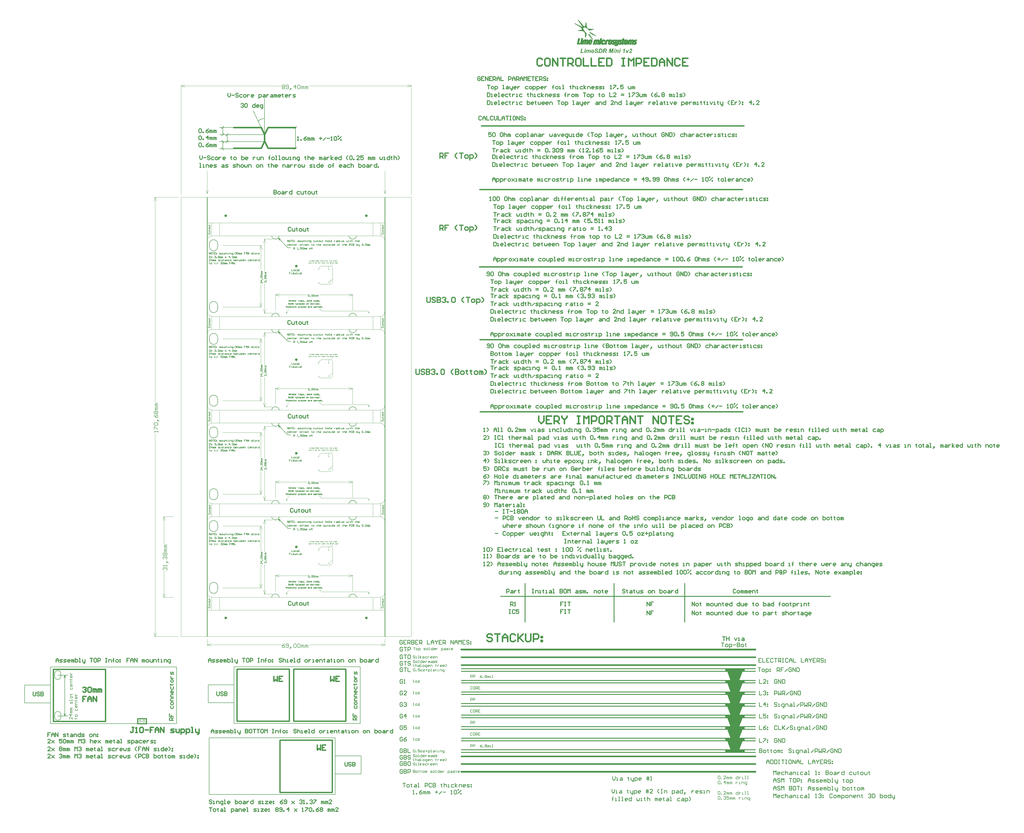
<source format=gm1>
G04 Layer_Color=16711935*
%FSLAX44Y44*%
%MOMM*%
G71*
G01*
G75*
%ADD12C,0.2000*%
%ADD13C,0.3000*%
%ADD52C,0.1500*%
%ADD53C,0.7000*%
%ADD54C,0.4000*%
%ADD55C,0.5000*%
%ADD56C,0.6000*%
%ADD57C,0.1000*%
%ADD59C,0.2500*%
%ADD62C,0.3500*%
%ADD127C,0.0254*%
%ADD206C,0.2540*%
%ADD207C,0.0260*%
%ADD208C,0.1524*%
G36*
X1645833Y2131935D02*
X1646026Y2131911D01*
X1646266Y2131887D01*
X1646507Y2131863D01*
X1646771Y2131791D01*
X1647373Y2131647D01*
X1647974Y2131430D01*
X1648287Y2131286D01*
X1648575Y2131118D01*
X1648840Y2130901D01*
X1649105Y2130685D01*
X1649129Y2130661D01*
X1649153Y2130636D01*
X1649225Y2130564D01*
X1649321Y2130468D01*
X1649417Y2130324D01*
X1649538Y2130179D01*
X1649658Y2130011D01*
X1649778Y2129819D01*
X1650019Y2129362D01*
X1650235Y2128808D01*
X1650403Y2128183D01*
X1650428Y2127846D01*
X1650452Y2127485D01*
Y2127437D01*
Y2127317D01*
X1650428Y2127125D01*
X1650403Y2126860D01*
X1650355Y2126571D01*
X1650283Y2126235D01*
X1650187Y2125874D01*
X1650043Y2125489D01*
X1650019Y2125441D01*
X1649971Y2125320D01*
X1649874Y2125128D01*
X1649730Y2124863D01*
X1649538Y2124551D01*
X1649297Y2124190D01*
X1649032Y2123805D01*
X1648696Y2123396D01*
X1648672Y2123372D01*
X1648575Y2123252D01*
X1648407Y2123083D01*
X1648167Y2122843D01*
X1647854Y2122530D01*
X1647469Y2122145D01*
X1647012Y2121712D01*
X1646483Y2121207D01*
X1646459Y2121183D01*
X1646411Y2121135D01*
X1646338Y2121087D01*
X1646242Y2120991D01*
X1645978Y2120750D01*
X1645665Y2120438D01*
X1645328Y2120125D01*
X1644991Y2119812D01*
X1644703Y2119524D01*
X1644462Y2119283D01*
X1644438Y2119259D01*
X1644390Y2119187D01*
X1644294Y2119091D01*
X1644174Y2118970D01*
X1644029Y2118802D01*
X1643885Y2118609D01*
X1643548Y2118201D01*
X1649321D01*
X1648696Y2115218D01*
X1638593D01*
Y2115242D01*
Y2115266D01*
X1638617Y2115338D01*
Y2115434D01*
X1638665Y2115675D01*
X1638737Y2115964D01*
X1638834Y2116324D01*
X1638954Y2116709D01*
X1639098Y2117142D01*
X1639291Y2117551D01*
Y2117575D01*
X1639315Y2117599D01*
X1639387Y2117744D01*
X1639507Y2117960D01*
X1639675Y2118225D01*
X1639892Y2118537D01*
X1640132Y2118874D01*
X1640397Y2119235D01*
X1640686Y2119596D01*
X1640734Y2119644D01*
X1640854Y2119788D01*
X1640950Y2119884D01*
X1641071Y2120005D01*
X1641215Y2120173D01*
X1641383Y2120341D01*
X1641576Y2120558D01*
X1641816Y2120774D01*
X1642057Y2121039D01*
X1642345Y2121304D01*
X1642658Y2121616D01*
X1642995Y2121953D01*
X1643356Y2122314D01*
X1643765Y2122699D01*
X1643789Y2122723D01*
X1643837Y2122771D01*
X1643933Y2122843D01*
X1644029Y2122963D01*
X1644318Y2123228D01*
X1644655Y2123565D01*
X1645016Y2123925D01*
X1645376Y2124262D01*
X1645665Y2124575D01*
X1645785Y2124695D01*
X1645881Y2124791D01*
X1645905Y2124839D01*
X1646002Y2124936D01*
X1646146Y2125104D01*
X1646314Y2125320D01*
X1646507Y2125561D01*
X1646675Y2125826D01*
X1646844Y2126090D01*
X1646964Y2126331D01*
X1646988Y2126355D01*
X1647012Y2126451D01*
X1647060Y2126571D01*
X1647132Y2126716D01*
X1647180Y2126908D01*
X1647228Y2127101D01*
X1647253Y2127317D01*
X1647276Y2127509D01*
Y2127558D01*
Y2127654D01*
X1647253Y2127798D01*
X1647204Y2127991D01*
X1647156Y2128207D01*
X1647060Y2128448D01*
X1646940Y2128664D01*
X1646771Y2128880D01*
X1646747Y2128905D01*
X1646675Y2128953D01*
X1646579Y2129049D01*
X1646435Y2129145D01*
X1646242Y2129241D01*
X1646026Y2129337D01*
X1645785Y2129386D01*
X1645521Y2129410D01*
X1645400D01*
X1645256Y2129386D01*
X1645064Y2129337D01*
X1644847Y2129265D01*
X1644631Y2129145D01*
X1644390Y2129001D01*
X1644174Y2128808D01*
X1644149Y2128784D01*
X1644077Y2128688D01*
X1643981Y2128544D01*
X1643861Y2128327D01*
X1643717Y2128039D01*
X1643572Y2127678D01*
X1643428Y2127245D01*
X1643308Y2126716D01*
X1640132Y2127173D01*
Y2127197D01*
X1640157Y2127269D01*
X1640181Y2127389D01*
X1640205Y2127558D01*
X1640277Y2127750D01*
X1640325Y2127966D01*
X1640397Y2128207D01*
X1640493Y2128472D01*
X1640734Y2129049D01*
X1641047Y2129650D01*
X1641431Y2130204D01*
X1641672Y2130468D01*
X1641913Y2130709D01*
X1641937Y2130733D01*
X1641985Y2130757D01*
X1642057Y2130829D01*
X1642177Y2130901D01*
X1642297Y2130997D01*
X1642466Y2131093D01*
X1642658Y2131214D01*
X1642899Y2131334D01*
X1643139Y2131454D01*
X1643404Y2131575D01*
X1644005Y2131767D01*
X1644679Y2131911D01*
X1645064Y2131935D01*
X1645448Y2131959D01*
X1645665D01*
X1645833Y2131935D01*
D02*
G37*
G36*
X1619639Y2115218D02*
X1616367D01*
X1618773Y2126740D01*
X1618725Y2126716D01*
X1618604Y2126619D01*
X1618388Y2126499D01*
X1618099Y2126331D01*
X1617762Y2126138D01*
X1617354Y2125946D01*
X1616897Y2125730D01*
X1616416Y2125513D01*
X1616391D01*
X1616367Y2125489D01*
X1616295Y2125465D01*
X1616199Y2125417D01*
X1615934Y2125345D01*
X1615622Y2125224D01*
X1615261Y2125104D01*
X1614852Y2124984D01*
X1614467Y2124863D01*
X1614058Y2124767D01*
X1614684Y2127678D01*
X1614708D01*
X1614732Y2127702D01*
X1614876Y2127750D01*
X1615092Y2127870D01*
X1615381Y2128015D01*
X1615718Y2128183D01*
X1616127Y2128375D01*
X1616584Y2128616D01*
X1617065Y2128905D01*
X1617570Y2129193D01*
X1618099Y2129530D01*
X1618652Y2129891D01*
X1619182Y2130252D01*
X1619711Y2130661D01*
X1620240Y2131069D01*
X1620721Y2131502D01*
X1621178Y2131959D01*
X1623151D01*
X1619639Y2115218D01*
D02*
G37*
G36*
X1602512D02*
X1599289D01*
X1601815Y2127293D01*
X1605062D01*
X1602512Y2115218D01*
D02*
G37*
G36*
X1486814Y2127509D02*
X1487126Y2127461D01*
X1487487Y2127365D01*
X1487872Y2127221D01*
X1488233Y2127028D01*
X1488546Y2126764D01*
X1488569Y2126740D01*
X1488666Y2126619D01*
X1488810Y2126451D01*
X1488954Y2126210D01*
X1489099Y2125922D01*
X1489243Y2125585D01*
X1489339Y2125176D01*
X1489363Y2124719D01*
Y2124695D01*
Y2124599D01*
X1489339Y2124431D01*
X1489315Y2124214D01*
X1489291Y2123925D01*
X1489219Y2123541D01*
X1489147Y2123083D01*
X1489027Y2122554D01*
X1487439Y2115218D01*
X1484216D01*
X1485779Y2122554D01*
Y2122578D01*
X1485803Y2122626D01*
Y2122675D01*
X1485827Y2122771D01*
X1485876Y2123011D01*
X1485924Y2123276D01*
X1485972Y2123541D01*
X1486020Y2123805D01*
X1486068Y2123998D01*
Y2124070D01*
Y2124118D01*
Y2124142D01*
Y2124214D01*
X1486044Y2124286D01*
X1486020Y2124406D01*
X1485948Y2124671D01*
X1485851Y2124791D01*
X1485755Y2124912D01*
X1485731Y2124936D01*
X1485707Y2124960D01*
X1485635Y2125008D01*
X1485539Y2125080D01*
X1485419Y2125128D01*
X1485250Y2125176D01*
X1485082Y2125200D01*
X1484865Y2125224D01*
X1484745D01*
X1484649Y2125200D01*
X1484408Y2125152D01*
X1484120Y2125056D01*
X1483783Y2124912D01*
X1483398Y2124671D01*
X1483206Y2124527D01*
X1483013Y2124358D01*
X1482845Y2124166D01*
X1482652Y2123925D01*
X1482628Y2123877D01*
X1482580Y2123829D01*
X1482532Y2123757D01*
X1482484Y2123637D01*
X1482412Y2123517D01*
X1482316Y2123348D01*
X1482243Y2123180D01*
X1482147Y2122963D01*
X1482051Y2122723D01*
X1481955Y2122458D01*
X1481859Y2122169D01*
X1481738Y2121857D01*
X1481642Y2121496D01*
X1481546Y2121111D01*
X1481450Y2120678D01*
X1480295Y2115218D01*
X1477072D01*
X1478587Y2122482D01*
Y2122506D01*
X1478611Y2122530D01*
X1478635Y2122699D01*
X1478683Y2122915D01*
X1478732Y2123156D01*
X1478780Y2123444D01*
X1478804Y2123709D01*
X1478852Y2123949D01*
Y2124118D01*
Y2124142D01*
Y2124190D01*
X1478828Y2124286D01*
X1478804Y2124406D01*
X1478707Y2124647D01*
X1478635Y2124791D01*
X1478515Y2124912D01*
X1478491Y2124936D01*
X1478467Y2124960D01*
X1478395Y2125008D01*
X1478299Y2125080D01*
X1478154Y2125128D01*
X1478010Y2125176D01*
X1477841Y2125200D01*
X1477625Y2125224D01*
X1477529D01*
X1477433Y2125200D01*
X1477288Y2125176D01*
X1477120Y2125152D01*
X1476927Y2125080D01*
X1476735Y2125008D01*
X1476519Y2124888D01*
X1476494Y2124863D01*
X1476422Y2124839D01*
X1476302Y2124767D01*
X1476182Y2124671D01*
X1476013Y2124551D01*
X1475845Y2124382D01*
X1475677Y2124214D01*
X1475508Y2124022D01*
X1475484Y2123998D01*
X1475436Y2123925D01*
X1475364Y2123805D01*
X1475268Y2123637D01*
X1475148Y2123444D01*
X1475027Y2123180D01*
X1474907Y2122915D01*
X1474787Y2122603D01*
Y2122578D01*
X1474763Y2122506D01*
X1474715Y2122386D01*
X1474666Y2122218D01*
X1474618Y2121977D01*
X1474522Y2121640D01*
X1474426Y2121255D01*
X1474378Y2121015D01*
X1474306Y2120750D01*
X1473151Y2115218D01*
X1469928D01*
X1472453Y2127293D01*
X1475508D01*
X1475220Y2125826D01*
X1475244Y2125850D01*
X1475292Y2125898D01*
X1475388Y2125994D01*
X1475532Y2126090D01*
X1475701Y2126235D01*
X1475893Y2126379D01*
X1476110Y2126523D01*
X1476374Y2126692D01*
X1476952Y2127004D01*
X1477577Y2127293D01*
X1477938Y2127389D01*
X1478275Y2127485D01*
X1478659Y2127534D01*
X1479020Y2127558D01*
X1479237D01*
X1479501Y2127534D01*
X1479790Y2127485D01*
X1480127Y2127413D01*
X1480488Y2127317D01*
X1480824Y2127173D01*
X1481113Y2126980D01*
X1481137Y2126956D01*
X1481233Y2126884D01*
X1481353Y2126740D01*
X1481522Y2126571D01*
X1481666Y2126355D01*
X1481835Y2126066D01*
X1481979Y2125778D01*
X1482075Y2125417D01*
X1482099Y2125465D01*
X1482195Y2125561D01*
X1482340Y2125730D01*
X1482532Y2125946D01*
X1482797Y2126187D01*
X1483085Y2126427D01*
X1483446Y2126692D01*
X1483855Y2126932D01*
X1483879D01*
X1483903Y2126956D01*
X1483975Y2126980D01*
X1484072Y2127028D01*
X1484288Y2127125D01*
X1484601Y2127245D01*
X1484962Y2127365D01*
X1485394Y2127461D01*
X1485827Y2127534D01*
X1486308Y2127558D01*
X1486549D01*
X1486814Y2127509D01*
D02*
G37*
G36*
X1575187Y2115218D02*
X1572084D01*
X1574971Y2129025D01*
X1568789Y2115218D01*
X1565542D01*
X1564916Y2129121D01*
X1562294Y2115218D01*
X1559191D01*
X1562655Y2131863D01*
X1567538D01*
X1568067Y2120414D01*
X1573287Y2131863D01*
X1578218D01*
X1575187Y2115218D01*
D02*
G37*
G36*
X1631185D02*
X1628394D01*
X1625989Y2127293D01*
X1629188D01*
X1630006Y2122001D01*
Y2121977D01*
X1630030Y2121905D01*
Y2121809D01*
X1630054Y2121664D01*
X1630078Y2121496D01*
X1630126Y2121279D01*
X1630198Y2120847D01*
X1630271Y2120365D01*
X1630343Y2119908D01*
X1630391Y2119500D01*
X1630415Y2119331D01*
X1630439Y2119187D01*
X1630463Y2119235D01*
X1630511Y2119307D01*
X1630583Y2119427D01*
X1630679Y2119620D01*
X1630824Y2119860D01*
X1630992Y2120197D01*
X1631112Y2120414D01*
X1631233Y2120630D01*
Y2120654D01*
X1631257Y2120678D01*
X1631353Y2120822D01*
X1631473Y2121039D01*
X1631617Y2121304D01*
X1631762Y2121568D01*
X1631906Y2121809D01*
X1632026Y2122025D01*
X1632099Y2122169D01*
X1635105Y2127293D01*
X1638617D01*
X1631185Y2115218D01*
D02*
G37*
G36*
X1466777D02*
X1463554D01*
X1466079Y2127293D01*
X1469326D01*
X1466777Y2115218D01*
D02*
G37*
G36*
X1453427Y2118008D02*
X1461942D01*
X1461365Y2115218D01*
X1449434D01*
X1452922Y2131863D01*
X1456337D01*
X1453427Y2118008D01*
D02*
G37*
G36*
X1498191Y2127534D02*
X1498383Y2127509D01*
X1498600Y2127485D01*
X1498840Y2127437D01*
X1499105Y2127389D01*
X1499682Y2127221D01*
X1499971Y2127125D01*
X1500260Y2126980D01*
X1500548Y2126812D01*
X1500837Y2126644D01*
X1501102Y2126427D01*
X1501366Y2126187D01*
X1501390Y2126162D01*
X1501414Y2126114D01*
X1501486Y2126042D01*
X1501583Y2125946D01*
X1501679Y2125802D01*
X1501775Y2125633D01*
X1501895Y2125417D01*
X1502040Y2125200D01*
X1502160Y2124936D01*
X1502280Y2124647D01*
X1502376Y2124334D01*
X1502473Y2123974D01*
X1502569Y2123613D01*
X1502641Y2123204D01*
X1502665Y2122795D01*
X1502689Y2122338D01*
Y2122314D01*
Y2122290D01*
Y2122145D01*
Y2121905D01*
X1502665Y2121640D01*
X1502641Y2121304D01*
X1502593Y2120943D01*
X1502449Y2120221D01*
X1494270D01*
Y2120197D01*
Y2120101D01*
X1494246Y2120005D01*
Y2119908D01*
Y2119884D01*
Y2119860D01*
Y2119716D01*
X1494294Y2119500D01*
X1494342Y2119211D01*
X1494415Y2118898D01*
X1494535Y2118586D01*
X1494703Y2118249D01*
X1494920Y2117960D01*
X1494944Y2117936D01*
X1495040Y2117840D01*
X1495184Y2117744D01*
X1495401Y2117599D01*
X1495641Y2117479D01*
X1495930Y2117359D01*
X1496267Y2117263D01*
X1496628Y2117238D01*
X1496796D01*
X1496892Y2117263D01*
X1497036Y2117287D01*
X1497205Y2117335D01*
X1497566Y2117455D01*
X1497758Y2117527D01*
X1497975Y2117647D01*
X1498191Y2117792D01*
X1498383Y2117960D01*
X1498600Y2118152D01*
X1498817Y2118369D01*
X1499009Y2118634D01*
X1499177Y2118922D01*
X1502088Y2118441D01*
Y2118417D01*
X1502040Y2118369D01*
X1501992Y2118273D01*
X1501919Y2118152D01*
X1501847Y2118008D01*
X1501727Y2117840D01*
X1501486Y2117431D01*
X1501150Y2116998D01*
X1500741Y2116565D01*
X1500284Y2116132D01*
X1499779Y2115771D01*
X1499755D01*
X1499706Y2115723D01*
X1499634Y2115699D01*
X1499538Y2115627D01*
X1499394Y2115579D01*
X1499249Y2115507D01*
X1498840Y2115338D01*
X1498383Y2115170D01*
X1497830Y2115050D01*
X1497253Y2114953D01*
X1496604Y2114905D01*
X1496363D01*
X1496195Y2114929D01*
X1495978Y2114953D01*
X1495738Y2114977D01*
X1495473Y2115025D01*
X1495184Y2115098D01*
X1494559Y2115290D01*
X1494222Y2115410D01*
X1493885Y2115555D01*
X1493573Y2115723D01*
X1493236Y2115940D01*
X1492923Y2116180D01*
X1492635Y2116445D01*
X1492611Y2116469D01*
X1492563Y2116517D01*
X1492490Y2116613D01*
X1492394Y2116733D01*
X1492274Y2116878D01*
X1492154Y2117070D01*
X1492009Y2117287D01*
X1491889Y2117527D01*
X1491745Y2117816D01*
X1491600Y2118104D01*
X1491480Y2118441D01*
X1491360Y2118802D01*
X1491264Y2119187D01*
X1491191Y2119620D01*
X1491143Y2120053D01*
X1491119Y2120510D01*
Y2120534D01*
Y2120630D01*
Y2120750D01*
X1491143Y2120919D01*
X1491167Y2121135D01*
X1491191Y2121400D01*
X1491239Y2121688D01*
X1491288Y2122001D01*
X1491456Y2122675D01*
X1491576Y2123035D01*
X1491696Y2123420D01*
X1491865Y2123805D01*
X1492033Y2124190D01*
X1492250Y2124575D01*
X1492490Y2124936D01*
X1492514Y2124960D01*
X1492587Y2125056D01*
X1492683Y2125176D01*
X1492827Y2125345D01*
X1493044Y2125537D01*
X1493260Y2125778D01*
X1493549Y2125994D01*
X1493861Y2126259D01*
X1494222Y2126499D01*
X1494631Y2126740D01*
X1495064Y2126956D01*
X1495545Y2127149D01*
X1496050Y2127317D01*
X1496604Y2127437D01*
X1497205Y2127534D01*
X1497830Y2127558D01*
X1498047D01*
X1498191Y2127534D01*
D02*
G37*
G36*
X1581826Y2115218D02*
X1578603D01*
X1581129Y2127293D01*
X1584376D01*
X1581826Y2115218D01*
D02*
G37*
G36*
X1547549Y2131839D02*
X1547982Y2131815D01*
X1548463Y2131767D01*
X1548945Y2131695D01*
X1549426Y2131599D01*
X1549859Y2131454D01*
X1549883D01*
X1549907Y2131430D01*
X1550027Y2131382D01*
X1550219Y2131286D01*
X1550460Y2131142D01*
X1550749Y2130925D01*
X1551037Y2130685D01*
X1551302Y2130372D01*
X1551566Y2130011D01*
X1551591Y2129963D01*
X1551663Y2129819D01*
X1551783Y2129602D01*
X1551903Y2129314D01*
X1552023Y2128953D01*
X1552144Y2128520D01*
X1552216Y2128015D01*
X1552240Y2127485D01*
Y2127461D01*
Y2127389D01*
Y2127293D01*
X1552216Y2127125D01*
X1552192Y2126956D01*
X1552168Y2126740D01*
X1552144Y2126499D01*
X1552072Y2126259D01*
X1551927Y2125705D01*
X1551711Y2125104D01*
X1551566Y2124815D01*
X1551398Y2124527D01*
X1551182Y2124238D01*
X1550965Y2123974D01*
X1550941Y2123949D01*
X1550917Y2123925D01*
X1550821Y2123853D01*
X1550725Y2123757D01*
X1550580Y2123637D01*
X1550436Y2123517D01*
X1550244Y2123396D01*
X1550003Y2123252D01*
X1549762Y2123108D01*
X1549474Y2122963D01*
X1549161Y2122819D01*
X1548800Y2122675D01*
X1548439Y2122554D01*
X1548031Y2122458D01*
X1547574Y2122362D01*
X1547117Y2122290D01*
X1547141Y2122266D01*
X1547237Y2122193D01*
X1547357Y2122049D01*
X1547525Y2121881D01*
X1547694Y2121640D01*
X1547910Y2121376D01*
X1548127Y2121063D01*
X1548343Y2120726D01*
X1548367Y2120702D01*
X1548391Y2120630D01*
X1548463Y2120534D01*
X1548536Y2120365D01*
X1548656Y2120173D01*
X1548776Y2119933D01*
X1548920Y2119644D01*
X1549089Y2119307D01*
X1549281Y2118946D01*
X1549474Y2118537D01*
X1549690Y2118080D01*
X1549907Y2117575D01*
X1550147Y2117046D01*
X1550388Y2116469D01*
X1550652Y2115867D01*
X1550917Y2115218D01*
X1547237D01*
Y2115242D01*
X1547213Y2115290D01*
X1547189Y2115362D01*
X1547141Y2115482D01*
X1547092Y2115627D01*
X1547020Y2115819D01*
X1546948Y2116036D01*
X1546852Y2116300D01*
X1546732Y2116589D01*
X1546611Y2116902D01*
X1546467Y2117263D01*
X1546299Y2117647D01*
X1546130Y2118080D01*
X1545938Y2118561D01*
X1545721Y2119067D01*
X1545481Y2119596D01*
Y2119620D01*
X1545457Y2119668D01*
X1545409Y2119740D01*
X1545361Y2119860D01*
X1545216Y2120125D01*
X1545024Y2120462D01*
X1544807Y2120822D01*
X1544567Y2121183D01*
X1544278Y2121520D01*
X1544134Y2121640D01*
X1543990Y2121761D01*
X1543965Y2121785D01*
X1543893Y2121809D01*
X1543773Y2121857D01*
X1543605Y2121929D01*
X1543364Y2122001D01*
X1543076Y2122049D01*
X1542715Y2122073D01*
X1542282Y2122097D01*
X1540887D01*
X1539443Y2115218D01*
X1536052D01*
X1539539Y2131863D01*
X1547381D01*
X1547549Y2131839D01*
D02*
G37*
G36*
X1528595D02*
X1529004D01*
X1529341Y2131815D01*
X1529461D01*
X1529581Y2131791D01*
X1529629D01*
X1529750Y2131767D01*
X1529942Y2131743D01*
X1530207Y2131695D01*
X1530495Y2131647D01*
X1530808Y2131575D01*
X1531433Y2131358D01*
X1531481Y2131334D01*
X1531578Y2131310D01*
X1531722Y2131238D01*
X1531938Y2131142D01*
X1532155Y2130997D01*
X1532420Y2130853D01*
X1532660Y2130685D01*
X1532925Y2130468D01*
X1532949Y2130444D01*
X1533045Y2130372D01*
X1533165Y2130252D01*
X1533334Y2130083D01*
X1533502Y2129891D01*
X1533694Y2129650D01*
X1533887Y2129386D01*
X1534079Y2129097D01*
X1534103Y2129073D01*
X1534151Y2128953D01*
X1534248Y2128784D01*
X1534344Y2128568D01*
X1534464Y2128303D01*
X1534608Y2127991D01*
X1534729Y2127630D01*
X1534825Y2127245D01*
X1534849Y2127197D01*
X1534873Y2127052D01*
X1534921Y2126836D01*
X1534969Y2126571D01*
X1535017Y2126235D01*
X1535042Y2125826D01*
X1535090Y2125417D01*
Y2124960D01*
Y2124936D01*
Y2124839D01*
Y2124695D01*
X1535065Y2124503D01*
Y2124262D01*
X1535042Y2123998D01*
X1534993Y2123685D01*
X1534969Y2123348D01*
X1534897Y2122987D01*
X1534849Y2122603D01*
X1534657Y2121809D01*
X1534392Y2120991D01*
X1534248Y2120582D01*
X1534055Y2120173D01*
Y2120149D01*
X1534007Y2120077D01*
X1533959Y2119981D01*
X1533863Y2119836D01*
X1533767Y2119644D01*
X1533646Y2119451D01*
X1533334Y2118970D01*
X1532973Y2118441D01*
X1532516Y2117888D01*
X1532011Y2117359D01*
X1531458Y2116854D01*
X1531433D01*
X1531409Y2116806D01*
X1531337Y2116757D01*
X1531241Y2116709D01*
X1531121Y2116613D01*
X1530976Y2116541D01*
X1530616Y2116324D01*
X1530183Y2116108D01*
X1529653Y2115867D01*
X1529052Y2115651D01*
X1528379Y2115459D01*
X1528331D01*
X1528258Y2115434D01*
X1528186Y2115410D01*
X1528066D01*
X1527922Y2115386D01*
X1527753Y2115362D01*
X1527561Y2115338D01*
X1527344Y2115314D01*
X1527104Y2115290D01*
X1526839Y2115266D01*
X1526526D01*
X1526214Y2115242D01*
X1525853Y2115218D01*
X1519214D01*
X1522702Y2131863D01*
X1528186D01*
X1528595Y2131839D01*
D02*
G37*
G36*
X1594960Y2127534D02*
X1595248Y2127509D01*
X1595585Y2127461D01*
X1595970Y2127341D01*
X1596355Y2127197D01*
X1596740Y2126980D01*
X1597100Y2126692D01*
X1597148Y2126644D01*
X1597245Y2126547D01*
X1597365Y2126355D01*
X1597533Y2126090D01*
X1597702Y2125753D01*
X1597822Y2125369D01*
X1597918Y2124936D01*
X1597966Y2124431D01*
Y2124406D01*
Y2124310D01*
X1597942Y2124142D01*
X1597894Y2123877D01*
X1597846Y2123565D01*
X1597774Y2123132D01*
X1597726Y2122891D01*
X1597678Y2122626D01*
X1597605Y2122338D01*
X1597533Y2122025D01*
X1596066Y2115218D01*
X1592843D01*
X1594310Y2122049D01*
Y2122073D01*
X1594334Y2122121D01*
Y2122193D01*
X1594358Y2122290D01*
X1594406Y2122554D01*
X1594478Y2122843D01*
X1594527Y2123156D01*
X1594575Y2123468D01*
X1594623Y2123709D01*
X1594647Y2123805D01*
Y2123877D01*
Y2123901D01*
Y2123974D01*
X1594623Y2124094D01*
X1594599Y2124238D01*
X1594551Y2124382D01*
X1594478Y2124551D01*
X1594382Y2124719D01*
X1594262Y2124863D01*
X1594238Y2124888D01*
X1594190Y2124912D01*
X1594118Y2124984D01*
X1593997Y2125056D01*
X1593853Y2125104D01*
X1593685Y2125176D01*
X1593468Y2125200D01*
X1593228Y2125224D01*
X1593107D01*
X1592963Y2125200D01*
X1592746Y2125152D01*
X1592506Y2125080D01*
X1592241Y2124960D01*
X1591953Y2124815D01*
X1591616Y2124623D01*
X1591568Y2124599D01*
X1591472Y2124503D01*
X1591303Y2124382D01*
X1591111Y2124190D01*
X1590894Y2123974D01*
X1590654Y2123709D01*
X1590437Y2123396D01*
X1590221Y2123035D01*
X1590197Y2123011D01*
X1590149Y2122891D01*
X1590077Y2122699D01*
X1590029Y2122554D01*
X1589980Y2122410D01*
X1589932Y2122218D01*
X1589860Y2122025D01*
X1589788Y2121785D01*
X1589716Y2121520D01*
X1589644Y2121231D01*
X1589547Y2120895D01*
X1589475Y2120534D01*
X1589379Y2120149D01*
X1588345Y2115218D01*
X1585121D01*
X1587647Y2127293D01*
X1590726D01*
X1590413Y2125705D01*
X1590437D01*
X1590461Y2125753D01*
X1590606Y2125874D01*
X1590846Y2126042D01*
X1591135Y2126259D01*
X1591472Y2126475D01*
X1591832Y2126716D01*
X1592217Y2126932D01*
X1592602Y2127125D01*
X1592650Y2127149D01*
X1592771Y2127197D01*
X1592987Y2127269D01*
X1593252Y2127341D01*
X1593564Y2127413D01*
X1593925Y2127485D01*
X1594310Y2127534D01*
X1594719Y2127558D01*
X1594863D01*
X1594960Y2127534D01*
D02*
G37*
G36*
X2065875Y-457750D02*
X2087000D01*
Y-467500D01*
X2011250D01*
Y-457750D01*
X2032125D01*
X2019000Y-422750D01*
X2079000D01*
X2065875Y-457750D01*
D02*
G37*
G36*
Y-502750D02*
X2087000D01*
Y-512500D01*
X2011250D01*
Y-502750D01*
X2032125D01*
X2019000Y-467750D01*
X2079000D01*
X2065875Y-502750D01*
D02*
G37*
G36*
Y-547750D02*
X2087000D01*
Y-557500D01*
X2011250D01*
Y-547750D01*
X2032125D01*
X2019000Y-512750D01*
X2079000D01*
X2065875Y-547750D01*
D02*
G37*
G36*
Y-412750D02*
X2087000D01*
Y-422500D01*
X2011250D01*
Y-412750D01*
X2032125D01*
X2019000Y-377750D01*
X2079000D01*
X2065875Y-412750D01*
D02*
G37*
G36*
X2087000Y-287500D02*
X2011250D01*
Y-277750D01*
X2087000D01*
Y-287500D01*
D02*
G37*
G36*
X2065875Y-322750D02*
X2087000D01*
Y-332500D01*
X2011250D01*
Y-322750D01*
X2032125D01*
X2019000Y-287750D01*
X2079000D01*
X2065875Y-322750D01*
D02*
G37*
G36*
Y-367750D02*
X2087000D01*
Y-377500D01*
X2011250D01*
Y-367750D01*
X2032125D01*
X2019000Y-332750D01*
X2079000D01*
X2065875Y-367750D01*
D02*
G37*
G36*
X2065875Y-592750D02*
X2087000D01*
Y-602500D01*
X2011250D01*
Y-592750D01*
X2032125D01*
X2019000Y-557750D01*
X2079000D01*
X2065875Y-592750D01*
D02*
G37*
G36*
X1469663Y2128929D02*
X1466416D01*
X1467041Y2131863D01*
X1470265D01*
X1469663Y2128929D01*
D02*
G37*
G36*
X1512599Y2132152D02*
X1512840Y2132128D01*
X1513129Y2132104D01*
X1513441Y2132056D01*
X1513778Y2132007D01*
X1514524Y2131839D01*
X1514908Y2131719D01*
X1515269Y2131599D01*
X1515654Y2131430D01*
X1516015Y2131238D01*
X1516352Y2131021D01*
X1516664Y2130781D01*
X1516688Y2130757D01*
X1516736Y2130709D01*
X1516809Y2130636D01*
X1516929Y2130540D01*
X1517049Y2130396D01*
X1517194Y2130228D01*
X1517338Y2130035D01*
X1517482Y2129819D01*
X1517651Y2129554D01*
X1517819Y2129289D01*
X1517963Y2128977D01*
X1518108Y2128664D01*
X1518228Y2128303D01*
X1518324Y2127942D01*
X1518396Y2127534D01*
X1518444Y2127125D01*
X1515173Y2126980D01*
Y2127004D01*
Y2127028D01*
X1515149Y2127173D01*
X1515077Y2127389D01*
X1515005Y2127654D01*
X1514884Y2127942D01*
X1514740Y2128255D01*
X1514548Y2128544D01*
X1514283Y2128808D01*
X1514259Y2128832D01*
X1514139Y2128905D01*
X1513970Y2129025D01*
X1513730Y2129145D01*
X1513441Y2129241D01*
X1513056Y2129362D01*
X1512599Y2129434D01*
X1512094Y2129458D01*
X1511854D01*
X1511613Y2129434D01*
X1511300Y2129386D01*
X1510988Y2129337D01*
X1510651Y2129241D01*
X1510338Y2129121D01*
X1510074Y2128953D01*
X1510050Y2128929D01*
X1509977Y2128856D01*
X1509881Y2128760D01*
X1509785Y2128616D01*
X1509665Y2128423D01*
X1509568Y2128207D01*
X1509496Y2127942D01*
X1509472Y2127678D01*
Y2127654D01*
Y2127558D01*
X1509496Y2127437D01*
X1509545Y2127269D01*
X1509617Y2127077D01*
X1509713Y2126884D01*
X1509833Y2126692D01*
X1510025Y2126499D01*
X1510050Y2126475D01*
X1510146Y2126403D01*
X1510290Y2126307D01*
X1510531Y2126162D01*
X1510699Y2126066D01*
X1510867Y2125970D01*
X1511060Y2125850D01*
X1511300Y2125730D01*
X1511541Y2125609D01*
X1511830Y2125465D01*
X1512142Y2125320D01*
X1512479Y2125176D01*
X1512503Y2125152D01*
X1512599Y2125128D01*
X1512744Y2125056D01*
X1512936Y2124984D01*
X1513177Y2124863D01*
X1513441Y2124743D01*
X1514019Y2124455D01*
X1514644Y2124142D01*
X1515245Y2123805D01*
X1515534Y2123637D01*
X1515774Y2123468D01*
X1515991Y2123300D01*
X1516159Y2123156D01*
X1516183Y2123132D01*
X1516207Y2123108D01*
X1516279Y2123035D01*
X1516352Y2122963D01*
X1516544Y2122699D01*
X1516761Y2122362D01*
X1516977Y2121953D01*
X1517146Y2121448D01*
X1517290Y2120871D01*
X1517314Y2120582D01*
X1517338Y2120245D01*
Y2120221D01*
Y2120149D01*
Y2120029D01*
X1517314Y2119884D01*
X1517290Y2119692D01*
X1517242Y2119451D01*
X1517194Y2119211D01*
X1517121Y2118946D01*
X1517025Y2118658D01*
X1516905Y2118345D01*
X1516761Y2118032D01*
X1516592Y2117720D01*
X1516400Y2117407D01*
X1516159Y2117070D01*
X1515895Y2116781D01*
X1515582Y2116469D01*
X1515558Y2116445D01*
X1515510Y2116397D01*
X1515390Y2116324D01*
X1515269Y2116228D01*
X1515077Y2116108D01*
X1514860Y2115964D01*
X1514620Y2115843D01*
X1514307Y2115699D01*
X1513994Y2115531D01*
X1513634Y2115410D01*
X1513225Y2115266D01*
X1512792Y2115146D01*
X1512335Y2115050D01*
X1511830Y2114977D01*
X1511300Y2114929D01*
X1510723Y2114905D01*
X1510362D01*
X1510170Y2114929D01*
X1509953Y2114953D01*
X1509713D01*
X1509448Y2115002D01*
X1508871Y2115074D01*
X1508246Y2115194D01*
X1507596Y2115362D01*
X1506995Y2115603D01*
X1506971D01*
X1506923Y2115627D01*
X1506850Y2115675D01*
X1506730Y2115747D01*
X1506466Y2115892D01*
X1506129Y2116132D01*
X1505768Y2116397D01*
X1505407Y2116757D01*
X1505070Y2117142D01*
X1504782Y2117599D01*
Y2117623D01*
X1504758Y2117647D01*
X1504734Y2117720D01*
X1504686Y2117840D01*
X1504637Y2117960D01*
X1504589Y2118104D01*
X1504469Y2118465D01*
X1504349Y2118898D01*
X1504253Y2119403D01*
X1504205Y2119957D01*
X1504180Y2120558D01*
X1507452Y2120750D01*
Y2120726D01*
Y2120678D01*
Y2120606D01*
X1507476Y2120510D01*
X1507500Y2120221D01*
X1507548Y2119908D01*
X1507596Y2119548D01*
X1507692Y2119187D01*
X1507813Y2118874D01*
X1507981Y2118634D01*
X1508029Y2118586D01*
X1508125Y2118489D01*
X1508318Y2118369D01*
X1508606Y2118201D01*
X1508775Y2118129D01*
X1508991Y2118032D01*
X1509208Y2117960D01*
X1509472Y2117912D01*
X1509737Y2117840D01*
X1510050Y2117816D01*
X1510386Y2117768D01*
X1511012D01*
X1511156Y2117792D01*
X1511324D01*
X1511685Y2117840D01*
X1512070Y2117912D01*
X1512479Y2118032D01*
X1512864Y2118177D01*
X1513177Y2118369D01*
X1513201Y2118393D01*
X1513297Y2118465D01*
X1513417Y2118609D01*
X1513561Y2118778D01*
X1513706Y2118994D01*
X1513826Y2119235D01*
X1513922Y2119500D01*
X1513946Y2119812D01*
Y2119836D01*
Y2119933D01*
X1513922Y2120077D01*
X1513874Y2120245D01*
X1513802Y2120438D01*
X1513682Y2120654D01*
X1513537Y2120871D01*
X1513321Y2121063D01*
X1513297Y2121087D01*
X1513225Y2121135D01*
X1513080Y2121231D01*
X1512864Y2121352D01*
X1512720Y2121448D01*
X1512551Y2121544D01*
X1512359Y2121640D01*
X1512142Y2121736D01*
X1511878Y2121857D01*
X1511613Y2122001D01*
X1511276Y2122145D01*
X1510940Y2122290D01*
X1510916D01*
X1510843Y2122338D01*
X1510747Y2122362D01*
X1510627Y2122434D01*
X1510459Y2122506D01*
X1510266Y2122578D01*
X1509857Y2122771D01*
X1509400Y2123011D01*
X1508919Y2123228D01*
X1508486Y2123468D01*
X1508270Y2123589D01*
X1508101Y2123685D01*
X1508053Y2123709D01*
X1507957Y2123781D01*
X1507789Y2123925D01*
X1507596Y2124094D01*
X1507380Y2124286D01*
X1507139Y2124551D01*
X1506923Y2124839D01*
X1506706Y2125152D01*
X1506682Y2125200D01*
X1506634Y2125320D01*
X1506538Y2125513D01*
X1506466Y2125753D01*
X1506369Y2126066D01*
X1506273Y2126427D01*
X1506225Y2126836D01*
X1506201Y2127269D01*
Y2127293D01*
Y2127365D01*
Y2127485D01*
X1506225Y2127630D01*
X1506249Y2127798D01*
X1506273Y2128015D01*
X1506321Y2128255D01*
X1506393Y2128496D01*
X1506562Y2129049D01*
X1506706Y2129337D01*
X1506850Y2129650D01*
X1507019Y2129939D01*
X1507211Y2130228D01*
X1507452Y2130516D01*
X1507716Y2130781D01*
X1507740Y2130805D01*
X1507789Y2130853D01*
X1507885Y2130901D01*
X1508005Y2130997D01*
X1508149Y2131093D01*
X1508342Y2131214D01*
X1508582Y2131358D01*
X1508847Y2131478D01*
X1509135Y2131599D01*
X1509448Y2131743D01*
X1509809Y2131863D01*
X1510218Y2131959D01*
X1510651Y2132056D01*
X1511108Y2132128D01*
X1511589Y2132152D01*
X1512118Y2132176D01*
X1512407D01*
X1512599Y2132152D01*
D02*
G37*
G36*
X1584713Y2128929D02*
X1581465D01*
X1582091Y2131863D01*
X1585314D01*
X1584713Y2128929D01*
D02*
G37*
G36*
X1605399D02*
X1602152D01*
X1602777Y2131863D01*
X1606000D01*
X1605399Y2128929D01*
D02*
G37*
%LPC*%
G36*
X1497493Y2125224D02*
X1497325D01*
X1497133Y2125176D01*
X1496892Y2125128D01*
X1496604Y2125032D01*
X1496291Y2124912D01*
X1495978Y2124719D01*
X1495665Y2124455D01*
X1495641Y2124431D01*
X1495545Y2124310D01*
X1495401Y2124142D01*
X1495232Y2123877D01*
X1495064Y2123565D01*
X1494872Y2123180D01*
X1494703Y2122747D01*
X1494583Y2122218D01*
X1499706D01*
Y2122242D01*
Y2122338D01*
Y2122434D01*
Y2122530D01*
Y2122554D01*
Y2122578D01*
Y2122651D01*
Y2122747D01*
X1499682Y2122987D01*
X1499634Y2123300D01*
X1499562Y2123613D01*
X1499442Y2123949D01*
X1499297Y2124262D01*
X1499105Y2124551D01*
X1499081Y2124575D01*
X1498985Y2124647D01*
X1498865Y2124767D01*
X1498672Y2124888D01*
X1498456Y2125008D01*
X1498167Y2125128D01*
X1497854Y2125200D01*
X1497493Y2125224D01*
D02*
G37*
G36*
X1546635Y2129073D02*
X1542354D01*
X1541416Y2124599D01*
X1543917D01*
X1544158Y2124623D01*
X1544735Y2124647D01*
X1545336Y2124671D01*
X1545938Y2124743D01*
X1546202Y2124767D01*
X1546467Y2124815D01*
X1546684Y2124863D01*
X1546876Y2124912D01*
X1546924Y2124936D01*
X1547020Y2124984D01*
X1547189Y2125056D01*
X1547405Y2125176D01*
X1547622Y2125320D01*
X1547862Y2125489D01*
X1548079Y2125705D01*
X1548295Y2125946D01*
X1548319Y2125970D01*
X1548367Y2126066D01*
X1548463Y2126210D01*
X1548560Y2126403D01*
X1548656Y2126619D01*
X1548752Y2126860D01*
X1548800Y2127149D01*
X1548824Y2127437D01*
Y2127485D01*
Y2127582D01*
X1548776Y2127750D01*
X1548728Y2127942D01*
X1548632Y2128159D01*
X1548512Y2128375D01*
X1548319Y2128592D01*
X1548079Y2128784D01*
X1548055Y2128808D01*
X1547982Y2128832D01*
X1547862Y2128880D01*
X1547670Y2128929D01*
X1547405Y2128977D01*
X1547044Y2129025D01*
X1546635Y2129073D01*
D02*
G37*
G36*
X1528066Y2129121D02*
X1525540D01*
X1523183Y2117888D01*
X1525372D01*
X1525564Y2117912D01*
X1525973D01*
X1526430Y2117936D01*
X1526863Y2117984D01*
X1527296Y2118032D01*
X1527489Y2118056D01*
X1527657Y2118104D01*
X1527705Y2118129D01*
X1527801Y2118152D01*
X1527970Y2118225D01*
X1528186Y2118297D01*
X1528427Y2118417D01*
X1528691Y2118561D01*
X1528956Y2118754D01*
X1529220Y2118970D01*
X1529245D01*
X1529269Y2119018D01*
X1529389Y2119139D01*
X1529581Y2119355D01*
X1529822Y2119620D01*
X1530110Y2119981D01*
X1530399Y2120414D01*
X1530688Y2120895D01*
X1530952Y2121424D01*
Y2121448D01*
X1530976Y2121496D01*
X1531024Y2121592D01*
X1531073Y2121688D01*
X1531121Y2121857D01*
X1531169Y2122025D01*
X1531241Y2122218D01*
X1531313Y2122458D01*
X1531361Y2122699D01*
X1531433Y2122987D01*
X1531554Y2123613D01*
X1531626Y2124310D01*
X1531650Y2125056D01*
Y2125080D01*
Y2125128D01*
Y2125224D01*
Y2125345D01*
X1531626Y2125489D01*
Y2125657D01*
X1531578Y2126066D01*
X1531506Y2126499D01*
X1531409Y2126932D01*
X1531265Y2127365D01*
X1531073Y2127726D01*
X1531049Y2127774D01*
X1530976Y2127870D01*
X1530856Y2128015D01*
X1530688Y2128207D01*
X1530471Y2128399D01*
X1530231Y2128592D01*
X1529942Y2128760D01*
X1529629Y2128905D01*
X1529605D01*
X1529509Y2128929D01*
X1529365Y2128977D01*
X1529148Y2129025D01*
X1528860Y2129049D01*
X1528499Y2129097D01*
X1528066Y2129121D01*
D02*
G37*
%LPD*%
D12*
X-241757Y-481000D02*
G03*
X-241757Y-481000I-4243J0D01*
G01*
X-255757D02*
G03*
X-255757Y-481000I-4243J0D01*
G01*
X-567958Y-455500D02*
G03*
X-592042Y-455500I-12042J0D01*
G01*
X-592042Y-465500D02*
G03*
X-567958Y-465500I12042J0D01*
G01*
Y-297000D02*
G03*
X-592042Y-297000I-12042J0D01*
G01*
X-592042Y-307000D02*
G03*
X-567958Y-307000I12042J0D01*
G01*
X222750Y1860500D02*
G03*
X197969Y1850235I0J-35046D01*
G01*
X-556000Y-452000D02*
X-553000Y-461000D01*
X-550000Y-452000D01*
X-553000Y-303000D02*
X-550000Y-312000D01*
X-556000D02*
X-553000Y-303000D01*
Y-461000D02*
Y-303000D01*
X-581000Y-461000D02*
X-541000D01*
X-580000Y-303000D02*
X-541000D01*
X-592042Y-465500D02*
Y-455500D01*
X-592042Y-455500D01*
X-567958Y-465500D02*
Y-455500D01*
X-567958Y-455500D01*
X-567958Y-307000D02*
X-567958Y-307000D01*
X-567958Y-307000D02*
Y-297000D01*
X-592042Y-307000D02*
X-592042Y-307000D01*
X-592042Y-307000D02*
Y-297000D01*
X-608750Y-490750D02*
Y-270750D01*
Y-490750D02*
X-118750D01*
Y-270750D01*
X-608750D02*
X-118750D01*
X-708750Y-340750D02*
X-608750D01*
X-708750Y-410750D02*
Y-340750D01*
Y-410750D02*
X-608750D01*
X497250Y-766000D02*
Y-546000D01*
X7250Y-766000D02*
X497250D01*
X7250D02*
Y-546000D01*
X497250D01*
Y-616000D02*
X597250D01*
Y-686000D02*
Y-616000D01*
X497250Y-686000D02*
X597250D01*
X4250Y-409750D02*
X104250D01*
X4250D02*
Y-339750D01*
X104250D01*
Y-269750D02*
X594250D01*
Y-489750D02*
Y-269750D01*
X104250Y-489750D02*
X594250D01*
X104250D02*
Y-269750D01*
X178613Y1890894D02*
X209764Y1825000D01*
X48000Y1798000D02*
X223000D01*
X48000Y1825500D02*
X103000D01*
X60500Y1798000D02*
Y1825500D01*
X55500Y1820500D02*
X65500Y1830500D01*
X55500Y1793000D02*
X65500Y1803000D01*
X55500Y1775500D02*
X65500Y1765500D01*
X55500Y1748000D02*
X65500Y1738000D01*
X60500Y1743000D02*
Y1770500D01*
X48000Y1743000D02*
X103000D01*
X48000Y1770500D02*
X223000D01*
X73000Y1765500D02*
X83000Y1775500D01*
X73000Y1793000D02*
X83000Y1803000D01*
X78000Y1770500D02*
Y1798000D01*
X338000Y1740500D02*
X348000Y1750500D01*
X338000Y1820500D02*
X348000Y1830500D01*
X343000Y1745500D02*
Y1825500D01*
X223000Y1798000D02*
Y1938000D01*
X-523195Y-466003D02*
Y-474000D01*
X-531193Y-466003D01*
X-533192D01*
X-535191Y-468002D01*
Y-472001D01*
X-533192Y-474000D01*
X-523195Y-456006D02*
X-535191D01*
X-529193Y-462004D01*
Y-454007D01*
X-523195Y-450008D02*
X-531193D01*
Y-448008D01*
X-529193Y-446009D01*
X-523195D01*
X-529193D01*
X-531193Y-444010D01*
X-529193Y-442010D01*
X-523195D01*
Y-438012D02*
X-531193D01*
Y-436012D01*
X-529193Y-434013D01*
X-523195D01*
X-529193D01*
X-531193Y-432014D01*
X-529193Y-430014D01*
X-523195D01*
Y-414019D02*
Y-408021D01*
X-525195Y-406022D01*
X-527194Y-408021D01*
Y-412020D01*
X-529193Y-414019D01*
X-531193Y-412020D01*
Y-406022D01*
X-523195Y-402023D02*
Y-398025D01*
Y-400024D01*
X-535191D01*
Y-402023D01*
X-523195Y-390027D02*
Y-386029D01*
X-525195Y-384029D01*
X-529193D01*
X-531193Y-386029D01*
Y-390027D01*
X-529193Y-392026D01*
X-525195D01*
X-523195Y-390027D01*
X-533192Y-378031D02*
X-531193D01*
Y-380030D01*
Y-376032D01*
Y-378031D01*
X-525195D01*
X-523195Y-376032D01*
X-531193Y-350040D02*
Y-356038D01*
X-529193Y-358037D01*
X-525195D01*
X-523195Y-356038D01*
Y-350040D01*
Y-340043D02*
Y-344042D01*
X-525195Y-346041D01*
X-529193D01*
X-531193Y-344042D01*
Y-340043D01*
X-529193Y-338044D01*
X-527194D01*
Y-346041D01*
X-523195Y-334045D02*
X-531193D01*
Y-328047D01*
X-529193Y-326048D01*
X-523195D01*
X-533192Y-320050D02*
X-531193D01*
Y-322049D01*
Y-318050D01*
Y-320050D01*
X-525195D01*
X-523195Y-318050D01*
Y-306054D02*
Y-310053D01*
X-525195Y-312052D01*
X-529193D01*
X-531193Y-310053D01*
Y-306054D01*
X-529193Y-304055D01*
X-527194D01*
Y-312052D01*
X-531193Y-300056D02*
X-523195D01*
X-527194D01*
X-529193Y-298057D01*
X-531193Y-296058D01*
Y-294058D01*
X-513997Y-472001D02*
X-511997D01*
Y-474000D01*
Y-470001D01*
Y-472001D01*
X-505999D01*
X-504000Y-470001D01*
Y-462004D02*
Y-458005D01*
X-505999Y-456006D01*
X-509998D01*
X-511997Y-458005D01*
Y-462004D01*
X-509998Y-464003D01*
X-505999D01*
X-504000Y-462004D01*
X-511997Y-432014D02*
Y-438012D01*
X-509998Y-440011D01*
X-505999D01*
X-504000Y-438012D01*
Y-432014D01*
Y-422017D02*
Y-426016D01*
X-505999Y-428015D01*
X-509998D01*
X-511997Y-426016D01*
Y-422017D01*
X-509998Y-420017D01*
X-507999D01*
Y-428015D01*
X-504000Y-416019D02*
X-511997D01*
Y-410021D01*
X-509998Y-408021D01*
X-504000D01*
X-513997Y-402023D02*
X-511997D01*
Y-404023D01*
Y-400024D01*
Y-402023D01*
X-505999D01*
X-504000Y-400024D01*
Y-388028D02*
Y-392026D01*
X-505999Y-394026D01*
X-509998D01*
X-511997Y-392026D01*
Y-388028D01*
X-509998Y-386028D01*
X-507999D01*
Y-394026D01*
X-511997Y-382030D02*
X-504000D01*
X-507999D01*
X-509998Y-380030D01*
X-511997Y-378031D01*
Y-376032D01*
X1983500Y-696268D02*
X1985499Y-694269D01*
X1989498D01*
X1991497Y-696268D01*
Y-704266D01*
X1989498Y-706265D01*
X1985499D01*
X1983500Y-704266D01*
Y-696268D01*
X1995496Y-706265D02*
Y-704266D01*
X1997496D01*
Y-706265D01*
X1995496D01*
X2013490D02*
X2005493D01*
X2013490Y-698268D01*
Y-696268D01*
X2011491Y-694269D01*
X2007492D01*
X2005493Y-696268D01*
X2017489Y-706265D02*
Y-698268D01*
X2019488D01*
X2021488Y-700267D01*
Y-706265D01*
Y-700267D01*
X2023487Y-698268D01*
X2025486Y-700267D01*
Y-706265D01*
X2029485D02*
Y-698268D01*
X2031485D01*
X2033484Y-700267D01*
Y-706265D01*
Y-700267D01*
X2035483Y-698268D01*
X2037482Y-700267D01*
Y-706265D01*
X2061475Y-694269D02*
Y-706265D01*
X2055477D01*
X2053477Y-704266D01*
Y-700267D01*
X2055477Y-698268D01*
X2061475D01*
X2065473D02*
Y-706265D01*
Y-702267D01*
X2067473Y-700267D01*
X2069472Y-698268D01*
X2071472D01*
X2077470Y-706265D02*
X2081468D01*
X2079469D01*
Y-698268D01*
X2077470D01*
X2087466Y-706265D02*
X2091465D01*
X2089466D01*
Y-694269D01*
X2087466D01*
X2097463Y-706265D02*
X2101462D01*
X2099462D01*
Y-694269D01*
X2097463D01*
X1983500Y-715464D02*
X1985499Y-713465D01*
X1989498D01*
X1991497Y-715464D01*
Y-723461D01*
X1989498Y-725461D01*
X1985499D01*
X1983500Y-723461D01*
Y-715464D01*
X1995496Y-725461D02*
Y-723461D01*
X1997496D01*
Y-725461D01*
X1995496D01*
X2011491D02*
Y-713465D01*
X2005493Y-719463D01*
X2013490D01*
X2017489Y-725461D02*
Y-717463D01*
X2019488D01*
X2021488Y-719463D01*
Y-725461D01*
Y-719463D01*
X2023487Y-717463D01*
X2025486Y-719463D01*
Y-725461D01*
X2029485D02*
Y-717463D01*
X2031485D01*
X2033484Y-719463D01*
Y-725461D01*
Y-719463D01*
X2035483Y-717463D01*
X2037482Y-719463D01*
Y-725461D01*
X2053477Y-717463D02*
Y-725461D01*
Y-721462D01*
X2055477Y-719463D01*
X2057476Y-717463D01*
X2059475D01*
X2065473Y-725461D02*
X2069472D01*
X2067473D01*
Y-717463D01*
X2065473D01*
X2075470Y-725461D02*
Y-717463D01*
X2081468D01*
X2083468Y-719463D01*
Y-725461D01*
X2091465Y-729459D02*
X2093464D01*
X2095464Y-727460D01*
Y-717463D01*
X2089466D01*
X2087466Y-719463D01*
Y-723461D01*
X2089466Y-725461D01*
X2095464D01*
X1983500Y-756268D02*
X1985499Y-754269D01*
X1989498D01*
X1991497Y-756268D01*
Y-764266D01*
X1989498Y-766265D01*
X1985499D01*
X1983500Y-764266D01*
Y-756268D01*
X1995496Y-766265D02*
Y-764266D01*
X1997496D01*
Y-766265D01*
X1995496D01*
X2013490D02*
X2005493D01*
X2013490Y-758268D01*
Y-756268D01*
X2011491Y-754269D01*
X2007492D01*
X2005493Y-756268D01*
X2017489Y-766265D02*
Y-758268D01*
X2019488D01*
X2021488Y-760267D01*
Y-766265D01*
Y-760267D01*
X2023487Y-758268D01*
X2025486Y-760267D01*
Y-766265D01*
X2029485D02*
Y-758268D01*
X2031485D01*
X2033484Y-760267D01*
Y-766265D01*
Y-760267D01*
X2035483Y-758268D01*
X2037482Y-760267D01*
Y-766265D01*
X2061475Y-754269D02*
Y-766265D01*
X2055477D01*
X2053477Y-764266D01*
Y-760267D01*
X2055477Y-758268D01*
X2061475D01*
X2065473D02*
Y-766265D01*
Y-762267D01*
X2067473Y-760267D01*
X2069472Y-758268D01*
X2071472D01*
X2077470Y-766265D02*
X2081468D01*
X2079469D01*
Y-758268D01*
X2077470D01*
X2087466Y-766265D02*
X2091465D01*
X2089466D01*
Y-754269D01*
X2087466D01*
X2097463Y-766265D02*
X2101462D01*
X2099462D01*
Y-754269D01*
X2097463D01*
X1983500Y-775464D02*
X1985499Y-773465D01*
X1989498D01*
X1991497Y-775464D01*
Y-783461D01*
X1989498Y-785461D01*
X1985499D01*
X1983500Y-783461D01*
Y-775464D01*
X1995496Y-785461D02*
Y-783461D01*
X1997496D01*
Y-785461D01*
X1995496D01*
X2005493Y-775464D02*
X2007492Y-773465D01*
X2011491D01*
X2013490Y-775464D01*
Y-777463D01*
X2011491Y-779463D01*
X2009492D01*
X2011491D01*
X2013490Y-781462D01*
Y-783461D01*
X2011491Y-785461D01*
X2007492D01*
X2005493Y-783461D01*
X2025486Y-773465D02*
X2017489D01*
Y-779463D01*
X2021488Y-777463D01*
X2023487D01*
X2025486Y-779463D01*
Y-783461D01*
X2023487Y-785461D01*
X2019488D01*
X2017489Y-783461D01*
X2029485Y-785461D02*
Y-777463D01*
X2031485D01*
X2033484Y-779463D01*
Y-785461D01*
Y-779463D01*
X2035483Y-777463D01*
X2037482Y-779463D01*
Y-785461D01*
X2041481D02*
Y-777463D01*
X2043481D01*
X2045480Y-779463D01*
Y-785461D01*
Y-779463D01*
X2047479Y-777463D01*
X2049479Y-779463D01*
Y-785461D01*
X2065473Y-777463D02*
Y-785461D01*
Y-781462D01*
X2067473Y-779463D01*
X2069472Y-777463D01*
X2071472D01*
X2077470Y-785461D02*
X2081468D01*
X2079469D01*
Y-777463D01*
X2077470D01*
X2087466Y-785461D02*
Y-777463D01*
X2093464D01*
X2095464Y-779463D01*
Y-785461D01*
X2103461Y-789459D02*
X2105461D01*
X2107460Y-787460D01*
Y-777463D01*
X2101462D01*
X2099462Y-779463D01*
Y-783461D01*
X2101462Y-785461D01*
X2107460D01*
X579773Y616D02*
G03*
X550274Y868I-14773J-2616D01*
G01*
X279773Y616D02*
G03*
X250274Y868I-14773J-2616D01*
G01*
X250227Y313084D02*
G03*
X279726Y312832I14773J2616D01*
G01*
X550274D02*
G03*
X579773Y313084I14726J2868D01*
G01*
X8998Y31300D02*
G03*
X41001Y31300I16001J0D01*
G01*
Y42300D02*
G03*
X8998Y42300I-16001J0D01*
G01*
X41001Y282300D02*
G03*
X8998Y282300I-16001J0D01*
G01*
Y271300D02*
G03*
X41001Y271300I16001J0D01*
G01*
X8998Y31300D02*
Y42300D01*
X41001Y31300D02*
Y42300D01*
Y271300D02*
Y282300D01*
X8998Y271300D02*
Y282300D01*
X579773Y364316D02*
G03*
X550274Y364568I-14773J-2616D01*
G01*
X279773Y364316D02*
G03*
X250274Y364568I-14773J-2616D01*
G01*
X250227Y676785D02*
G03*
X279726Y676532I14773J2616D01*
G01*
X550274D02*
G03*
X579773Y676785I14726J2868D01*
G01*
X8998Y395000D02*
G03*
X41001Y395000I16001J0D01*
G01*
Y406000D02*
G03*
X8998Y406000I-16001J0D01*
G01*
X41001Y646000D02*
G03*
X8998Y646000I-16001J0D01*
G01*
Y635000D02*
G03*
X41001Y635000I16001J0D01*
G01*
X8998Y395000D02*
Y406000D01*
X41001Y395000D02*
Y406000D01*
Y635000D02*
Y646000D01*
X8998Y635000D02*
Y646000D01*
X579773Y728016D02*
G03*
X550274Y728268I-14773J-2616D01*
G01*
X279773Y728016D02*
G03*
X250274Y728268I-14773J-2616D01*
G01*
X250227Y1040485D02*
G03*
X279726Y1040232I14773J2616D01*
G01*
X550274D02*
G03*
X579773Y1040485I14726J2868D01*
G01*
X8998Y758700D02*
G03*
X41001Y758700I16001J0D01*
G01*
Y769700D02*
G03*
X8998Y769700I-16001J0D01*
G01*
X41001Y1009700D02*
G03*
X8998Y1009700I-16001J0D01*
G01*
Y998700D02*
G03*
X41001Y998700I16001J0D01*
G01*
X8998Y758700D02*
Y769700D01*
X41001Y758700D02*
Y769700D01*
Y998700D02*
Y1009700D01*
X8998Y998700D02*
Y1009700D01*
X579773Y1091716D02*
G03*
X550274Y1091968I-14773J-2616D01*
G01*
X279773Y1091716D02*
G03*
X250274Y1091968I-14773J-2616D01*
G01*
X250227Y1404185D02*
G03*
X279726Y1403932I14773J2616D01*
G01*
X550274D02*
G03*
X579773Y1404185I14726J2868D01*
G01*
X8998Y1122400D02*
G03*
X41001Y1122400I16001J0D01*
G01*
Y1133400D02*
G03*
X8998Y1133400I-16001J0D01*
G01*
X41001Y1373400D02*
G03*
X8998Y1373400I-16001J0D01*
G01*
Y1362400D02*
G03*
X41001Y1362400I16001J0D01*
G01*
X8998Y1122400D02*
Y1133400D01*
X41001Y1122400D02*
Y1133400D01*
Y1362400D02*
Y1373400D01*
X8998Y1362400D02*
Y1373400D01*
D13*
X987375Y-602750D02*
X2128250Y-602750D01*
X987375Y-592750D02*
X2128250D01*
X987375Y-277750D02*
X2128250Y-277750D01*
X987375Y-557750D02*
X2128250Y-557750D01*
X987375Y-547750D02*
X2128250D01*
X987375Y-467750D02*
X2128250Y-467750D01*
X987375Y-457750D02*
X2128250D01*
X987375Y-512750D02*
X2128250Y-512750D01*
X987375Y-502750D02*
X2128250D01*
X987375Y-412750D02*
X2128250D01*
X987375Y-422750D02*
X2128250Y-422750D01*
X987375Y-367750D02*
X2128250D01*
X987375Y-377750D02*
X2128250Y-377750D01*
X987375Y-332750D02*
X2128250Y-332750D01*
X987375Y-322750D02*
X2128250D01*
X987375Y-287750D02*
X2128250D01*
X1139500Y3750D02*
X2419500D01*
X1234500Y-96250D02*
Y53750D01*
X1579500Y-96250D02*
Y53750D01*
X1854500Y-96250D02*
Y53750D01*
X-609003Y-526213D02*
X-619000D01*
Y-533710D01*
X-614002D01*
X-619000D01*
Y-541208D01*
X-604005D02*
Y-531211D01*
X-599007Y-526213D01*
X-594008Y-531211D01*
Y-541208D01*
Y-533710D01*
X-604005D01*
X-589010Y-541208D02*
Y-526213D01*
X-579013Y-541208D01*
Y-526213D01*
X-559019Y-541208D02*
X-551522D01*
X-549023Y-538709D01*
X-551522Y-536210D01*
X-556520D01*
X-559019Y-533710D01*
X-556520Y-531211D01*
X-549023D01*
X-541525Y-528712D02*
Y-531211D01*
X-544024D01*
X-539026D01*
X-541525D01*
Y-538709D01*
X-539026Y-541208D01*
X-529029Y-531211D02*
X-524031D01*
X-521532Y-533710D01*
Y-541208D01*
X-529029D01*
X-531528Y-538709D01*
X-529029Y-536210D01*
X-521532D01*
X-516533Y-541208D02*
Y-531211D01*
X-509036D01*
X-506536Y-533710D01*
Y-541208D01*
X-491541Y-526213D02*
Y-541208D01*
X-499039D01*
X-501538Y-538709D01*
Y-533710D01*
X-499039Y-531211D01*
X-491541D01*
X-486543Y-541208D02*
X-479045D01*
X-476546Y-538709D01*
X-479045Y-536210D01*
X-484044D01*
X-486543Y-533710D01*
X-484044Y-531211D01*
X-476546D01*
X-454053Y-541208D02*
X-449055D01*
X-446556Y-538709D01*
Y-533710D01*
X-449055Y-531211D01*
X-454053D01*
X-456553Y-533710D01*
Y-538709D01*
X-454053Y-541208D01*
X-441558D02*
Y-531211D01*
X-434060D01*
X-431561Y-533710D01*
Y-541208D01*
X-426562Y-531211D02*
X-424063D01*
Y-533710D01*
X-426562D01*
Y-531211D01*
Y-538709D02*
X-424063D01*
Y-541208D01*
X-426562D01*
Y-538709D01*
X-609003Y-566402D02*
X-619000D01*
X-609003Y-556405D01*
Y-553906D01*
X-611502Y-551407D01*
X-616501D01*
X-619000Y-553906D01*
X-604005Y-556405D02*
X-594008Y-566402D01*
X-599007Y-561404D01*
X-594008Y-556405D01*
X-604005Y-566402D01*
X-564018Y-551407D02*
X-574015D01*
Y-558904D01*
X-569016Y-556405D01*
X-566517D01*
X-564018Y-558904D01*
Y-563903D01*
X-566517Y-566402D01*
X-571515D01*
X-574015Y-563903D01*
X-559019Y-553906D02*
X-556520Y-551407D01*
X-551522D01*
X-549023Y-553906D01*
Y-563903D01*
X-551522Y-566402D01*
X-556520D01*
X-559019Y-563903D01*
Y-553906D01*
X-544024Y-566402D02*
Y-556405D01*
X-541525D01*
X-539026Y-558904D01*
Y-566402D01*
Y-558904D01*
X-536527Y-556405D01*
X-534027Y-558904D01*
Y-566402D01*
X-529029D02*
Y-556405D01*
X-526530D01*
X-524031Y-558904D01*
Y-566402D01*
Y-558904D01*
X-521532Y-556405D01*
X-519032Y-558904D01*
Y-566402D01*
X-499039D02*
Y-551407D01*
X-494040Y-556405D01*
X-489042Y-551407D01*
Y-566402D01*
X-484044Y-553906D02*
X-481544Y-551407D01*
X-476546D01*
X-474047Y-553906D01*
Y-556405D01*
X-476546Y-558904D01*
X-479045D01*
X-476546D01*
X-474047Y-561404D01*
Y-563903D01*
X-476546Y-566402D01*
X-481544D01*
X-484044Y-563903D01*
X-454053Y-551407D02*
Y-566402D01*
Y-558904D01*
X-451554Y-556405D01*
X-446556D01*
X-444057Y-558904D01*
Y-566402D01*
X-431561D02*
X-436559D01*
X-439058Y-563903D01*
Y-558904D01*
X-436559Y-556405D01*
X-431561D01*
X-429062Y-558904D01*
Y-561404D01*
X-439058D01*
X-424063Y-556405D02*
X-414066Y-566402D01*
X-419065Y-561404D01*
X-414066Y-556405D01*
X-424063Y-566402D01*
X-394073D02*
Y-556405D01*
X-391574D01*
X-389075Y-558904D01*
Y-566402D01*
Y-558904D01*
X-386575Y-556405D01*
X-384076Y-558904D01*
Y-566402D01*
X-371580D02*
X-376578D01*
X-379078Y-563903D01*
Y-558904D01*
X-376578Y-556405D01*
X-371580D01*
X-369081Y-558904D01*
Y-561404D01*
X-379078D01*
X-361583Y-553906D02*
Y-556405D01*
X-364083D01*
X-359084D01*
X-361583D01*
Y-563903D01*
X-359084Y-566402D01*
X-349087Y-556405D02*
X-344089D01*
X-341590Y-558904D01*
Y-566402D01*
X-349087D01*
X-351587Y-563903D01*
X-349087Y-561404D01*
X-341590D01*
X-336591Y-566402D02*
X-331593D01*
X-334092D01*
Y-551407D01*
X-336591D01*
X-309100Y-566402D02*
X-301603D01*
X-299104Y-563903D01*
X-301603Y-561404D01*
X-306601D01*
X-309100Y-558904D01*
X-306601Y-556405D01*
X-299104D01*
X-294105Y-571400D02*
Y-556405D01*
X-286608D01*
X-284108Y-558904D01*
Y-563903D01*
X-286608Y-566402D01*
X-294105D01*
X-276611Y-556405D02*
X-271612D01*
X-269113Y-558904D01*
Y-566402D01*
X-276611D01*
X-279110Y-563903D01*
X-276611Y-561404D01*
X-269113D01*
X-254118Y-556405D02*
X-261616D01*
X-264115Y-558904D01*
Y-563903D01*
X-261616Y-566402D01*
X-254118D01*
X-241622D02*
X-246621D01*
X-249120Y-563903D01*
Y-558904D01*
X-246621Y-556405D01*
X-241622D01*
X-239123Y-558904D01*
Y-561404D01*
X-249120D01*
X-234125Y-556405D02*
Y-566402D01*
Y-561404D01*
X-231625Y-558904D01*
X-229126Y-556405D01*
X-226627D01*
X-219130Y-566402D02*
X-211632D01*
X-209133Y-563903D01*
X-211632Y-561404D01*
X-216630D01*
X-219130Y-558904D01*
X-216630Y-556405D01*
X-209133D01*
X-204134Y-558904D02*
Y-556405D01*
X-201635D01*
Y-558904D01*
X-204134D01*
Y-563903D02*
X-201635D01*
Y-566402D01*
X-204134Y-568901D01*
X-201635Y-566402D02*
X-204134D01*
Y-563903D01*
X-609003Y-596595D02*
X-619000D01*
X-609003Y-586598D01*
Y-584099D01*
X-611502Y-581600D01*
X-616501D01*
X-619000Y-584099D01*
X-604005Y-586598D02*
X-594008Y-596595D01*
X-599007Y-591596D01*
X-594008Y-586598D01*
X-604005Y-596595D01*
X-574015Y-584099D02*
X-571515Y-581600D01*
X-566517D01*
X-564018Y-584099D01*
Y-586598D01*
X-566517Y-589097D01*
X-564018Y-591596D01*
Y-594095D01*
X-566517Y-596595D01*
X-571515D01*
X-574015Y-594095D01*
Y-591596D01*
X-571515Y-589097D01*
X-574015Y-586598D01*
Y-584099D01*
X-571515Y-589097D02*
X-566517D01*
X-559019Y-596595D02*
Y-586598D01*
X-556520D01*
X-554021Y-589097D01*
Y-596595D01*
Y-589097D01*
X-551522Y-586598D01*
X-549023Y-589097D01*
Y-596595D01*
X-544024D02*
Y-586598D01*
X-541525D01*
X-539026Y-589097D01*
Y-596595D01*
Y-589097D01*
X-536527Y-586598D01*
X-534027Y-589097D01*
Y-596595D01*
X-514034D02*
Y-581600D01*
X-509036Y-586598D01*
X-504037Y-581600D01*
Y-596595D01*
X-499039Y-584099D02*
X-496540Y-581600D01*
X-491541D01*
X-489042Y-584099D01*
Y-586598D01*
X-491541Y-589097D01*
X-494040D01*
X-491541D01*
X-489042Y-591596D01*
Y-594095D01*
X-491541Y-596595D01*
X-496540D01*
X-499039Y-594095D01*
X-469049Y-596595D02*
Y-586598D01*
X-466549D01*
X-464050Y-589097D01*
Y-596595D01*
Y-589097D01*
X-461551Y-586598D01*
X-459052Y-589097D01*
Y-596595D01*
X-446556D02*
X-451554D01*
X-454053Y-594095D01*
Y-589097D01*
X-451554Y-586598D01*
X-446556D01*
X-444057Y-589097D01*
Y-591596D01*
X-454053D01*
X-436559Y-584099D02*
Y-586598D01*
X-439058D01*
X-434060D01*
X-436559D01*
Y-594095D01*
X-434060Y-596595D01*
X-424063Y-586598D02*
X-419065D01*
X-416566Y-589097D01*
Y-596595D01*
X-424063D01*
X-426562Y-594095D01*
X-424063Y-591596D01*
X-416566D01*
X-411567Y-596595D02*
X-406569D01*
X-409068D01*
Y-581600D01*
X-411567D01*
X-384076Y-596595D02*
X-376578D01*
X-374079Y-594095D01*
X-376578Y-591596D01*
X-381577D01*
X-384076Y-589097D01*
X-381577Y-586598D01*
X-374079D01*
X-359084D02*
X-366582D01*
X-369081Y-589097D01*
Y-594095D01*
X-366582Y-596595D01*
X-359084D01*
X-354086Y-586598D02*
Y-596595D01*
Y-591596D01*
X-351587Y-589097D01*
X-349087Y-586598D01*
X-346588D01*
X-331593Y-596595D02*
X-336591D01*
X-339091Y-594095D01*
Y-589097D01*
X-336591Y-586598D01*
X-331593D01*
X-329094Y-589097D01*
Y-591596D01*
X-339091D01*
X-324095Y-586598D02*
Y-594095D01*
X-321596Y-596595D01*
X-319097Y-594095D01*
X-316598Y-596595D01*
X-314099Y-594095D01*
Y-586598D01*
X-309100Y-596595D02*
X-301603D01*
X-299104Y-594095D01*
X-301603Y-591596D01*
X-306601D01*
X-309100Y-589097D01*
X-306601Y-586598D01*
X-299104D01*
X-274112Y-596595D02*
X-279110Y-591596D01*
Y-586598D01*
X-274112Y-581600D01*
X-256617D02*
X-266614D01*
Y-589097D01*
X-261616D01*
X-266614D01*
Y-596595D01*
X-251619D02*
Y-586598D01*
X-246621Y-581600D01*
X-241622Y-586598D01*
Y-596595D01*
Y-589097D01*
X-251619D01*
X-236624Y-596595D02*
Y-581600D01*
X-226627Y-596595D01*
Y-581600D01*
X-206633Y-596595D02*
X-199136D01*
X-196637Y-594095D01*
X-199136Y-591596D01*
X-204134D01*
X-206633Y-589097D01*
X-204134Y-586598D01*
X-196637D01*
X-191638Y-596595D02*
X-186640D01*
X-189139D01*
Y-586598D01*
X-191638D01*
X-169146Y-581600D02*
Y-596595D01*
X-176643D01*
X-179142Y-594095D01*
Y-589097D01*
X-176643Y-586598D01*
X-169146D01*
X-156650Y-596595D02*
X-161648D01*
X-164147Y-594095D01*
Y-589097D01*
X-161648Y-586598D01*
X-156650D01*
X-154150Y-589097D01*
Y-591596D01*
X-164147D01*
X-149152Y-596595D02*
X-144154Y-591596D01*
Y-586598D01*
X-149152Y-581600D01*
X-136656Y-589097D02*
Y-586598D01*
X-134157D01*
Y-589097D01*
X-136656D01*
Y-594095D02*
X-134157D01*
Y-596595D01*
X-136656Y-599094D01*
X-134157Y-596595D02*
X-136656D01*
Y-594095D01*
X-609003Y-624288D02*
X-619000D01*
X-609003Y-614291D01*
Y-611792D01*
X-611502Y-609293D01*
X-616501D01*
X-619000Y-611792D01*
X-604005Y-614291D02*
X-594008Y-624288D01*
X-599007Y-619290D01*
X-594008Y-614291D01*
X-604005Y-624288D01*
X-574015Y-611792D02*
X-571515Y-609293D01*
X-566517D01*
X-564018Y-611792D01*
Y-614291D01*
X-566517Y-616790D01*
X-569016D01*
X-566517D01*
X-564018Y-619290D01*
Y-621789D01*
X-566517Y-624288D01*
X-571515D01*
X-574015Y-621789D01*
X-559019Y-624288D02*
Y-614291D01*
X-556520D01*
X-554021Y-616790D01*
Y-624288D01*
Y-616790D01*
X-551522Y-614291D01*
X-549023Y-616790D01*
Y-624288D01*
X-544024D02*
Y-614291D01*
X-541525D01*
X-539026Y-616790D01*
Y-624288D01*
Y-616790D01*
X-536527Y-614291D01*
X-534027Y-616790D01*
Y-624288D01*
X-514034D02*
Y-609293D01*
X-509036Y-614291D01*
X-504037Y-609293D01*
Y-624288D01*
X-499039Y-611792D02*
X-496540Y-609293D01*
X-491541D01*
X-489042Y-611792D01*
Y-614291D01*
X-491541Y-616790D01*
X-494040D01*
X-491541D01*
X-489042Y-619290D01*
Y-621789D01*
X-491541Y-624288D01*
X-496540D01*
X-499039Y-621789D01*
X-469049Y-624288D02*
Y-614291D01*
X-466549D01*
X-464050Y-616790D01*
Y-624288D01*
Y-616790D01*
X-461551Y-614291D01*
X-459052Y-616790D01*
Y-624288D01*
X-446556D02*
X-451554D01*
X-454053Y-621789D01*
Y-616790D01*
X-451554Y-614291D01*
X-446556D01*
X-444057Y-616790D01*
Y-619290D01*
X-454053D01*
X-436559Y-611792D02*
Y-614291D01*
X-439058D01*
X-434060D01*
X-436559D01*
Y-621789D01*
X-434060Y-624288D01*
X-424063Y-614291D02*
X-419065D01*
X-416566Y-616790D01*
Y-624288D01*
X-424063D01*
X-426562Y-621789D01*
X-424063Y-619290D01*
X-416566D01*
X-411567Y-624288D02*
X-406569D01*
X-409068D01*
Y-609293D01*
X-411567D01*
X-384076Y-624288D02*
X-376578D01*
X-374079Y-621789D01*
X-376578Y-619290D01*
X-381577D01*
X-384076Y-616790D01*
X-381577Y-614291D01*
X-374079D01*
X-359084D02*
X-366582D01*
X-369081Y-616790D01*
Y-621789D01*
X-366582Y-624288D01*
X-359084D01*
X-354086Y-614291D02*
Y-624288D01*
Y-619290D01*
X-351587Y-616790D01*
X-349087Y-614291D01*
X-346588D01*
X-331593Y-624288D02*
X-336591D01*
X-339091Y-621789D01*
Y-616790D01*
X-336591Y-614291D01*
X-331593D01*
X-329094Y-616790D01*
Y-619290D01*
X-339091D01*
X-324095Y-614291D02*
Y-621789D01*
X-321596Y-624288D01*
X-319097Y-621789D01*
X-316598Y-624288D01*
X-314099Y-621789D01*
Y-614291D01*
X-309100Y-624288D02*
X-301603D01*
X-299104Y-621789D01*
X-301603Y-619290D01*
X-306601D01*
X-309100Y-616790D01*
X-306601Y-614291D01*
X-299104D01*
X-274112Y-624288D02*
X-279110Y-619290D01*
Y-614291D01*
X-274112Y-609293D01*
X-266614Y-624288D02*
Y-609293D01*
X-259116D01*
X-256617Y-611792D01*
Y-616790D01*
X-259116Y-619290D01*
X-266614D01*
X-241622Y-611792D02*
X-244121Y-609293D01*
X-249120D01*
X-251619Y-611792D01*
Y-621789D01*
X-249120Y-624288D01*
X-244121D01*
X-241622Y-621789D01*
X-236624Y-609293D02*
Y-624288D01*
X-229126D01*
X-226627Y-621789D01*
Y-619290D01*
X-229126Y-616790D01*
X-236624D01*
X-229126D01*
X-226627Y-614291D01*
Y-611792D01*
X-229126Y-609293D01*
X-236624D01*
X-206633D02*
Y-624288D01*
X-199136D01*
X-196637Y-621789D01*
Y-619290D01*
Y-616790D01*
X-199136Y-614291D01*
X-206633D01*
X-189139Y-624288D02*
X-184141D01*
X-181642Y-621789D01*
Y-616790D01*
X-184141Y-614291D01*
X-189139D01*
X-191638Y-616790D01*
Y-621789D01*
X-189139Y-624288D01*
X-174144Y-611792D02*
Y-614291D01*
X-176643D01*
X-171645D01*
X-174144D01*
Y-621789D01*
X-171645Y-624288D01*
X-161648Y-611792D02*
Y-614291D01*
X-164147D01*
X-159149D01*
X-161648D01*
Y-621789D01*
X-159149Y-624288D01*
X-149152D02*
X-144154D01*
X-141655Y-621789D01*
Y-616790D01*
X-144154Y-614291D01*
X-149152D01*
X-151651Y-616790D01*
Y-621789D01*
X-149152Y-624288D01*
X-136656D02*
Y-614291D01*
X-134157D01*
X-131658Y-616790D01*
Y-624288D01*
Y-616790D01*
X-129159Y-614291D01*
X-126659Y-616790D01*
Y-624288D01*
X-106666D02*
X-99168D01*
X-96669Y-621789D01*
X-99168Y-619290D01*
X-104167D01*
X-106666Y-616790D01*
X-104167Y-614291D01*
X-96669D01*
X-91671Y-624288D02*
X-86672D01*
X-89172D01*
Y-614291D01*
X-91671D01*
X-69178Y-609293D02*
Y-624288D01*
X-76676D01*
X-79175Y-621789D01*
Y-616790D01*
X-76676Y-614291D01*
X-69178D01*
X-56682Y-624288D02*
X-61680D01*
X-64180Y-621789D01*
Y-616790D01*
X-61680Y-614291D01*
X-56682D01*
X-54183Y-616790D01*
Y-619290D01*
X-64180D01*
X-49184Y-624288D02*
X-44186Y-619290D01*
Y-614291D01*
X-49184Y-609293D01*
X-36688Y-616790D02*
Y-614291D01*
X-34189D01*
Y-616790D01*
X-36688D01*
Y-621789D02*
X-34189D01*
Y-624288D01*
X-36688Y-626787D01*
X-34189Y-624288D02*
X-36688D01*
Y-621789D01*
X-587000Y-252002D02*
Y-242005D01*
X-582002Y-237006D01*
X-577003Y-242005D01*
Y-252002D01*
Y-244504D01*
X-587000D01*
X-572005Y-252002D02*
X-564507D01*
X-562008Y-249502D01*
X-564507Y-247003D01*
X-569506D01*
X-572005Y-244504D01*
X-569506Y-242005D01*
X-562008D01*
X-557010Y-252002D02*
X-549512D01*
X-547013Y-249502D01*
X-549512Y-247003D01*
X-554510D01*
X-557010Y-244504D01*
X-554510Y-242005D01*
X-547013D01*
X-534517Y-252002D02*
X-539515D01*
X-542015Y-249502D01*
Y-244504D01*
X-539515Y-242005D01*
X-534517D01*
X-532018Y-244504D01*
Y-247003D01*
X-542015D01*
X-527019Y-252002D02*
Y-242005D01*
X-524520D01*
X-522021Y-244504D01*
Y-252002D01*
Y-244504D01*
X-519522Y-242005D01*
X-517023Y-244504D01*
Y-252002D01*
X-512024Y-237006D02*
Y-252002D01*
X-504527D01*
X-502028Y-249502D01*
Y-247003D01*
Y-244504D01*
X-504527Y-242005D01*
X-512024D01*
X-497029Y-252002D02*
X-492031D01*
X-494530D01*
Y-237006D01*
X-497029D01*
X-484533Y-242005D02*
Y-249502D01*
X-482034Y-252002D01*
X-474536D01*
Y-254501D01*
X-477036Y-257000D01*
X-479535D01*
X-474536Y-252002D02*
Y-242005D01*
X-454543Y-237006D02*
X-444546D01*
X-449544D01*
Y-252002D01*
X-432050Y-237006D02*
X-437049D01*
X-439548Y-239506D01*
Y-249502D01*
X-437049Y-252002D01*
X-432050D01*
X-429551Y-249502D01*
Y-239506D01*
X-432050Y-237006D01*
X-424553Y-252002D02*
Y-237006D01*
X-417055D01*
X-414556Y-239506D01*
Y-244504D01*
X-417055Y-247003D01*
X-424553D01*
X-394562Y-237006D02*
X-389564D01*
X-392063D01*
Y-252002D01*
X-394562D01*
X-389564D01*
X-382066D02*
Y-242005D01*
X-374569D01*
X-372070Y-244504D01*
Y-252002D01*
X-364572D02*
Y-239506D01*
Y-244504D01*
X-367071D01*
X-362073D01*
X-364572D01*
Y-239506D01*
X-362073Y-237006D01*
X-352076Y-252002D02*
X-347078D01*
X-344579Y-249502D01*
Y-244504D01*
X-347078Y-242005D01*
X-352076D01*
X-354575Y-244504D01*
Y-249502D01*
X-352076Y-252002D01*
X-339580Y-242005D02*
X-337081D01*
Y-244504D01*
X-339580D01*
Y-242005D01*
Y-249502D02*
X-337081D01*
Y-252002D01*
X-339580D01*
Y-249502D01*
X-302092Y-237006D02*
X-312089D01*
Y-244504D01*
X-307091D01*
X-312089D01*
Y-252002D01*
X-297094D02*
Y-242005D01*
X-292096Y-237006D01*
X-287097Y-242005D01*
Y-252002D01*
Y-244504D01*
X-297094D01*
X-282099Y-252002D02*
Y-237006D01*
X-272102Y-252002D01*
Y-237006D01*
X-252108Y-252002D02*
Y-242005D01*
X-249609D01*
X-247110Y-244504D01*
Y-252002D01*
Y-244504D01*
X-244611Y-242005D01*
X-242112Y-244504D01*
Y-252002D01*
X-234614D02*
X-229616D01*
X-227117Y-249502D01*
Y-244504D01*
X-229616Y-242005D01*
X-234614D01*
X-237113Y-244504D01*
Y-249502D01*
X-234614Y-252002D01*
X-222118Y-242005D02*
Y-249502D01*
X-219619Y-252002D01*
X-212121D01*
Y-242005D01*
X-207123Y-252002D02*
Y-242005D01*
X-199625D01*
X-197126Y-244504D01*
Y-252002D01*
X-189629Y-239506D02*
Y-242005D01*
X-192128D01*
X-187129D01*
X-189629D01*
Y-249502D01*
X-187129Y-252002D01*
X-179632D02*
X-174634D01*
X-177133D01*
Y-242005D01*
X-179632D01*
X-167136Y-252002D02*
Y-242005D01*
X-159638D01*
X-157139Y-244504D01*
Y-252002D01*
X-147142Y-257000D02*
X-144643D01*
X-142144Y-254501D01*
Y-242005D01*
X-149642D01*
X-152141Y-244504D01*
Y-249502D01*
X-149642Y-252002D01*
X-142144D01*
X-675750Y-368256D02*
Y-380752D01*
X-673251Y-383251D01*
X-668252D01*
X-665753Y-380752D01*
Y-368256D01*
X-650758Y-370755D02*
X-653257Y-368256D01*
X-658256D01*
X-660755Y-370755D01*
Y-373254D01*
X-658256Y-375753D01*
X-653257D01*
X-650758Y-378252D01*
Y-380752D01*
X-653257Y-383251D01*
X-658256D01*
X-660755Y-380752D01*
X-645760Y-368256D02*
Y-383251D01*
X-638262D01*
X-635763Y-380752D01*
Y-378252D01*
X-638262Y-375753D01*
X-645760D01*
X-638262D01*
X-635763Y-373254D01*
Y-370755D01*
X-638262Y-368256D01*
X-645760D01*
X-131750Y-477750D02*
X-146745D01*
Y-470252D01*
X-144246Y-467753D01*
X-139248D01*
X-136748Y-470252D01*
Y-477750D01*
Y-472752D02*
X-131750Y-467753D01*
X-146745Y-452758D02*
Y-462755D01*
X-139248D01*
Y-457757D01*
Y-462755D01*
X-131750D01*
X-141747Y-422768D02*
Y-430265D01*
X-139248Y-432765D01*
X-134249D01*
X-131750Y-430265D01*
Y-422768D01*
Y-415270D02*
Y-410272D01*
X-134249Y-407773D01*
X-139248D01*
X-141747Y-410272D01*
Y-415270D01*
X-139248Y-417769D01*
X-134249D01*
X-131750Y-415270D01*
Y-402774D02*
X-141747D01*
Y-395277D01*
X-139248Y-392777D01*
X-131750D01*
Y-387779D02*
X-141747D01*
Y-380282D01*
X-139248Y-377782D01*
X-131750D01*
Y-365286D02*
Y-370285D01*
X-134249Y-372784D01*
X-139248D01*
X-141747Y-370285D01*
Y-365286D01*
X-139248Y-362787D01*
X-136748D01*
Y-372784D01*
X-141747Y-347792D02*
Y-355290D01*
X-139248Y-357789D01*
X-134249D01*
X-131750Y-355290D01*
Y-347792D01*
X-144246Y-340294D02*
X-141747D01*
Y-342794D01*
Y-337795D01*
Y-340294D01*
X-134249D01*
X-131750Y-337795D01*
Y-327799D02*
Y-322800D01*
X-134249Y-320301D01*
X-139248D01*
X-141747Y-322800D01*
Y-327799D01*
X-139248Y-330298D01*
X-134249D01*
X-131750Y-327799D01*
X-141747Y-315303D02*
X-131750D01*
X-136748D01*
X-139248Y-312803D01*
X-141747Y-310304D01*
Y-307805D01*
X-131750Y-300308D02*
Y-292810D01*
X-134249Y-290311D01*
X-136748Y-292810D01*
Y-297808D01*
X-139248Y-300308D01*
X-141747Y-297808D01*
Y-290311D01*
X324997Y1434995D02*
X322498Y1437494D01*
X317499D01*
X315000Y1434995D01*
Y1424998D01*
X317499Y1422499D01*
X322498D01*
X324997Y1424998D01*
X329995Y1432496D02*
Y1424998D01*
X332494Y1422499D01*
X339992D01*
Y1432496D01*
X347490Y1434995D02*
Y1432496D01*
X344990D01*
X349989D01*
X347490D01*
Y1424998D01*
X349989Y1422499D01*
X359985D02*
X364984D01*
X367483Y1424998D01*
Y1429997D01*
X364984Y1432496D01*
X359985D01*
X357486Y1429997D01*
Y1424998D01*
X359985Y1422499D01*
X372481Y1432496D02*
Y1424998D01*
X374981Y1422499D01*
X382478D01*
Y1432496D01*
X389976Y1434995D02*
Y1432496D01*
X387477D01*
X392475D01*
X389976D01*
Y1424998D01*
X392475Y1422499D01*
X323497Y1072995D02*
X320998Y1075494D01*
X315999D01*
X313500Y1072995D01*
Y1062998D01*
X315999Y1060499D01*
X320998D01*
X323497Y1062998D01*
X328495Y1070496D02*
Y1062998D01*
X330994Y1060499D01*
X338492D01*
Y1070496D01*
X345989Y1072995D02*
Y1070496D01*
X343490D01*
X348489D01*
X345989D01*
Y1062998D01*
X348489Y1060499D01*
X358485D02*
X363484D01*
X365983Y1062998D01*
Y1067997D01*
X363484Y1070496D01*
X358485D01*
X355986Y1067997D01*
Y1062998D01*
X358485Y1060499D01*
X370981Y1070496D02*
Y1062998D01*
X373481Y1060499D01*
X380978D01*
Y1070496D01*
X388476Y1072995D02*
Y1070496D01*
X385976D01*
X390975D01*
X388476D01*
Y1062998D01*
X390975Y1060499D01*
X324997Y708745D02*
X322498Y711244D01*
X317499D01*
X315000Y708745D01*
Y698748D01*
X317499Y696249D01*
X322498D01*
X324997Y698748D01*
X329995Y706246D02*
Y698748D01*
X332494Y696249D01*
X339992D01*
Y706246D01*
X347490Y708745D02*
Y706246D01*
X344990D01*
X349989D01*
X347490D01*
Y698748D01*
X349989Y696249D01*
X359985D02*
X364984D01*
X367483Y698748D01*
Y703747D01*
X364984Y706246D01*
X359985D01*
X357486Y703747D01*
Y698748D01*
X359985Y696249D01*
X372481Y706246D02*
Y698748D01*
X374981Y696249D01*
X382478D01*
Y706246D01*
X389976Y708745D02*
Y706246D01*
X387477D01*
X392475D01*
X389976D01*
Y698748D01*
X392475Y696249D01*
X333497Y342995D02*
X330998Y345494D01*
X325999D01*
X323500Y342995D01*
Y332998D01*
X325999Y330499D01*
X330998D01*
X333497Y332998D01*
X338495Y340496D02*
Y332998D01*
X340994Y330499D01*
X348492D01*
Y340496D01*
X355989Y342995D02*
Y340496D01*
X353490D01*
X358489D01*
X355989D01*
Y332998D01*
X358489Y330499D01*
X368485D02*
X373484D01*
X375983Y332998D01*
Y337997D01*
X373484Y340496D01*
X368485D01*
X365986Y337997D01*
Y332998D01*
X368485Y330499D01*
X380981Y340496D02*
Y332998D01*
X383481Y330499D01*
X390978D01*
Y340496D01*
X398476Y342995D02*
Y340496D01*
X395976D01*
X400975D01*
X398476D01*
Y332998D01*
X400975Y330499D01*
X325747Y-18255D02*
X323248Y-15756D01*
X318249D01*
X315750Y-18255D01*
Y-28252D01*
X318249Y-30751D01*
X323248D01*
X325747Y-28252D01*
X330745Y-20754D02*
Y-28252D01*
X333244Y-30751D01*
X340742D01*
Y-20754D01*
X348240Y-18255D02*
Y-20754D01*
X345740D01*
X350739D01*
X348240D01*
Y-28252D01*
X350739Y-30751D01*
X360735D02*
X365734D01*
X368233Y-28252D01*
Y-23253D01*
X365734Y-20754D01*
X360735D01*
X358236Y-23253D01*
Y-28252D01*
X360735Y-30751D01*
X373231Y-20754D02*
Y-28252D01*
X375731Y-30751D01*
X383228D01*
Y-20754D01*
X390726Y-18255D02*
Y-20754D01*
X388227D01*
X393225D01*
X390726D01*
Y-28252D01*
X393225Y-30751D01*
X534750Y-641256D02*
Y-653752D01*
X537249Y-656251D01*
X542248D01*
X544747Y-653752D01*
Y-641256D01*
X559742Y-643755D02*
X557243Y-641256D01*
X552244D01*
X549745Y-643755D01*
Y-646254D01*
X552244Y-648753D01*
X557243D01*
X559742Y-651252D01*
Y-653752D01*
X557243Y-656251D01*
X552244D01*
X549745Y-653752D01*
X564740Y-641256D02*
Y-656251D01*
X572238D01*
X574737Y-653752D01*
Y-651252D01*
X572238Y-648753D01*
X564740D01*
X572238D01*
X574737Y-646254D01*
Y-643755D01*
X572238Y-641256D01*
X564740D01*
X16000Y-527502D02*
Y-517505D01*
X20998Y-512506D01*
X25997Y-517505D01*
Y-527502D01*
Y-520004D01*
X16000D01*
X30995Y-527502D02*
X38493D01*
X40992Y-525002D01*
X38493Y-522503D01*
X33494D01*
X30995Y-520004D01*
X33494Y-517505D01*
X40992D01*
X45990Y-527502D02*
X53488D01*
X55987Y-525002D01*
X53488Y-522503D01*
X48489D01*
X45990Y-520004D01*
X48489Y-517505D01*
X55987D01*
X68483Y-527502D02*
X63485D01*
X60985Y-525002D01*
Y-520004D01*
X63485Y-517505D01*
X68483D01*
X70982Y-520004D01*
Y-522503D01*
X60985D01*
X75981Y-527502D02*
Y-517505D01*
X78480D01*
X80979Y-520004D01*
Y-527502D01*
Y-520004D01*
X83478Y-517505D01*
X85977Y-520004D01*
Y-527502D01*
X90976Y-512506D02*
Y-527502D01*
X98473D01*
X100972Y-525002D01*
Y-522503D01*
Y-520004D01*
X98473Y-517505D01*
X90976D01*
X105971Y-527502D02*
X110969D01*
X108470D01*
Y-512506D01*
X105971D01*
X118467Y-517505D02*
Y-525002D01*
X120966Y-527502D01*
X128463D01*
Y-530001D01*
X125964Y-532500D01*
X123465D01*
X128463Y-527502D02*
Y-517505D01*
X148457Y-512506D02*
Y-527502D01*
X155955D01*
X158454Y-525002D01*
Y-522503D01*
X155955Y-520004D01*
X148457D01*
X155955D01*
X158454Y-517505D01*
Y-515006D01*
X155955Y-512506D01*
X148457D01*
X170950D02*
X165951D01*
X163452Y-515006D01*
Y-525002D01*
X165951Y-527502D01*
X170950D01*
X173449Y-525002D01*
Y-515006D01*
X170950Y-512506D01*
X178447D02*
X188444D01*
X183446D01*
Y-527502D01*
X193442Y-512506D02*
X203439D01*
X198441D01*
Y-527502D01*
X215935Y-512506D02*
X210937D01*
X208438Y-515006D01*
Y-525002D01*
X210937Y-527502D01*
X215935D01*
X218434Y-525002D01*
Y-515006D01*
X215935Y-512506D01*
X223433Y-527502D02*
Y-512506D01*
X228431Y-517505D01*
X233430Y-512506D01*
Y-527502D01*
X253423Y-512506D02*
X258421D01*
X255922D01*
Y-527502D01*
X253423D01*
X258421D01*
X265919D02*
Y-517505D01*
X273417D01*
X275916Y-520004D01*
Y-527502D01*
X283413D02*
Y-515006D01*
Y-520004D01*
X280914D01*
X285913D01*
X283413D01*
Y-515006D01*
X285913Y-512506D01*
X295909Y-527502D02*
X300908D01*
X303407Y-525002D01*
Y-520004D01*
X300908Y-517505D01*
X295909D01*
X293410Y-520004D01*
Y-525002D01*
X295909Y-527502D01*
X308405Y-517505D02*
X310905D01*
Y-520004D01*
X308405D01*
Y-517505D01*
Y-525002D02*
X310905D01*
Y-527502D01*
X308405D01*
Y-525002D01*
X345893Y-515006D02*
X343394Y-512506D01*
X338396D01*
X335896Y-515006D01*
Y-517505D01*
X338396Y-520004D01*
X343394D01*
X345893Y-522503D01*
Y-525002D01*
X343394Y-527502D01*
X338396D01*
X335896Y-525002D01*
X350892Y-512506D02*
Y-527502D01*
Y-520004D01*
X353391Y-517505D01*
X358389D01*
X360888Y-520004D01*
Y-527502D01*
X365887D02*
X370885D01*
X368386D01*
Y-517505D01*
X365887D01*
X385880Y-527502D02*
X380882D01*
X378383Y-525002D01*
Y-520004D01*
X380882Y-517505D01*
X385880D01*
X388379Y-520004D01*
Y-522503D01*
X378383D01*
X393378Y-527502D02*
X398376D01*
X395877D01*
Y-512506D01*
X393378D01*
X415871D02*
Y-527502D01*
X408373D01*
X405874Y-525002D01*
Y-520004D01*
X408373Y-517505D01*
X415871D01*
X438363Y-527502D02*
X443362D01*
X445861Y-525002D01*
Y-520004D01*
X443362Y-517505D01*
X438363D01*
X435864Y-520004D01*
Y-525002D01*
X438363Y-527502D01*
X450859Y-517505D02*
Y-527502D01*
Y-522503D01*
X453358Y-520004D01*
X455858Y-517505D01*
X458357D01*
X465854Y-527502D02*
X470853D01*
X468354D01*
Y-517505D01*
X465854D01*
X485848Y-527502D02*
X480849D01*
X478350Y-525002D01*
Y-520004D01*
X480849Y-517505D01*
X485848D01*
X488347Y-520004D01*
Y-522503D01*
X478350D01*
X493345Y-527502D02*
Y-517505D01*
X500843D01*
X503342Y-520004D01*
Y-527502D01*
X510840Y-515006D02*
Y-517505D01*
X508341D01*
X513339D01*
X510840D01*
Y-525002D01*
X513339Y-527502D01*
X523336Y-517505D02*
X528334D01*
X530833Y-520004D01*
Y-527502D01*
X523336D01*
X520837Y-525002D01*
X523336Y-522503D01*
X530833D01*
X538331Y-515006D02*
Y-517505D01*
X535832D01*
X540830D01*
X538331D01*
Y-525002D01*
X540830Y-527502D01*
X548328D02*
X553326D01*
X550827D01*
Y-517505D01*
X548328D01*
X563323Y-527502D02*
X568321D01*
X570820Y-525002D01*
Y-520004D01*
X568321Y-517505D01*
X563323D01*
X560824Y-520004D01*
Y-525002D01*
X563323Y-527502D01*
X575819D02*
Y-517505D01*
X583316D01*
X585816Y-520004D01*
Y-527502D01*
X608308D02*
X613307D01*
X615806Y-525002D01*
Y-520004D01*
X613307Y-517505D01*
X608308D01*
X605809Y-520004D01*
Y-525002D01*
X608308Y-527502D01*
X620804D02*
Y-517505D01*
X628302D01*
X630801Y-520004D01*
Y-527502D01*
X650795Y-512506D02*
Y-527502D01*
X658292D01*
X660791Y-525002D01*
Y-522503D01*
Y-520004D01*
X658292Y-517505D01*
X650795D01*
X668289Y-527502D02*
X673287D01*
X675786Y-525002D01*
Y-520004D01*
X673287Y-517505D01*
X668289D01*
X665790Y-520004D01*
Y-525002D01*
X668289Y-527502D01*
X683284Y-517505D02*
X688282D01*
X690781Y-520004D01*
Y-527502D01*
X683284D01*
X680785Y-525002D01*
X683284Y-522503D01*
X690781D01*
X695780Y-517505D02*
Y-527502D01*
Y-522503D01*
X698279Y-520004D01*
X700778Y-517505D01*
X703278D01*
X720772Y-512506D02*
Y-527502D01*
X713274D01*
X710775Y-525002D01*
Y-520004D01*
X713274Y-517505D01*
X720772D01*
X581250Y-476750D02*
X566255D01*
Y-469253D01*
X568754Y-466753D01*
X573752D01*
X576252Y-469253D01*
Y-476750D01*
Y-471752D02*
X581250Y-466753D01*
X566255Y-451758D02*
Y-461755D01*
X573752D01*
Y-456757D01*
Y-461755D01*
X581250D01*
X571253Y-421768D02*
Y-429265D01*
X573752Y-431765D01*
X578751D01*
X581250Y-429265D01*
Y-421768D01*
Y-414270D02*
Y-409272D01*
X578751Y-406773D01*
X573752D01*
X571253Y-409272D01*
Y-414270D01*
X573752Y-416769D01*
X578751D01*
X581250Y-414270D01*
Y-401774D02*
X571253D01*
Y-394277D01*
X573752Y-391778D01*
X581250D01*
Y-386779D02*
X571253D01*
Y-379282D01*
X573752Y-376782D01*
X581250D01*
Y-364286D02*
Y-369285D01*
X578751Y-371784D01*
X573752D01*
X571253Y-369285D01*
Y-364286D01*
X573752Y-361787D01*
X576252D01*
Y-371784D01*
X571253Y-346792D02*
Y-354290D01*
X573752Y-356789D01*
X578751D01*
X581250Y-354290D01*
Y-346792D01*
X568754Y-339295D02*
X571253D01*
Y-341794D01*
Y-336795D01*
Y-339295D01*
X578751D01*
X581250Y-336795D01*
Y-326799D02*
Y-321800D01*
X578751Y-319301D01*
X573752D01*
X571253Y-321800D01*
Y-326799D01*
X573752Y-329298D01*
X578751D01*
X581250Y-326799D01*
X571253Y-314303D02*
X581250D01*
X576252D01*
X573752Y-311803D01*
X571253Y-309304D01*
Y-306805D01*
X581250Y-299307D02*
Y-291810D01*
X578751Y-289311D01*
X576252Y-291810D01*
Y-296808D01*
X573752Y-299307D01*
X571253Y-296808D01*
Y-289311D01*
X37250Y-367256D02*
Y-379752D01*
X39749Y-382251D01*
X44748D01*
X47247Y-379752D01*
Y-367256D01*
X62242Y-369755D02*
X59743Y-367256D01*
X54744D01*
X52245Y-369755D01*
Y-372254D01*
X54744Y-374753D01*
X59743D01*
X62242Y-377252D01*
Y-379752D01*
X59743Y-382251D01*
X54744D01*
X52245Y-379752D01*
X67240Y-367256D02*
Y-382251D01*
X74738D01*
X77237Y-379752D01*
Y-377252D01*
X74738Y-374753D01*
X67240D01*
X74738D01*
X77237Y-372254D01*
Y-369755D01*
X74738Y-367256D01*
X67240D01*
X4750Y-251752D02*
Y-241755D01*
X9748Y-236756D01*
X14747Y-241755D01*
Y-251752D01*
Y-244254D01*
X4750D01*
X19745Y-251752D02*
X27243D01*
X29742Y-249252D01*
X27243Y-246753D01*
X22244D01*
X19745Y-244254D01*
X22244Y-241755D01*
X29742D01*
X34740Y-251752D02*
X42238D01*
X44737Y-249252D01*
X42238Y-246753D01*
X37239D01*
X34740Y-244254D01*
X37239Y-241755D01*
X44737D01*
X57233Y-251752D02*
X52235D01*
X49735Y-249252D01*
Y-244254D01*
X52235Y-241755D01*
X57233D01*
X59732Y-244254D01*
Y-246753D01*
X49735D01*
X64731Y-251752D02*
Y-241755D01*
X67230D01*
X69729Y-244254D01*
Y-251752D01*
Y-244254D01*
X72228Y-241755D01*
X74727Y-244254D01*
Y-251752D01*
X79726Y-236756D02*
Y-251752D01*
X87223D01*
X89722Y-249252D01*
Y-246753D01*
Y-244254D01*
X87223Y-241755D01*
X79726D01*
X94721Y-251752D02*
X99719D01*
X97220D01*
Y-236756D01*
X94721D01*
X107217Y-241755D02*
Y-249252D01*
X109716Y-251752D01*
X117214D01*
Y-254251D01*
X114714Y-256750D01*
X112215D01*
X117214Y-251752D02*
Y-241755D01*
X137207Y-236756D02*
X147204D01*
X142205D01*
Y-251752D01*
X159700Y-236756D02*
X154701D01*
X152202Y-239256D01*
Y-249252D01*
X154701Y-251752D01*
X159700D01*
X162199Y-249252D01*
Y-239256D01*
X159700Y-236756D01*
X167197Y-251752D02*
Y-236756D01*
X174695D01*
X177194Y-239256D01*
Y-244254D01*
X174695Y-246753D01*
X167197D01*
X197188Y-236756D02*
X202186D01*
X199687D01*
Y-251752D01*
X197188D01*
X202186D01*
X209684D02*
Y-241755D01*
X217181D01*
X219680Y-244254D01*
Y-251752D01*
X227178D02*
Y-239256D01*
Y-244254D01*
X224679D01*
X229677D01*
X227178D01*
Y-239256D01*
X229677Y-236756D01*
X239674Y-251752D02*
X244672D01*
X247171Y-249252D01*
Y-244254D01*
X244672Y-241755D01*
X239674D01*
X237175Y-244254D01*
Y-249252D01*
X239674Y-251752D01*
X252170Y-241755D02*
X254669D01*
Y-244254D01*
X252170D01*
Y-241755D01*
Y-249252D02*
X254669D01*
Y-251752D01*
X252170D01*
Y-249252D01*
X289658Y-239256D02*
X287159Y-236756D01*
X282160D01*
X279661Y-239256D01*
Y-241755D01*
X282160Y-244254D01*
X287159D01*
X289658Y-246753D01*
Y-249252D01*
X287159Y-251752D01*
X282160D01*
X279661Y-249252D01*
X294656Y-236756D02*
Y-251752D01*
Y-244254D01*
X297155Y-241755D01*
X302154D01*
X304653Y-244254D01*
Y-251752D01*
X309651D02*
X314650D01*
X312150D01*
Y-241755D01*
X309651D01*
X329645Y-251752D02*
X324646D01*
X322147Y-249252D01*
Y-244254D01*
X324646Y-241755D01*
X329645D01*
X332144Y-244254D01*
Y-246753D01*
X322147D01*
X337142Y-251752D02*
X342141D01*
X339642D01*
Y-236756D01*
X337142D01*
X359635D02*
Y-251752D01*
X352137D01*
X349638Y-249252D01*
Y-244254D01*
X352137Y-241755D01*
X359635D01*
X382128Y-251752D02*
X387126D01*
X389625Y-249252D01*
Y-244254D01*
X387126Y-241755D01*
X382128D01*
X379629Y-244254D01*
Y-249252D01*
X382128Y-251752D01*
X394624Y-241755D02*
Y-251752D01*
Y-246753D01*
X397123Y-244254D01*
X399622Y-241755D01*
X402121D01*
X409619Y-251752D02*
X414617D01*
X412118D01*
Y-241755D01*
X409619D01*
X429613Y-251752D02*
X424614D01*
X422115Y-249252D01*
Y-244254D01*
X424614Y-241755D01*
X429613D01*
X432112Y-244254D01*
Y-246753D01*
X422115D01*
X437110Y-251752D02*
Y-241755D01*
X444608D01*
X447107Y-244254D01*
Y-251752D01*
X454604Y-239256D02*
Y-241755D01*
X452105D01*
X457104D01*
X454604D01*
Y-249252D01*
X457104Y-251752D01*
X467100Y-241755D02*
X472099D01*
X474598Y-244254D01*
Y-251752D01*
X467100D01*
X464601Y-249252D01*
X467100Y-246753D01*
X474598D01*
X482095Y-239256D02*
Y-241755D01*
X479596D01*
X484595D01*
X482095D01*
Y-249252D01*
X484595Y-251752D01*
X492092D02*
X497091D01*
X494591D01*
Y-241755D01*
X492092D01*
X507087Y-251752D02*
X512086D01*
X514585Y-249252D01*
Y-244254D01*
X512086Y-241755D01*
X507087D01*
X504588Y-244254D01*
Y-249252D01*
X507087Y-251752D01*
X519583D02*
Y-241755D01*
X527081D01*
X529580Y-244254D01*
Y-251752D01*
X552073D02*
X557071D01*
X559570Y-249252D01*
Y-244254D01*
X557071Y-241755D01*
X552073D01*
X549574Y-244254D01*
Y-249252D01*
X552073Y-251752D01*
X564569D02*
Y-241755D01*
X572066D01*
X574566Y-244254D01*
Y-251752D01*
X594559Y-236756D02*
Y-251752D01*
X602057D01*
X604556Y-249252D01*
Y-246753D01*
Y-244254D01*
X602057Y-241755D01*
X594559D01*
X612053Y-251752D02*
X617052D01*
X619551Y-249252D01*
Y-244254D01*
X617052Y-241755D01*
X612053D01*
X609554Y-244254D01*
Y-249252D01*
X612053Y-251752D01*
X627048Y-241755D02*
X632047D01*
X634546Y-244254D01*
Y-251752D01*
X627048D01*
X624549Y-249252D01*
X627048Y-246753D01*
X634546D01*
X639544Y-241755D02*
Y-251752D01*
Y-246753D01*
X642044Y-244254D01*
X644543Y-241755D01*
X647042D01*
X664536Y-236756D02*
Y-251752D01*
X657039D01*
X654540Y-249252D01*
Y-244254D01*
X657039Y-241755D01*
X664536D01*
X18747Y-789563D02*
X16248Y-787064D01*
X11249D01*
X8750Y-789563D01*
Y-792062D01*
X11249Y-794561D01*
X16248D01*
X18747Y-797061D01*
Y-799560D01*
X16248Y-802059D01*
X11249D01*
X8750Y-799560D01*
X23745Y-802059D02*
X28744D01*
X26244D01*
Y-792062D01*
X23745D01*
X36241Y-802059D02*
Y-792062D01*
X43739D01*
X46238Y-794561D01*
Y-802059D01*
X56235Y-807057D02*
X58734D01*
X61233Y-804558D01*
Y-792062D01*
X53735D01*
X51236Y-794561D01*
Y-799560D01*
X53735Y-802059D01*
X61233D01*
X66231D02*
X71230D01*
X68731D01*
Y-787064D01*
X66231D01*
X86225Y-802059D02*
X81227D01*
X78727Y-799560D01*
Y-794561D01*
X81227Y-792062D01*
X86225D01*
X88724Y-794561D01*
Y-797061D01*
X78727D01*
X108718Y-787064D02*
Y-802059D01*
X116215D01*
X118714Y-799560D01*
Y-797061D01*
Y-794561D01*
X116215Y-792062D01*
X108718D01*
X126212Y-802059D02*
X131210D01*
X133709Y-799560D01*
Y-794561D01*
X131210Y-792062D01*
X126212D01*
X123713Y-794561D01*
Y-799560D01*
X126212Y-802059D01*
X141207Y-792062D02*
X146206D01*
X148705Y-794561D01*
Y-802059D01*
X141207D01*
X138708Y-799560D01*
X141207Y-797061D01*
X148705D01*
X153703Y-792062D02*
Y-802059D01*
Y-797061D01*
X156202Y-794561D01*
X158701Y-792062D01*
X161201D01*
X178695Y-787064D02*
Y-802059D01*
X171197D01*
X168698Y-799560D01*
Y-794561D01*
X171197Y-792062D01*
X178695D01*
X198689Y-802059D02*
X206186D01*
X208685Y-799560D01*
X206186Y-797061D01*
X201188D01*
X198689Y-794561D01*
X201188Y-792062D01*
X208685D01*
X213684Y-802059D02*
X218682D01*
X216183D01*
Y-792062D01*
X213684D01*
X226180D02*
X236176D01*
X226180Y-802059D01*
X236176D01*
X248672D02*
X243674D01*
X241175Y-799560D01*
Y-794561D01*
X243674Y-792062D01*
X248672D01*
X251171Y-794561D01*
Y-797061D01*
X241175D01*
X256170Y-792062D02*
X258669D01*
Y-794561D01*
X256170D01*
Y-792062D01*
Y-799560D02*
X258669D01*
Y-802059D01*
X256170D01*
Y-799560D01*
X293658Y-787064D02*
X288659Y-789563D01*
X283661Y-794561D01*
Y-799560D01*
X286160Y-802059D01*
X291159D01*
X293658Y-799560D01*
Y-797061D01*
X291159Y-794561D01*
X283661D01*
X298656Y-799560D02*
X301155Y-802059D01*
X306154D01*
X308653Y-799560D01*
Y-789563D01*
X306154Y-787064D01*
X301155D01*
X298656Y-789563D01*
Y-792062D01*
X301155Y-794561D01*
X308653D01*
X328646Y-792062D02*
X338643Y-802059D01*
X333645Y-797061D01*
X338643Y-792062D01*
X328646Y-802059D01*
X358637Y-789563D02*
X361136Y-787064D01*
X366134D01*
X368633Y-789563D01*
Y-792062D01*
X366134Y-794561D01*
X363635D01*
X366134D01*
X368633Y-797061D01*
Y-799560D01*
X366134Y-802059D01*
X361136D01*
X358637Y-799560D01*
X373632Y-802059D02*
X378630D01*
X376131D01*
Y-787064D01*
X373632Y-789563D01*
X386128Y-802059D02*
Y-799560D01*
X388627D01*
Y-802059D01*
X386128D01*
X398624Y-789563D02*
X401123Y-787064D01*
X406121D01*
X408620Y-789563D01*
Y-792062D01*
X406121Y-794561D01*
X403622D01*
X406121D01*
X408620Y-797061D01*
Y-799560D01*
X406121Y-802059D01*
X401123D01*
X398624Y-799560D01*
X413619Y-787064D02*
X423616D01*
Y-789563D01*
X413619Y-799560D01*
Y-802059D01*
X443609D02*
Y-792062D01*
X446108D01*
X448608Y-794561D01*
Y-802059D01*
Y-794561D01*
X451107Y-792062D01*
X453606Y-794561D01*
Y-802059D01*
X458604D02*
Y-792062D01*
X461104D01*
X463603Y-794561D01*
Y-802059D01*
Y-794561D01*
X466102Y-792062D01*
X468601Y-794561D01*
Y-802059D01*
X483596D02*
X473600D01*
X483596Y-792062D01*
Y-789563D01*
X481097Y-787064D01*
X476099D01*
X473600Y-789563D01*
X8750Y-817256D02*
X18747D01*
X13748D01*
Y-832252D01*
X26244D02*
X31243D01*
X33742Y-829752D01*
Y-824754D01*
X31243Y-822255D01*
X26244D01*
X23745Y-824754D01*
Y-829752D01*
X26244Y-832252D01*
X41240Y-819756D02*
Y-822255D01*
X38740D01*
X43739D01*
X41240D01*
Y-829752D01*
X43739Y-832252D01*
X53735Y-822255D02*
X58734D01*
X61233Y-824754D01*
Y-832252D01*
X53735D01*
X51236Y-829752D01*
X53735Y-827253D01*
X61233D01*
X66231Y-832252D02*
X71230D01*
X68731D01*
Y-817256D01*
X66231D01*
X93722Y-837250D02*
Y-822255D01*
X101220D01*
X103719Y-824754D01*
Y-829752D01*
X101220Y-832252D01*
X93722D01*
X111217Y-822255D02*
X116215D01*
X118714Y-824754D01*
Y-832252D01*
X111217D01*
X108718Y-829752D01*
X111217Y-827253D01*
X118714D01*
X123713Y-832252D02*
Y-822255D01*
X131210D01*
X133709Y-824754D01*
Y-832252D01*
X146206D02*
X141207D01*
X138708Y-829752D01*
Y-824754D01*
X141207Y-822255D01*
X146206D01*
X148705Y-824754D01*
Y-827253D01*
X138708D01*
X153703Y-832252D02*
X158701D01*
X156202D01*
Y-817256D01*
X153703D01*
X181194Y-832252D02*
X188692D01*
X191191Y-829752D01*
X188692Y-827253D01*
X183693D01*
X181194Y-824754D01*
X183693Y-822255D01*
X191191D01*
X196189Y-832252D02*
X201188D01*
X198689D01*
Y-822255D01*
X196189D01*
X208685D02*
X218682D01*
X208685Y-832252D01*
X218682D01*
X231178D02*
X226180D01*
X223680Y-829752D01*
Y-824754D01*
X226180Y-822255D01*
X231178D01*
X233677Y-824754D01*
Y-827253D01*
X223680D01*
X238676Y-822255D02*
X241175D01*
Y-824754D01*
X238676D01*
Y-822255D01*
Y-829752D02*
X241175D01*
Y-832252D01*
X238676D01*
Y-829752D01*
X266167Y-819756D02*
X268666Y-817256D01*
X273664D01*
X276163Y-819756D01*
Y-822255D01*
X273664Y-824754D01*
X276163Y-827253D01*
Y-829752D01*
X273664Y-832252D01*
X268666D01*
X266167Y-829752D01*
Y-827253D01*
X268666Y-824754D01*
X266167Y-822255D01*
Y-819756D01*
X268666Y-824754D02*
X273664D01*
X281162Y-829752D02*
X283661Y-832252D01*
X288659D01*
X291159Y-829752D01*
Y-819756D01*
X288659Y-817256D01*
X283661D01*
X281162Y-819756D01*
Y-822255D01*
X283661Y-824754D01*
X291159D01*
X296157Y-832252D02*
Y-829752D01*
X298656D01*
Y-832252D01*
X296157D01*
X316150D02*
Y-817256D01*
X308653Y-824754D01*
X318650D01*
X338643Y-822255D02*
X348640Y-832252D01*
X343642Y-827253D01*
X348640Y-822255D01*
X338643Y-832252D01*
X368633D02*
X373632D01*
X371133D01*
Y-817256D01*
X368633Y-819756D01*
X381129Y-817256D02*
X391126D01*
Y-819756D01*
X381129Y-829752D01*
Y-832252D01*
X396125Y-819756D02*
X398624Y-817256D01*
X403622D01*
X406121Y-819756D01*
Y-829752D01*
X403622Y-832252D01*
X398624D01*
X396125Y-829752D01*
Y-819756D01*
X411120Y-832252D02*
Y-829752D01*
X413619D01*
Y-832252D01*
X411120D01*
X433613Y-817256D02*
X428614Y-819756D01*
X423616Y-824754D01*
Y-829752D01*
X426115Y-832252D01*
X431113D01*
X433613Y-829752D01*
Y-827253D01*
X431113Y-824754D01*
X423616D01*
X438611Y-819756D02*
X441110Y-817256D01*
X446108D01*
X448608Y-819756D01*
Y-822255D01*
X446108Y-824754D01*
X448608Y-827253D01*
Y-829752D01*
X446108Y-832252D01*
X441110D01*
X438611Y-829752D01*
Y-827253D01*
X441110Y-824754D01*
X438611Y-822255D01*
Y-819756D01*
X441110Y-824754D02*
X446108D01*
X468601Y-832252D02*
Y-822255D01*
X471100D01*
X473600Y-824754D01*
Y-832252D01*
Y-824754D01*
X476099Y-822255D01*
X478598Y-824754D01*
Y-832252D01*
X483596D02*
Y-822255D01*
X486096D01*
X488595Y-824754D01*
Y-832252D01*
Y-824754D01*
X491094Y-822255D01*
X493593Y-824754D01*
Y-832252D01*
X508588D02*
X498591D01*
X508588Y-822255D01*
Y-819756D01*
X506089Y-817256D01*
X501091D01*
X498591Y-819756D01*
X1162500Y16750D02*
Y31745D01*
X1169998D01*
X1172497Y29246D01*
Y24248D01*
X1169998Y21748D01*
X1162500D01*
X1179994Y26747D02*
X1184993D01*
X1187492Y24248D01*
Y16750D01*
X1179994D01*
X1177495Y19249D01*
X1179994Y21748D01*
X1187492D01*
X1192490Y26747D02*
Y16750D01*
Y21748D01*
X1194989Y24248D01*
X1197489Y26747D01*
X1199988D01*
X1209985Y29246D02*
Y26747D01*
X1207485D01*
X1212484D01*
X1209985D01*
Y19249D01*
X1212484Y16750D01*
X1262500Y31745D02*
X1267498D01*
X1264999D01*
Y16750D01*
X1262500D01*
X1267498D01*
X1274996D02*
Y26747D01*
X1282493D01*
X1284993Y24248D01*
Y16750D01*
X1289991D02*
X1294989D01*
X1292490D01*
Y26747D01*
X1289991D01*
X1304986Y29246D02*
Y26747D01*
X1302487D01*
X1307486D01*
X1304986D01*
Y19249D01*
X1307486Y16750D01*
X1314983D02*
X1319981D01*
X1317482D01*
Y26747D01*
X1314983D01*
X1329978D02*
X1334977D01*
X1337476Y24248D01*
Y16750D01*
X1329978D01*
X1327479Y19249D01*
X1329978Y21748D01*
X1337476D01*
X1342474Y16750D02*
X1347473D01*
X1344973D01*
Y31745D01*
X1342474D01*
X1369965D02*
Y16750D01*
X1377463D01*
X1379962Y19249D01*
Y21748D01*
X1377463Y24248D01*
X1369965D01*
X1377463D01*
X1379962Y26747D01*
Y29246D01*
X1377463Y31745D01*
X1369965D01*
X1392458D02*
X1387460D01*
X1384960Y29246D01*
Y19249D01*
X1387460Y16750D01*
X1392458D01*
X1394957Y19249D01*
Y29246D01*
X1392458Y31745D01*
X1399955Y16750D02*
Y31745D01*
X1404954Y26747D01*
X1409952Y31745D01*
Y16750D01*
X1432445Y26747D02*
X1437443D01*
X1439943Y24248D01*
Y16750D01*
X1432445D01*
X1429946Y19249D01*
X1432445Y21748D01*
X1439943D01*
X1444941Y16750D02*
X1452439D01*
X1454938Y19249D01*
X1452439Y21748D01*
X1447440D01*
X1444941Y24248D01*
X1447440Y26747D01*
X1454938D01*
X1459936Y16750D02*
Y26747D01*
X1462435D01*
X1464935Y24248D01*
Y16750D01*
Y24248D01*
X1467434Y26747D01*
X1469933Y24248D01*
Y16750D01*
X1474931D02*
Y19249D01*
X1477430D01*
Y16750D01*
X1474931D01*
X1502422D02*
Y26747D01*
X1509920D01*
X1512419Y24248D01*
Y16750D01*
X1519917D02*
X1524915D01*
X1527414Y19249D01*
Y24248D01*
X1524915Y26747D01*
X1519917D01*
X1517417Y24248D01*
Y19249D01*
X1519917Y16750D01*
X1534912Y29246D02*
Y26747D01*
X1532413D01*
X1537411D01*
X1534912D01*
Y19249D01*
X1537411Y16750D01*
X1552406D02*
X1547408D01*
X1544909Y19249D01*
Y24248D01*
X1547408Y26747D01*
X1552406D01*
X1554905Y24248D01*
Y21748D01*
X1544909D01*
X1622497Y29246D02*
X1619998Y31745D01*
X1614999D01*
X1612500Y29246D01*
Y26747D01*
X1614999Y24248D01*
X1619998D01*
X1622497Y21748D01*
Y19249D01*
X1619998Y16750D01*
X1614999D01*
X1612500Y19249D01*
X1629994Y29246D02*
Y26747D01*
X1627495D01*
X1632493D01*
X1629994D01*
Y19249D01*
X1632493Y16750D01*
X1642490Y26747D02*
X1647489D01*
X1649988Y24248D01*
Y16750D01*
X1642490D01*
X1639991Y19249D01*
X1642490Y21748D01*
X1649988D01*
X1657485Y29246D02*
Y26747D01*
X1654986D01*
X1659985D01*
X1657485D01*
Y19249D01*
X1659985Y16750D01*
X1667482Y26747D02*
Y19249D01*
X1669981Y16750D01*
X1677479D01*
Y26747D01*
X1682477Y16750D02*
X1689975D01*
X1692474Y19249D01*
X1689975Y21748D01*
X1684977D01*
X1682477Y24248D01*
X1684977Y26747D01*
X1692474D01*
X1714967Y16750D02*
X1719965D01*
X1722464Y19249D01*
Y24248D01*
X1719965Y26747D01*
X1714967D01*
X1712468Y24248D01*
Y19249D01*
X1714967Y16750D01*
X1727463D02*
Y26747D01*
X1734960D01*
X1737460Y24248D01*
Y16750D01*
X1757453Y31745D02*
Y16750D01*
X1764951D01*
X1767450Y19249D01*
Y21748D01*
Y24248D01*
X1764951Y26747D01*
X1757453D01*
X1774947Y16750D02*
X1779946D01*
X1782445Y19249D01*
Y24248D01*
X1779946Y26747D01*
X1774947D01*
X1772448Y24248D01*
Y19249D01*
X1774947Y16750D01*
X1789942Y26747D02*
X1794941D01*
X1797440Y24248D01*
Y16750D01*
X1789942D01*
X1787443Y19249D01*
X1789942Y21748D01*
X1797440D01*
X1802439Y26747D02*
Y16750D01*
Y21748D01*
X1804938Y24248D01*
X1807437Y26747D01*
X1809936D01*
X1827430Y31745D02*
Y16750D01*
X1819933D01*
X1817434Y19249D01*
Y24248D01*
X1819933Y26747D01*
X1827430D01*
X2052497Y29246D02*
X2049998Y31745D01*
X2044999D01*
X2042500Y29246D01*
Y19249D01*
X2044999Y16750D01*
X2049998D01*
X2052497Y19249D01*
X2059994Y16750D02*
X2064993D01*
X2067492Y19249D01*
Y24248D01*
X2064993Y26747D01*
X2059994D01*
X2057495Y24248D01*
Y19249D01*
X2059994Y16750D01*
X2072490D02*
Y26747D01*
X2074989D01*
X2077489Y24248D01*
Y16750D01*
Y24248D01*
X2079988Y26747D01*
X2082487Y24248D01*
Y16750D01*
X2087485D02*
Y26747D01*
X2089985D01*
X2092484Y24248D01*
Y16750D01*
Y24248D01*
X2094983Y26747D01*
X2097482Y24248D01*
Y16750D01*
X2109978D02*
X2104980D01*
X2102481Y19249D01*
Y24248D01*
X2104980Y26747D01*
X2109978D01*
X2112477Y24248D01*
Y21748D01*
X2102481D01*
X2117476Y16750D02*
Y26747D01*
X2124973D01*
X2127473Y24248D01*
Y16750D01*
X2134970Y29246D02*
Y26747D01*
X2132471D01*
X2137469D01*
X2134970D01*
Y19249D01*
X2137469Y16750D01*
X1177500Y-33250D02*
Y-18255D01*
X1184998D01*
X1187497Y-20754D01*
Y-25752D01*
X1184998Y-28252D01*
X1177500D01*
X1182498D02*
X1187497Y-33250D01*
X1192495D02*
X1197494D01*
X1194994D01*
Y-18255D01*
X1192495Y-20754D01*
X1172500Y-48255D02*
X1177498D01*
X1174999D01*
Y-63250D01*
X1172500D01*
X1177498D01*
X1194993Y-50754D02*
X1192494Y-48255D01*
X1187495D01*
X1184996Y-50754D01*
Y-60751D01*
X1187495Y-63250D01*
X1192494D01*
X1194993Y-60751D01*
X1209988Y-48255D02*
X1199991D01*
Y-55752D01*
X1204989Y-53253D01*
X1207489D01*
X1209988Y-55752D01*
Y-60751D01*
X1207489Y-63250D01*
X1202490D01*
X1199991Y-60751D01*
X1382497Y-18255D02*
X1372500D01*
Y-25752D01*
X1377498D01*
X1372500D01*
Y-33250D01*
X1387495Y-18255D02*
X1392493D01*
X1389994D01*
Y-33250D01*
X1387495D01*
X1392493D01*
X1399991Y-18255D02*
X1409988D01*
X1404989D01*
Y-33250D01*
X1382497Y-48255D02*
X1372500D01*
Y-55752D01*
X1377498D01*
X1372500D01*
Y-63250D01*
X1387495Y-48255D02*
X1392493D01*
X1389994D01*
Y-63250D01*
X1387495D01*
X1392493D01*
X1399991Y-48255D02*
X1409988D01*
X1404989D01*
Y-63250D01*
X1707500Y-33250D02*
Y-18255D01*
X1717497Y-33250D01*
Y-18255D01*
X1732492D02*
X1722495D01*
Y-25752D01*
X1727493D01*
X1722495D01*
Y-33250D01*
X1707500Y-68250D02*
Y-53255D01*
X1717497Y-68250D01*
Y-53255D01*
X1732492D02*
X1722495D01*
Y-60752D01*
X1727493D01*
X1722495D01*
Y-68250D01*
X1882500Y-33252D02*
Y-18256D01*
X1892497Y-33252D01*
Y-18256D01*
X1899994Y-33252D02*
X1904993D01*
X1907492Y-30752D01*
Y-25754D01*
X1904993Y-23255D01*
X1899994D01*
X1897495Y-25754D01*
Y-30752D01*
X1899994Y-33252D01*
X1914989Y-20756D02*
Y-23255D01*
X1912490D01*
X1917489D01*
X1914989D01*
Y-30752D01*
X1917489Y-33252D01*
X1939981D02*
Y-23255D01*
X1942481D01*
X1944980Y-25754D01*
Y-33252D01*
Y-25754D01*
X1947479Y-23255D01*
X1949978Y-25754D01*
Y-33252D01*
X1957476D02*
X1962474D01*
X1964973Y-30752D01*
Y-25754D01*
X1962474Y-23255D01*
X1957476D01*
X1954977Y-25754D01*
Y-30752D01*
X1957476Y-33252D01*
X1969972Y-23255D02*
Y-30752D01*
X1972471Y-33252D01*
X1979968D01*
Y-23255D01*
X1984967Y-33252D02*
Y-23255D01*
X1992464D01*
X1994964Y-25754D01*
Y-33252D01*
X2002461Y-20756D02*
Y-23255D01*
X1999962D01*
X2004960D01*
X2002461D01*
Y-30752D01*
X2004960Y-33252D01*
X2019955D02*
X2014957D01*
X2012458Y-30752D01*
Y-25754D01*
X2014957Y-23255D01*
X2019955D01*
X2022455Y-25754D01*
Y-28253D01*
X2012458D01*
X2037450Y-18256D02*
Y-33252D01*
X2029952D01*
X2027453Y-30752D01*
Y-25754D01*
X2029952Y-23255D01*
X2037450D01*
X2067440Y-18256D02*
Y-33252D01*
X2059942D01*
X2057443Y-30752D01*
Y-25754D01*
X2059942Y-23255D01*
X2067440D01*
X2072439D02*
Y-30752D01*
X2074938Y-33252D01*
X2082435D01*
Y-23255D01*
X2094931Y-33252D02*
X2089933D01*
X2087434Y-30752D01*
Y-25754D01*
X2089933Y-23255D01*
X2094931D01*
X2097430Y-25754D01*
Y-28253D01*
X2087434D01*
X2119923Y-20756D02*
Y-23255D01*
X2117424D01*
X2122422D01*
X2119923D01*
Y-30752D01*
X2122422Y-33252D01*
X2132419D02*
X2137417D01*
X2139917Y-30752D01*
Y-25754D01*
X2137417Y-23255D01*
X2132419D01*
X2129920Y-25754D01*
Y-30752D01*
X2132419Y-33252D01*
X2159910Y-18256D02*
Y-33252D01*
X2167408D01*
X2169907Y-30752D01*
Y-28253D01*
Y-25754D01*
X2167408Y-23255D01*
X2159910D01*
X2177404D02*
X2182403D01*
X2184902Y-25754D01*
Y-33252D01*
X2177404D01*
X2174905Y-30752D01*
X2177404Y-28253D01*
X2184902D01*
X2199897Y-18256D02*
Y-33252D01*
X2192400D01*
X2189901Y-30752D01*
Y-25754D01*
X2192400Y-23255D01*
X2199897D01*
X2222390Y-33252D02*
Y-20756D01*
Y-25754D01*
X2219891D01*
X2224889D01*
X2222390D01*
Y-20756D01*
X2224889Y-18256D01*
X2234886Y-33252D02*
X2239884D01*
X2242384Y-30752D01*
Y-25754D01*
X2239884Y-23255D01*
X2234886D01*
X2232387Y-25754D01*
Y-30752D01*
X2234886Y-33252D01*
X2249881D02*
X2254879D01*
X2257379Y-30752D01*
Y-25754D01*
X2254879Y-23255D01*
X2249881D01*
X2247382Y-25754D01*
Y-30752D01*
X2249881Y-33252D01*
X2264876Y-20756D02*
Y-23255D01*
X2262377D01*
X2267375D01*
X2264876D01*
Y-30752D01*
X2267375Y-33252D01*
X2274873Y-38250D02*
Y-23255D01*
X2282370D01*
X2284870Y-25754D01*
Y-30752D01*
X2282370Y-33252D01*
X2274873D01*
X2289868Y-23255D02*
Y-33252D01*
Y-28253D01*
X2292367Y-25754D01*
X2294866Y-23255D01*
X2297366D01*
X2304863Y-33252D02*
X2309862D01*
X2307362D01*
Y-23255D01*
X2304863D01*
X2317359Y-33252D02*
Y-23255D01*
X2324857D01*
X2327356Y-25754D01*
Y-33252D01*
X2334854Y-20756D02*
Y-23255D01*
X2332354D01*
X2337353D01*
X2334854D01*
Y-30752D01*
X2337353Y-33252D01*
X1882500Y-68252D02*
Y-53256D01*
X1892497Y-68252D01*
Y-53256D01*
X1899994Y-68252D02*
X1904993D01*
X1907492Y-65752D01*
Y-60754D01*
X1904993Y-58255D01*
X1899994D01*
X1897495Y-60754D01*
Y-65752D01*
X1899994Y-68252D01*
X1914989Y-55756D02*
Y-58255D01*
X1912490D01*
X1917489D01*
X1914989D01*
Y-65752D01*
X1917489Y-68252D01*
X1939981D02*
Y-58255D01*
X1942481D01*
X1944980Y-60754D01*
Y-68252D01*
Y-60754D01*
X1947479Y-58255D01*
X1949978Y-60754D01*
Y-68252D01*
X1957476D02*
X1962474D01*
X1964973Y-65752D01*
Y-60754D01*
X1962474Y-58255D01*
X1957476D01*
X1954977Y-60754D01*
Y-65752D01*
X1957476Y-68252D01*
X1969972Y-58255D02*
Y-65752D01*
X1972471Y-68252D01*
X1979968D01*
Y-58255D01*
X1984967Y-68252D02*
Y-58255D01*
X1992464D01*
X1994964Y-60754D01*
Y-68252D01*
X2002461Y-55756D02*
Y-58255D01*
X1999962D01*
X2004960D01*
X2002461D01*
Y-65752D01*
X2004960Y-68252D01*
X2019955D02*
X2014957D01*
X2012458Y-65752D01*
Y-60754D01*
X2014957Y-58255D01*
X2019955D01*
X2022455Y-60754D01*
Y-63253D01*
X2012458D01*
X2037450Y-53256D02*
Y-68252D01*
X2029952D01*
X2027453Y-65752D01*
Y-60754D01*
X2029952Y-58255D01*
X2037450D01*
X2067440Y-53256D02*
Y-68252D01*
X2059942D01*
X2057443Y-65752D01*
Y-60754D01*
X2059942Y-58255D01*
X2067440D01*
X2072439D02*
Y-65752D01*
X2074938Y-68252D01*
X2082435D01*
Y-58255D01*
X2094931Y-68252D02*
X2089933D01*
X2087434Y-65752D01*
Y-60754D01*
X2089933Y-58255D01*
X2094931D01*
X2097430Y-60754D01*
Y-63253D01*
X2087434D01*
X2119923Y-55756D02*
Y-58255D01*
X2117424D01*
X2122422D01*
X2119923D01*
Y-65752D01*
X2122422Y-68252D01*
X2132419D02*
X2137417D01*
X2139917Y-65752D01*
Y-60754D01*
X2137417Y-58255D01*
X2132419D01*
X2129920Y-60754D01*
Y-65752D01*
X2132419Y-68252D01*
X2159910Y-73250D02*
Y-58255D01*
X2167408D01*
X2169907Y-60754D01*
Y-65752D01*
X2167408Y-68252D01*
X2159910D01*
X2177404Y-58255D02*
X2182403D01*
X2184902Y-60754D01*
Y-68252D01*
X2177404D01*
X2174905Y-65752D01*
X2177404Y-63253D01*
X2184902D01*
X2189901Y-58255D02*
Y-68252D01*
Y-63253D01*
X2192400Y-60754D01*
X2194899Y-58255D01*
X2197398D01*
X2207395Y-55756D02*
Y-58255D01*
X2204896D01*
X2209894D01*
X2207395D01*
Y-65752D01*
X2209894Y-68252D01*
X2232387D02*
X2239884D01*
X2242384Y-65752D01*
X2239884Y-63253D01*
X2234886D01*
X2232387Y-60754D01*
X2234886Y-58255D01*
X2242384D01*
X2247382Y-53256D02*
Y-68252D01*
Y-60754D01*
X2249881Y-58255D01*
X2254879D01*
X2257379Y-60754D01*
Y-68252D01*
X2264876D02*
X2269875D01*
X2272374Y-65752D01*
Y-60754D01*
X2269875Y-58255D01*
X2264876D01*
X2262377Y-60754D01*
Y-65752D01*
X2264876Y-68252D01*
X2277372Y-58255D02*
Y-68252D01*
Y-63253D01*
X2279871Y-60754D01*
X2282370Y-58255D01*
X2284870D01*
X2294866Y-55756D02*
Y-58255D01*
X2292367D01*
X2297366D01*
X2294866D01*
Y-65752D01*
X2297366Y-68252D01*
X2307362Y-58255D02*
X2312361D01*
X2314860Y-60754D01*
Y-68252D01*
X2307362D01*
X2304863Y-65752D01*
X2307362Y-63253D01*
X2314860D01*
X2324857Y-73250D02*
X2327356D01*
X2329855Y-70751D01*
Y-58255D01*
X2322358D01*
X2319858Y-60754D01*
Y-65752D01*
X2322358Y-68252D01*
X2329855D01*
X2342351D02*
X2337353D01*
X2334854Y-65752D01*
Y-60754D01*
X2337353Y-58255D01*
X2342351D01*
X2344850Y-60754D01*
Y-63253D01*
X2334854D01*
X1097250Y1541041D02*
X1102248D01*
X1099749D01*
Y1556036D01*
X1097250Y1553537D01*
X1109746D02*
X1112245Y1556036D01*
X1117243D01*
X1119743Y1553537D01*
Y1543540D01*
X1117243Y1541041D01*
X1112245D01*
X1109746Y1543540D01*
Y1553537D01*
X1124741D02*
X1127240Y1556036D01*
X1132239D01*
X1134738Y1553537D01*
Y1543540D01*
X1132239Y1541041D01*
X1127240D01*
X1124741Y1543540D01*
Y1553537D01*
X1162229Y1556036D02*
X1157231D01*
X1154731Y1553537D01*
Y1543540D01*
X1157231Y1541041D01*
X1162229D01*
X1164728Y1543540D01*
Y1553537D01*
X1162229Y1556036D01*
X1169726D02*
Y1541041D01*
Y1548539D01*
X1172226Y1551038D01*
X1177224D01*
X1179723Y1548539D01*
Y1541041D01*
X1184722D02*
Y1551038D01*
X1187221D01*
X1189720Y1548539D01*
Y1541041D01*
Y1548539D01*
X1192219Y1551038D01*
X1194718Y1548539D01*
Y1541041D01*
X1224709Y1551038D02*
X1217211D01*
X1214712Y1548539D01*
Y1543540D01*
X1217211Y1541041D01*
X1224709D01*
X1232206D02*
X1237205D01*
X1239704Y1543540D01*
Y1548539D01*
X1237205Y1551038D01*
X1232206D01*
X1229707Y1548539D01*
Y1543540D01*
X1232206Y1541041D01*
X1244702Y1536043D02*
Y1551038D01*
X1252200D01*
X1254699Y1548539D01*
Y1543540D01*
X1252200Y1541041D01*
X1244702D01*
X1259697D02*
X1264696D01*
X1262197D01*
Y1556036D01*
X1259697D01*
X1274693Y1551038D02*
X1279691D01*
X1282190Y1548539D01*
Y1541041D01*
X1274693D01*
X1272193Y1543540D01*
X1274693Y1546040D01*
X1282190D01*
X1287189Y1541041D02*
Y1551038D01*
X1294686D01*
X1297185Y1548539D01*
Y1541041D01*
X1304683Y1551038D02*
X1309681D01*
X1312180Y1548539D01*
Y1541041D01*
X1304683D01*
X1302184Y1543540D01*
X1304683Y1546040D01*
X1312180D01*
X1317179Y1551038D02*
Y1541041D01*
Y1546040D01*
X1319678Y1548539D01*
X1322177Y1551038D01*
X1324676D01*
X1357166Y1556036D02*
Y1541041D01*
X1349668D01*
X1347169Y1543540D01*
Y1548539D01*
X1349668Y1551038D01*
X1357166D01*
X1362164Y1541041D02*
X1367163D01*
X1364663D01*
Y1551038D01*
X1362164D01*
X1377159Y1541041D02*
Y1553537D01*
Y1548539D01*
X1374660D01*
X1379659D01*
X1377159D01*
Y1553537D01*
X1379659Y1556036D01*
X1389655Y1541041D02*
Y1553537D01*
Y1548539D01*
X1387156D01*
X1392155D01*
X1389655D01*
Y1553537D01*
X1392155Y1556036D01*
X1407150Y1541041D02*
X1402151D01*
X1399652Y1543540D01*
Y1548539D01*
X1402151Y1551038D01*
X1407150D01*
X1409649Y1548539D01*
Y1546040D01*
X1399652D01*
X1414647Y1551038D02*
Y1541041D01*
Y1546040D01*
X1417146Y1548539D01*
X1419646Y1551038D01*
X1422145D01*
X1437140Y1541041D02*
X1432142D01*
X1429642Y1543540D01*
Y1548539D01*
X1432142Y1551038D01*
X1437140D01*
X1439639Y1548539D01*
Y1546040D01*
X1429642D01*
X1444637Y1541041D02*
Y1551038D01*
X1452135D01*
X1454634Y1548539D01*
Y1541041D01*
X1462132Y1553537D02*
Y1551038D01*
X1459633D01*
X1464631D01*
X1462132D01*
Y1543540D01*
X1464631Y1541041D01*
X1472129D02*
X1477127D01*
X1474628D01*
Y1551038D01*
X1472129D01*
X1487124D02*
X1492122D01*
X1494621Y1548539D01*
Y1541041D01*
X1487124D01*
X1484625Y1543540D01*
X1487124Y1546040D01*
X1494621D01*
X1499620Y1541041D02*
X1504618D01*
X1502119D01*
Y1556036D01*
X1499620D01*
X1527111Y1536043D02*
Y1551038D01*
X1534608D01*
X1537108Y1548539D01*
Y1543540D01*
X1534608Y1541041D01*
X1527111D01*
X1544605Y1551038D02*
X1549604D01*
X1552103Y1548539D01*
Y1541041D01*
X1544605D01*
X1542106Y1543540D01*
X1544605Y1546040D01*
X1552103D01*
X1557101Y1541041D02*
X1562099D01*
X1559600D01*
Y1551038D01*
X1557101D01*
X1569597D02*
Y1541041D01*
Y1546040D01*
X1572096Y1548539D01*
X1574595Y1551038D01*
X1577095D01*
X1604586Y1541041D02*
X1599587Y1546040D01*
Y1551038D01*
X1604586Y1556036D01*
X1612083D02*
X1622080D01*
X1617082D01*
Y1541041D01*
X1629578D02*
X1634576D01*
X1637075Y1543540D01*
Y1548539D01*
X1634576Y1551038D01*
X1629578D01*
X1627079Y1548539D01*
Y1543540D01*
X1629578Y1541041D01*
X1642074Y1536043D02*
Y1551038D01*
X1649571D01*
X1652070Y1548539D01*
Y1543540D01*
X1649571Y1541041D01*
X1642074D01*
X1672064D02*
X1677062D01*
X1674563D01*
Y1556036D01*
X1672064D01*
X1687059Y1551038D02*
X1692057D01*
X1694557Y1548539D01*
Y1541041D01*
X1687059D01*
X1684560Y1543540D01*
X1687059Y1546040D01*
X1694557D01*
X1699555Y1551038D02*
Y1543540D01*
X1702054Y1541041D01*
X1709552D01*
Y1538542D01*
X1707053Y1536043D01*
X1704553D01*
X1709552Y1541041D02*
Y1551038D01*
X1722048Y1541041D02*
X1717049D01*
X1714550Y1543540D01*
Y1548539D01*
X1717049Y1551038D01*
X1722048D01*
X1724547Y1548539D01*
Y1546040D01*
X1714550D01*
X1729545Y1551038D02*
Y1541041D01*
Y1546040D01*
X1732045Y1548539D01*
X1734544Y1551038D01*
X1737043D01*
X1747040Y1538542D02*
X1749539Y1541041D01*
Y1543540D01*
X1747040D01*
Y1541041D01*
X1749539D01*
X1747040Y1538542D01*
X1744541Y1536043D01*
X1774531Y1551038D02*
Y1543540D01*
X1777030Y1541041D01*
X1779529Y1543540D01*
X1782028Y1541041D01*
X1784527Y1543540D01*
Y1551038D01*
X1789526Y1541041D02*
X1794524D01*
X1792025D01*
Y1551038D01*
X1789526D01*
X1804521Y1553537D02*
Y1551038D01*
X1802022D01*
X1807020D01*
X1804521D01*
Y1543540D01*
X1807020Y1541041D01*
X1814518Y1556036D02*
Y1541041D01*
Y1548539D01*
X1817017Y1551038D01*
X1822015D01*
X1824515Y1548539D01*
Y1541041D01*
X1832012D02*
X1837010D01*
X1839510Y1543540D01*
Y1548539D01*
X1837010Y1551038D01*
X1832012D01*
X1829513Y1548539D01*
Y1543540D01*
X1832012Y1541041D01*
X1844508Y1551038D02*
Y1543540D01*
X1847007Y1541041D01*
X1854505D01*
Y1551038D01*
X1862002Y1553537D02*
Y1551038D01*
X1859503D01*
X1864502D01*
X1862002D01*
Y1543540D01*
X1864502Y1541041D01*
X1896991Y1553537D02*
X1894492Y1556036D01*
X1889494D01*
X1886994Y1553537D01*
Y1543540D01*
X1889494Y1541041D01*
X1894492D01*
X1896991Y1543540D01*
Y1548539D01*
X1891993D01*
X1901989Y1541041D02*
Y1556036D01*
X1911986Y1541041D01*
Y1556036D01*
X1916985D02*
Y1541041D01*
X1924482D01*
X1926981Y1543540D01*
Y1553537D01*
X1924482Y1556036D01*
X1916985D01*
X1931980Y1541041D02*
X1936978Y1546040D01*
Y1551038D01*
X1931980Y1556036D01*
X1969468Y1551038D02*
X1961970D01*
X1959471Y1548539D01*
Y1543540D01*
X1961970Y1541041D01*
X1969468D01*
X1974466Y1556036D02*
Y1541041D01*
Y1548539D01*
X1976965Y1551038D01*
X1981964D01*
X1984463Y1548539D01*
Y1541041D01*
X1991960Y1551038D02*
X1996959D01*
X1999458Y1548539D01*
Y1541041D01*
X1991960D01*
X1989461Y1543540D01*
X1991960Y1546040D01*
X1999458D01*
X2004456Y1551038D02*
Y1541041D01*
Y1546040D01*
X2006956Y1548539D01*
X2009455Y1551038D01*
X2011954D01*
X2021951D02*
X2026949D01*
X2029448Y1548539D01*
Y1541041D01*
X2021951D01*
X2019451Y1543540D01*
X2021951Y1546040D01*
X2029448D01*
X2044443Y1551038D02*
X2036946D01*
X2034447Y1548539D01*
Y1543540D01*
X2036946Y1541041D01*
X2044443D01*
X2051941Y1553537D02*
Y1551038D01*
X2049442D01*
X2054440D01*
X2051941D01*
Y1543540D01*
X2054440Y1541041D01*
X2069435D02*
X2064437D01*
X2061938Y1543540D01*
Y1548539D01*
X2064437Y1551038D01*
X2069435D01*
X2071935Y1548539D01*
Y1546040D01*
X2061938D01*
X2076933Y1551038D02*
Y1541041D01*
Y1546040D01*
X2079432Y1548539D01*
X2081931Y1551038D01*
X2084431D01*
X2091928Y1541041D02*
X2096926D01*
X2094427D01*
Y1551038D01*
X2091928D01*
X2104424Y1541041D02*
X2111922D01*
X2114421Y1543540D01*
X2111922Y1546040D01*
X2106923D01*
X2104424Y1548539D01*
X2106923Y1551038D01*
X2114421D01*
X2121918Y1553537D02*
Y1551038D01*
X2119419D01*
X2124418D01*
X2121918D01*
Y1543540D01*
X2124418Y1541041D01*
X2131915D02*
X2136913D01*
X2134414D01*
Y1551038D01*
X2131915D01*
X2154408D02*
X2146910D01*
X2144411Y1548539D01*
Y1543540D01*
X2146910Y1541041D01*
X2154408D01*
X2159406D02*
X2166904D01*
X2169403Y1543540D01*
X2166904Y1546040D01*
X2161905D01*
X2159406Y1548539D01*
X2161905Y1551038D01*
X2169403D01*
X2174401D02*
X2176900D01*
Y1548539D01*
X2174401D01*
Y1551038D01*
Y1543540D02*
X2176900D01*
Y1541041D01*
X2174401D01*
Y1543540D01*
X1112245Y1525844D02*
X1122242D01*
X1117243D01*
Y1510849D01*
X1129740D02*
X1134738D01*
X1137237Y1513348D01*
Y1518346D01*
X1134738Y1520845D01*
X1129740D01*
X1127240Y1518346D01*
Y1513348D01*
X1129740Y1510849D01*
X1142235Y1505850D02*
Y1520845D01*
X1149733D01*
X1152232Y1518346D01*
Y1513348D01*
X1149733Y1510849D01*
X1142235D01*
X1172226D02*
X1177224D01*
X1174725D01*
Y1525844D01*
X1172226D01*
X1187221Y1520845D02*
X1192219D01*
X1194718Y1518346D01*
Y1510849D01*
X1187221D01*
X1184722Y1513348D01*
X1187221Y1515847D01*
X1194718D01*
X1199717Y1520845D02*
Y1513348D01*
X1202216Y1510849D01*
X1209714D01*
Y1508349D01*
X1207214Y1505850D01*
X1204715D01*
X1209714Y1510849D02*
Y1520845D01*
X1222209Y1510849D02*
X1217211D01*
X1214712Y1513348D01*
Y1518346D01*
X1217211Y1520845D01*
X1222209D01*
X1224709Y1518346D01*
Y1515847D01*
X1214712D01*
X1229707Y1520845D02*
Y1510849D01*
Y1515847D01*
X1232206Y1518346D01*
X1234706Y1520845D01*
X1237205D01*
X1269694D02*
X1262197D01*
X1259697Y1518346D01*
Y1513348D01*
X1262197Y1510849D01*
X1269694D01*
X1277192D02*
X1282190D01*
X1284689Y1513348D01*
Y1518346D01*
X1282190Y1520845D01*
X1277192D01*
X1274693Y1518346D01*
Y1513348D01*
X1277192Y1510849D01*
X1289688Y1505850D02*
Y1520845D01*
X1297185D01*
X1299684Y1518346D01*
Y1513348D01*
X1297185Y1510849D01*
X1289688D01*
X1304683Y1505850D02*
Y1520845D01*
X1312180D01*
X1314680Y1518346D01*
Y1513348D01*
X1312180Y1510849D01*
X1304683D01*
X1327176D02*
X1322177D01*
X1319678Y1513348D01*
Y1518346D01*
X1322177Y1520845D01*
X1327176D01*
X1329675Y1518346D01*
Y1515847D01*
X1319678D01*
X1334673Y1520845D02*
Y1510849D01*
Y1515847D01*
X1337172Y1518346D01*
X1339671Y1520845D01*
X1342171D01*
X1367163Y1510849D02*
Y1523345D01*
Y1518346D01*
X1364663D01*
X1369662D01*
X1367163D01*
Y1523345D01*
X1369662Y1525844D01*
X1379659Y1510849D02*
X1384657D01*
X1387156Y1513348D01*
Y1518346D01*
X1384657Y1520845D01*
X1379659D01*
X1377159Y1518346D01*
Y1513348D01*
X1379659Y1510849D01*
X1392155D02*
X1397153D01*
X1394654D01*
Y1520845D01*
X1392155D01*
X1404651Y1510849D02*
X1409649D01*
X1407150D01*
Y1525844D01*
X1404651D01*
X1434641Y1523345D02*
Y1520845D01*
X1432142D01*
X1437140D01*
X1434641D01*
Y1513348D01*
X1437140Y1510849D01*
X1444637Y1525844D02*
Y1510849D01*
Y1518346D01*
X1447137Y1520845D01*
X1452135D01*
X1454634Y1518346D01*
Y1510849D01*
X1459633D02*
X1464631D01*
X1462132D01*
Y1520845D01*
X1459633D01*
X1482125D02*
X1474628D01*
X1472129Y1518346D01*
Y1513348D01*
X1474628Y1510849D01*
X1482125D01*
X1487124D02*
Y1525844D01*
Y1515847D02*
X1494621Y1520845D01*
X1487124Y1515847D02*
X1494621Y1510849D01*
X1502119D02*
Y1520845D01*
X1509617D01*
X1512116Y1518346D01*
Y1510849D01*
X1524612D02*
X1519613D01*
X1517114Y1513348D01*
Y1518346D01*
X1519613Y1520845D01*
X1524612D01*
X1527111Y1518346D01*
Y1515847D01*
X1517114D01*
X1532109Y1510849D02*
X1539607D01*
X1542106Y1513348D01*
X1539607Y1515847D01*
X1534608D01*
X1532109Y1518346D01*
X1534608Y1520845D01*
X1542106D01*
X1547104Y1510849D02*
X1554602D01*
X1557101Y1513348D01*
X1554602Y1515847D01*
X1549604D01*
X1547104Y1518346D01*
X1549604Y1520845D01*
X1557101D01*
X1562099D02*
X1564599D01*
Y1518346D01*
X1562099D01*
Y1520845D01*
Y1513348D02*
X1564599D01*
Y1510849D01*
X1562099D01*
Y1513348D01*
X1589591Y1510849D02*
X1594589D01*
X1592090D01*
Y1525844D01*
X1589591Y1523345D01*
X1602087Y1525844D02*
X1612083D01*
Y1523345D01*
X1602087Y1513348D01*
Y1510849D01*
X1617082D02*
Y1513348D01*
X1619581D01*
Y1510849D01*
X1617082D01*
X1639574Y1525844D02*
X1629578D01*
Y1518346D01*
X1634576Y1520845D01*
X1637075D01*
X1639574Y1518346D01*
Y1513348D01*
X1637075Y1510849D01*
X1632077D01*
X1629578Y1513348D01*
X1659568Y1520845D02*
Y1513348D01*
X1662067Y1510849D01*
X1669565D01*
Y1520845D01*
X1674563Y1510849D02*
Y1520845D01*
X1677062D01*
X1679561Y1518346D01*
Y1510849D01*
Y1518346D01*
X1682061Y1520845D01*
X1684560Y1518346D01*
Y1510849D01*
X1112245Y1495651D02*
X1122242D01*
X1117243D01*
Y1480656D01*
X1127240Y1490653D02*
Y1480656D01*
Y1485654D01*
X1129740Y1488154D01*
X1132239Y1490653D01*
X1134738D01*
X1144735D02*
X1149733D01*
X1152232Y1488154D01*
Y1480656D01*
X1144735D01*
X1142235Y1483155D01*
X1144735Y1485654D01*
X1152232D01*
X1167227Y1490653D02*
X1159730D01*
X1157231Y1488154D01*
Y1483155D01*
X1159730Y1480656D01*
X1167227D01*
X1172226D02*
Y1495651D01*
Y1485654D02*
X1179723Y1490653D01*
X1172226Y1485654D02*
X1179723Y1480656D01*
X1202216Y1490653D02*
Y1483155D01*
X1204715Y1480656D01*
X1207214Y1483155D01*
X1209714Y1480656D01*
X1212213Y1483155D01*
Y1490653D01*
X1217211Y1480656D02*
X1222209D01*
X1219710D01*
Y1490653D01*
X1217211D01*
X1239704Y1495651D02*
Y1480656D01*
X1232206D01*
X1229707Y1483155D01*
Y1488154D01*
X1232206Y1490653D01*
X1239704D01*
X1247201Y1493152D02*
Y1490653D01*
X1244702D01*
X1249701D01*
X1247201D01*
Y1483155D01*
X1249701Y1480656D01*
X1257198Y1495651D02*
Y1480656D01*
Y1488154D01*
X1259697Y1490653D01*
X1264696D01*
X1267195Y1488154D01*
Y1480656D01*
X1287189Y1485654D02*
X1297185D01*
X1287189Y1490653D02*
X1297185D01*
X1317179Y1493152D02*
X1319678Y1495651D01*
X1324676D01*
X1327176Y1493152D01*
Y1483155D01*
X1324676Y1480656D01*
X1319678D01*
X1317179Y1483155D01*
Y1493152D01*
X1332174Y1480656D02*
Y1483155D01*
X1334673D01*
Y1480656D01*
X1332174D01*
X1354667D02*
X1344670D01*
X1354667Y1490653D01*
Y1493152D01*
X1352168Y1495651D01*
X1347169D01*
X1344670Y1493152D01*
X1374660Y1480656D02*
Y1490653D01*
X1377159D01*
X1379659Y1488154D01*
Y1480656D01*
Y1488154D01*
X1382158Y1490653D01*
X1384657Y1488154D01*
Y1480656D01*
X1389655D02*
Y1490653D01*
X1392155D01*
X1394654Y1488154D01*
Y1480656D01*
Y1488154D01*
X1397153Y1490653D01*
X1399652Y1488154D01*
Y1480656D01*
X1424644D02*
X1419646Y1485654D01*
Y1490653D01*
X1424644Y1495651D01*
X1432142D02*
X1442138D01*
Y1493152D01*
X1432142Y1483155D01*
Y1480656D01*
X1447137D02*
Y1483155D01*
X1449636D01*
Y1480656D01*
X1447137D01*
X1459633Y1493152D02*
X1462132Y1495651D01*
X1467130D01*
X1469629Y1493152D01*
Y1490653D01*
X1467130Y1488154D01*
X1469629Y1485654D01*
Y1483155D01*
X1467130Y1480656D01*
X1462132D01*
X1459633Y1483155D01*
Y1485654D01*
X1462132Y1488154D01*
X1459633Y1490653D01*
Y1493152D01*
X1462132Y1488154D02*
X1467130D01*
X1474628Y1495651D02*
X1484625D01*
Y1493152D01*
X1474628Y1483155D01*
Y1480656D01*
X1497121D02*
Y1495651D01*
X1489623Y1488154D01*
X1499620D01*
X1519613Y1480656D02*
Y1490653D01*
X1522112D01*
X1524612Y1488154D01*
Y1480656D01*
Y1488154D01*
X1527111Y1490653D01*
X1529610Y1488154D01*
Y1480656D01*
X1534608D02*
X1539607D01*
X1537108D01*
Y1490653D01*
X1534608D01*
X1547104Y1480656D02*
X1552103D01*
X1549604D01*
Y1495651D01*
X1547104D01*
X1559600Y1480656D02*
X1567098D01*
X1569597Y1483155D01*
X1567098Y1485654D01*
X1562099D01*
X1559600Y1488154D01*
X1562099Y1490653D01*
X1569597D01*
X1574595Y1480656D02*
X1579594Y1485654D01*
Y1490653D01*
X1574595Y1495651D01*
X1112245Y1470457D02*
X1122242D01*
X1117243D01*
Y1455462D01*
X1127240Y1465459D02*
Y1455462D01*
Y1460460D01*
X1129740Y1462959D01*
X1132239Y1465459D01*
X1134738D01*
X1144735D02*
X1149733D01*
X1152232Y1462959D01*
Y1455462D01*
X1144735D01*
X1142235Y1457961D01*
X1144735Y1460460D01*
X1152232D01*
X1167227Y1465459D02*
X1159730D01*
X1157231Y1462959D01*
Y1457961D01*
X1159730Y1455462D01*
X1167227D01*
X1172226D02*
Y1470457D01*
Y1460460D02*
X1179723Y1465459D01*
X1172226Y1460460D02*
X1179723Y1455462D01*
X1202216D02*
X1209714D01*
X1212213Y1457961D01*
X1209714Y1460460D01*
X1204715D01*
X1202216Y1462959D01*
X1204715Y1465459D01*
X1212213D01*
X1217211Y1450464D02*
Y1465459D01*
X1224709D01*
X1227208Y1462959D01*
Y1457961D01*
X1224709Y1455462D01*
X1217211D01*
X1234706Y1465459D02*
X1239704D01*
X1242203Y1462959D01*
Y1455462D01*
X1234706D01*
X1232206Y1457961D01*
X1234706Y1460460D01*
X1242203D01*
X1257198Y1465459D02*
X1249701D01*
X1247201Y1462959D01*
Y1457961D01*
X1249701Y1455462D01*
X1257198D01*
X1262197D02*
X1267195D01*
X1264696D01*
Y1465459D01*
X1262197D01*
X1274693Y1455462D02*
Y1465459D01*
X1282190D01*
X1284689Y1462959D01*
Y1455462D01*
X1294686Y1450464D02*
X1297185D01*
X1299684Y1452963D01*
Y1465459D01*
X1292187D01*
X1289688Y1462959D01*
Y1457961D01*
X1292187Y1455462D01*
X1299684D01*
X1319678Y1460460D02*
X1329675D01*
X1319678Y1465459D02*
X1329675D01*
X1349668Y1467958D02*
X1352168Y1470457D01*
X1357166D01*
X1359665Y1467958D01*
Y1457961D01*
X1357166Y1455462D01*
X1352168D01*
X1349668Y1457961D01*
Y1467958D01*
X1364663Y1455462D02*
Y1457961D01*
X1367163D01*
Y1455462D01*
X1364663D01*
X1377159D02*
X1382158D01*
X1379659D01*
Y1470457D01*
X1377159Y1467958D01*
X1397153Y1455462D02*
Y1470457D01*
X1389655Y1462959D01*
X1399652D01*
X1419646Y1455462D02*
Y1465459D01*
X1422145D01*
X1424644Y1462959D01*
Y1455462D01*
Y1462959D01*
X1427143Y1465459D01*
X1429642Y1462959D01*
Y1455462D01*
X1434641D02*
Y1465459D01*
X1437140D01*
X1439639Y1462959D01*
Y1455462D01*
Y1462959D01*
X1442138Y1465459D01*
X1444637Y1462959D01*
Y1455462D01*
X1469629D02*
X1464631Y1460460D01*
Y1465459D01*
X1469629Y1470457D01*
X1487124D02*
X1477127D01*
Y1462959D01*
X1482125Y1465459D01*
X1484625D01*
X1487124Y1462959D01*
Y1457961D01*
X1484625Y1455462D01*
X1479626D01*
X1477127Y1457961D01*
X1492122Y1455462D02*
Y1457961D01*
X1494621D01*
Y1455462D01*
X1492122D01*
X1514615Y1470457D02*
X1504618D01*
Y1462959D01*
X1509617Y1465459D01*
X1512116D01*
X1514615Y1462959D01*
Y1457961D01*
X1512116Y1455462D01*
X1507117D01*
X1504618Y1457961D01*
X1519613Y1455462D02*
X1524612D01*
X1522112D01*
Y1470457D01*
X1519613Y1467958D01*
X1532109Y1455462D02*
X1537108D01*
X1534608D01*
Y1470457D01*
X1532109Y1467958D01*
X1559600Y1455462D02*
Y1465459D01*
X1562099D01*
X1564599Y1462959D01*
Y1455462D01*
Y1462959D01*
X1567098Y1465459D01*
X1569597Y1462959D01*
Y1455462D01*
X1574595D02*
X1579594D01*
X1577095D01*
Y1465459D01*
X1574595D01*
X1587091Y1455462D02*
X1592090D01*
X1589591D01*
Y1470457D01*
X1587091D01*
X1599587Y1455462D02*
X1607085D01*
X1609584Y1457961D01*
X1607085Y1460460D01*
X1602087D01*
X1599587Y1462959D01*
X1602087Y1465459D01*
X1609584D01*
X1614583Y1455462D02*
X1619581Y1460460D01*
Y1465459D01*
X1614583Y1470457D01*
X1112245Y1440264D02*
X1122242D01*
X1117243D01*
Y1425269D01*
X1127240Y1435266D02*
Y1425269D01*
Y1430268D01*
X1129740Y1432767D01*
X1132239Y1435266D01*
X1134738D01*
X1144735D02*
X1149733D01*
X1152232Y1432767D01*
Y1425269D01*
X1144735D01*
X1142235Y1427769D01*
X1144735Y1430268D01*
X1152232D01*
X1167227Y1435266D02*
X1159730D01*
X1157231Y1432767D01*
Y1427769D01*
X1159730Y1425269D01*
X1167227D01*
X1172226D02*
Y1440264D01*
Y1430268D02*
X1179723Y1435266D01*
X1172226Y1430268D02*
X1179723Y1425269D01*
X1202216Y1435266D02*
Y1427769D01*
X1204715Y1425269D01*
X1207214Y1427769D01*
X1209714Y1425269D01*
X1212213Y1427769D01*
Y1435266D01*
X1217211Y1425269D02*
X1222209D01*
X1219710D01*
Y1435266D01*
X1217211D01*
X1239704Y1440264D02*
Y1425269D01*
X1232206D01*
X1229707Y1427769D01*
Y1432767D01*
X1232206Y1435266D01*
X1239704D01*
X1247201Y1437765D02*
Y1435266D01*
X1244702D01*
X1249701D01*
X1247201D01*
Y1427769D01*
X1249701Y1425269D01*
X1257198Y1440264D02*
Y1425269D01*
Y1432767D01*
X1259697Y1435266D01*
X1264696D01*
X1267195Y1432767D01*
Y1425269D01*
X1272193D02*
X1282190Y1435266D01*
X1287189Y1425269D02*
X1294686D01*
X1297185Y1427769D01*
X1294686Y1430268D01*
X1289688D01*
X1287189Y1432767D01*
X1289688Y1435266D01*
X1297185D01*
X1302184Y1420271D02*
Y1435266D01*
X1309681D01*
X1312180Y1432767D01*
Y1427769D01*
X1309681Y1425269D01*
X1302184D01*
X1319678Y1435266D02*
X1324676D01*
X1327176Y1432767D01*
Y1425269D01*
X1319678D01*
X1317179Y1427769D01*
X1319678Y1430268D01*
X1327176D01*
X1342171Y1435266D02*
X1334673D01*
X1332174Y1432767D01*
Y1427769D01*
X1334673Y1425269D01*
X1342171D01*
X1347169D02*
X1352168D01*
X1349668D01*
Y1435266D01*
X1347169D01*
X1359665Y1425269D02*
Y1435266D01*
X1367163D01*
X1369662Y1432767D01*
Y1425269D01*
X1379659Y1420271D02*
X1382158D01*
X1384657Y1422770D01*
Y1435266D01*
X1377159D01*
X1374660Y1432767D01*
Y1427769D01*
X1377159Y1425269D01*
X1384657D01*
X1404651Y1435266D02*
Y1425269D01*
Y1430268D01*
X1407150Y1432767D01*
X1409649Y1435266D01*
X1412148D01*
X1422145D02*
X1427143D01*
X1429642Y1432767D01*
Y1425269D01*
X1422145D01*
X1419646Y1427769D01*
X1422145Y1430268D01*
X1429642D01*
X1437140Y1437765D02*
Y1435266D01*
X1434641D01*
X1439639D01*
X1437140D01*
Y1427769D01*
X1439639Y1425269D01*
X1447137D02*
X1452135D01*
X1449636D01*
Y1435266D01*
X1447137D01*
X1462132Y1425269D02*
X1467130D01*
X1469629Y1427769D01*
Y1432767D01*
X1467130Y1435266D01*
X1462132D01*
X1459633Y1432767D01*
Y1427769D01*
X1462132Y1425269D01*
X1489623Y1430268D02*
X1499620D01*
X1489623Y1435266D02*
X1499620D01*
X1519613Y1425269D02*
X1524612D01*
X1522112D01*
Y1440264D01*
X1519613Y1437765D01*
X1532109Y1425269D02*
Y1427769D01*
X1534608D01*
Y1425269D01*
X1532109D01*
X1552103D02*
Y1440264D01*
X1544605Y1432767D01*
X1554602D01*
X1559600Y1437765D02*
X1562099Y1440264D01*
X1567098D01*
X1569597Y1437765D01*
Y1435266D01*
X1567098Y1432767D01*
X1564599D01*
X1567098D01*
X1569597Y1430268D01*
Y1427769D01*
X1567098Y1425269D01*
X1562099D01*
X1559600Y1427769D01*
X1112245Y1410072D02*
Y1395077D01*
X1119743D01*
X1122242Y1397576D01*
Y1407573D01*
X1119743Y1410072D01*
X1112245D01*
X1127240Y1395077D02*
X1132239D01*
X1129740D01*
Y1405074D01*
X1127240D01*
X1147234Y1395077D02*
X1142235D01*
X1139736Y1397576D01*
Y1402574D01*
X1142235Y1405074D01*
X1147234D01*
X1149733Y1402574D01*
Y1400075D01*
X1139736D01*
X1154731Y1395077D02*
X1159730D01*
X1157231D01*
Y1410072D01*
X1154731D01*
X1174725Y1395077D02*
X1169726D01*
X1167227Y1397576D01*
Y1402574D01*
X1169726Y1405074D01*
X1174725D01*
X1177224Y1402574D01*
Y1400075D01*
X1167227D01*
X1192219Y1405074D02*
X1184722D01*
X1182223Y1402574D01*
Y1397576D01*
X1184722Y1395077D01*
X1192219D01*
X1199717Y1407573D02*
Y1405074D01*
X1197218D01*
X1202216D01*
X1199717D01*
Y1397576D01*
X1202216Y1395077D01*
X1209714Y1405074D02*
Y1395077D01*
Y1400075D01*
X1212213Y1402574D01*
X1214712Y1405074D01*
X1217211D01*
X1224709Y1395077D02*
X1229707D01*
X1227208D01*
Y1405074D01*
X1224709D01*
X1247202D02*
X1239704D01*
X1237205Y1402574D01*
Y1397576D01*
X1239704Y1395077D01*
X1247202D01*
X1269694Y1407573D02*
Y1405074D01*
X1267195D01*
X1272193D01*
X1269694D01*
Y1397576D01*
X1272193Y1395077D01*
X1279691Y1410072D02*
Y1395077D01*
Y1402574D01*
X1282190Y1405074D01*
X1287189D01*
X1289688Y1402574D01*
Y1395077D01*
X1294686D02*
X1299684D01*
X1297185D01*
Y1405074D01*
X1294686D01*
X1317179D02*
X1309681D01*
X1307182Y1402574D01*
Y1397576D01*
X1309681Y1395077D01*
X1317179D01*
X1322177D02*
Y1410072D01*
Y1400075D02*
X1329675Y1405074D01*
X1322177Y1400075D02*
X1329675Y1395077D01*
X1337172D02*
Y1405074D01*
X1344670D01*
X1347169Y1402574D01*
Y1395077D01*
X1359665D02*
X1354667D01*
X1352168Y1397576D01*
Y1402574D01*
X1354667Y1405074D01*
X1359665D01*
X1362164Y1402574D01*
Y1400075D01*
X1352168D01*
X1367163Y1395077D02*
X1374660D01*
X1377159Y1397576D01*
X1374660Y1400075D01*
X1369662D01*
X1367163Y1402574D01*
X1369662Y1405074D01*
X1377159D01*
X1382158Y1395077D02*
X1389655D01*
X1392155Y1397576D01*
X1389655Y1400075D01*
X1384657D01*
X1382158Y1402574D01*
X1384657Y1405074D01*
X1392155D01*
X1414647Y1395077D02*
Y1407573D01*
Y1402574D01*
X1412148D01*
X1417146D01*
X1414647D01*
Y1407573D01*
X1417146Y1410072D01*
X1424644Y1405074D02*
Y1395077D01*
Y1400075D01*
X1427143Y1402574D01*
X1429642Y1405074D01*
X1432142D01*
X1442138Y1395077D02*
X1447137D01*
X1449636Y1397576D01*
Y1402574D01*
X1447137Y1405074D01*
X1442138D01*
X1439639Y1402574D01*
Y1397576D01*
X1442138Y1395077D01*
X1454634D02*
Y1405074D01*
X1457133D01*
X1459633Y1402574D01*
Y1395077D01*
Y1402574D01*
X1462132Y1405074D01*
X1464631Y1402574D01*
Y1395077D01*
X1487124Y1407573D02*
Y1405074D01*
X1484625D01*
X1489623D01*
X1487124D01*
Y1397576D01*
X1489623Y1395077D01*
X1499620D02*
X1504618D01*
X1507117Y1397576D01*
Y1402574D01*
X1504618Y1405074D01*
X1499620D01*
X1497121Y1402574D01*
Y1397576D01*
X1499620Y1395077D01*
X1512116Y1390078D02*
Y1405074D01*
X1519613D01*
X1522112Y1402574D01*
Y1397576D01*
X1519613Y1395077D01*
X1512116D01*
X1544605Y1407573D02*
Y1405074D01*
X1542106D01*
X1547104D01*
X1544605D01*
Y1397576D01*
X1547104Y1395077D01*
X1557101D02*
X1562099D01*
X1564599Y1397576D01*
Y1402574D01*
X1562099Y1405074D01*
X1557101D01*
X1554602Y1402574D01*
Y1397576D01*
X1557101Y1395077D01*
X1584592Y1410072D02*
Y1395077D01*
X1594589D01*
X1609584D02*
X1599587D01*
X1609584Y1405074D01*
Y1407573D01*
X1607085Y1410072D01*
X1602087D01*
X1599587Y1407573D01*
X1629578Y1400075D02*
X1639574D01*
X1629578Y1405074D02*
X1639574D01*
X1659568Y1395077D02*
X1664566D01*
X1662067D01*
Y1410072D01*
X1659568Y1407573D01*
X1672064Y1410072D02*
X1682061D01*
Y1407573D01*
X1672064Y1397576D01*
Y1395077D01*
X1687059Y1407573D02*
X1689558Y1410072D01*
X1694557D01*
X1697056Y1407573D01*
Y1405074D01*
X1694557Y1402574D01*
X1692057D01*
X1694557D01*
X1697056Y1400075D01*
Y1397576D01*
X1694557Y1395077D01*
X1689558D01*
X1687059Y1397576D01*
X1702054Y1405074D02*
Y1397576D01*
X1704553Y1395077D01*
X1712051D01*
Y1405074D01*
X1717049Y1395077D02*
Y1405074D01*
X1719549D01*
X1722048Y1402574D01*
Y1395077D01*
Y1402574D01*
X1724547Y1405074D01*
X1727046Y1402574D01*
Y1395077D01*
X1752038D02*
X1747040Y1400075D01*
Y1405074D01*
X1752038Y1410072D01*
X1769532D02*
X1764534Y1407573D01*
X1759536Y1402574D01*
Y1397576D01*
X1762035Y1395077D01*
X1767033D01*
X1769532Y1397576D01*
Y1400075D01*
X1767033Y1402574D01*
X1759536D01*
X1774531Y1395077D02*
Y1397576D01*
X1777030D01*
Y1395077D01*
X1774531D01*
X1787027Y1407573D02*
X1789526Y1410072D01*
X1794524D01*
X1797023Y1407573D01*
Y1405074D01*
X1794524Y1402574D01*
X1797023Y1400075D01*
Y1397576D01*
X1794524Y1395077D01*
X1789526D01*
X1787027Y1397576D01*
Y1400075D01*
X1789526Y1402574D01*
X1787027Y1405074D01*
Y1407573D01*
X1789526Y1402574D02*
X1794524D01*
X1817017Y1395077D02*
Y1405074D01*
X1819516D01*
X1822015Y1402574D01*
Y1395077D01*
Y1402574D01*
X1824515Y1405074D01*
X1827014Y1402574D01*
Y1395077D01*
X1832012D02*
X1837010D01*
X1834511D01*
Y1405074D01*
X1832012D01*
X1844508Y1395077D02*
X1849507D01*
X1847007D01*
Y1410072D01*
X1844508D01*
X1857004Y1395077D02*
X1864502D01*
X1867001Y1397576D01*
X1864502Y1400075D01*
X1859503D01*
X1857004Y1402574D01*
X1859503Y1405074D01*
X1867001D01*
X1871999Y1395077D02*
X1876998Y1400075D01*
Y1405074D01*
X1871999Y1410072D01*
X1112245Y1379879D02*
Y1364884D01*
X1119743D01*
X1122242Y1367383D01*
Y1377380D01*
X1119743Y1379879D01*
X1112245D01*
X1127240Y1364884D02*
X1132239D01*
X1129740D01*
Y1374881D01*
X1127240D01*
X1147234Y1364884D02*
X1142235D01*
X1139736Y1367383D01*
Y1372382D01*
X1142235Y1374881D01*
X1147234D01*
X1149733Y1372382D01*
Y1369883D01*
X1139736D01*
X1154731Y1364884D02*
X1159730D01*
X1157231D01*
Y1379879D01*
X1154731D01*
X1174725Y1364884D02*
X1169726D01*
X1167227Y1367383D01*
Y1372382D01*
X1169726Y1374881D01*
X1174725D01*
X1177224Y1372382D01*
Y1369883D01*
X1167227D01*
X1192219Y1374881D02*
X1184722D01*
X1182223Y1372382D01*
Y1367383D01*
X1184722Y1364884D01*
X1192219D01*
X1199717Y1377380D02*
Y1374881D01*
X1197218D01*
X1202216D01*
X1199717D01*
Y1367383D01*
X1202216Y1364884D01*
X1209714Y1374881D02*
Y1364884D01*
Y1369883D01*
X1212213Y1372382D01*
X1214712Y1374881D01*
X1217211D01*
X1224709Y1364884D02*
X1229707D01*
X1227208D01*
Y1374881D01*
X1224709D01*
X1247202D02*
X1239704D01*
X1237205Y1372382D01*
Y1367383D01*
X1239704Y1364884D01*
X1247202D01*
X1267195Y1379879D02*
Y1364884D01*
X1274693D01*
X1277192Y1367383D01*
Y1369883D01*
Y1372382D01*
X1274693Y1374881D01*
X1267195D01*
X1289688Y1364884D02*
X1284689D01*
X1282190Y1367383D01*
Y1372382D01*
X1284689Y1374881D01*
X1289688D01*
X1292187Y1372382D01*
Y1369883D01*
X1282190D01*
X1299684Y1377380D02*
Y1374881D01*
X1297185D01*
X1302184D01*
X1299684D01*
Y1367383D01*
X1302184Y1364884D01*
X1309681Y1374881D02*
Y1367383D01*
X1312180Y1364884D01*
X1314680Y1367383D01*
X1317179Y1364884D01*
X1319678Y1367383D01*
Y1374881D01*
X1332174Y1364884D02*
X1327176D01*
X1324676Y1367383D01*
Y1372382D01*
X1327176Y1374881D01*
X1332174D01*
X1334673Y1372382D01*
Y1369883D01*
X1324676D01*
X1347169Y1364884D02*
X1342171D01*
X1339671Y1367383D01*
Y1372382D01*
X1342171Y1374881D01*
X1347169D01*
X1349668Y1372382D01*
Y1369883D01*
X1339671D01*
X1354667Y1364884D02*
Y1374881D01*
X1362164D01*
X1364663Y1372382D01*
Y1364884D01*
X1384657Y1379879D02*
X1394654D01*
X1389655D01*
Y1364884D01*
X1402151D02*
X1407150D01*
X1409649Y1367383D01*
Y1372382D01*
X1407150Y1374881D01*
X1402151D01*
X1399652Y1372382D01*
Y1367383D01*
X1402151Y1364884D01*
X1414647Y1359886D02*
Y1374881D01*
X1422145D01*
X1424644Y1372382D01*
Y1367383D01*
X1422145Y1364884D01*
X1414647D01*
X1444637D02*
X1449636D01*
X1447137D01*
Y1379879D01*
X1444637D01*
X1459633Y1374881D02*
X1464631D01*
X1467130Y1372382D01*
Y1364884D01*
X1459633D01*
X1457133Y1367383D01*
X1459633Y1369883D01*
X1467130D01*
X1472129Y1374881D02*
Y1367383D01*
X1474628Y1364884D01*
X1482125D01*
Y1362385D01*
X1479626Y1359886D01*
X1477127D01*
X1482125Y1364884D02*
Y1374881D01*
X1494621Y1364884D02*
X1489623D01*
X1487124Y1367383D01*
Y1372382D01*
X1489623Y1374881D01*
X1494621D01*
X1497121Y1372382D01*
Y1369883D01*
X1487124D01*
X1502119Y1374881D02*
Y1364884D01*
Y1369883D01*
X1504618Y1372382D01*
X1507117Y1374881D01*
X1509617D01*
X1534608D02*
X1539607D01*
X1542106Y1372382D01*
Y1364884D01*
X1534608D01*
X1532109Y1367383D01*
X1534608Y1369883D01*
X1542106D01*
X1547104Y1364884D02*
Y1374881D01*
X1554602D01*
X1557101Y1372382D01*
Y1364884D01*
X1572096Y1379879D02*
Y1364884D01*
X1564599D01*
X1562099Y1367383D01*
Y1372382D01*
X1564599Y1374881D01*
X1572096D01*
X1602087Y1364884D02*
X1592090D01*
X1602087Y1374881D01*
Y1377380D01*
X1599587Y1379879D01*
X1594589D01*
X1592090Y1377380D01*
X1607085Y1364884D02*
Y1374881D01*
X1614583D01*
X1617082Y1372382D01*
Y1364884D01*
X1632077Y1379879D02*
Y1364884D01*
X1624579D01*
X1622080Y1367383D01*
Y1372382D01*
X1624579Y1374881D01*
X1632077D01*
X1652070Y1364884D02*
X1657069D01*
X1654570D01*
Y1379879D01*
X1652070D01*
X1667065Y1374881D02*
X1672064D01*
X1674563Y1372382D01*
Y1364884D01*
X1667065D01*
X1664566Y1367383D01*
X1667065Y1369883D01*
X1674563D01*
X1679561Y1374881D02*
Y1367383D01*
X1682061Y1364884D01*
X1689558D01*
Y1362385D01*
X1687059Y1359886D01*
X1684560D01*
X1689558Y1364884D02*
Y1374881D01*
X1702054Y1364884D02*
X1697056D01*
X1694557Y1367383D01*
Y1372382D01*
X1697056Y1374881D01*
X1702054D01*
X1704553Y1372382D01*
Y1369883D01*
X1694557D01*
X1709552Y1374881D02*
Y1364884D01*
Y1369883D01*
X1712051Y1372382D01*
X1714550Y1374881D01*
X1717049D01*
X1739542D02*
Y1364884D01*
Y1369883D01*
X1742041Y1372382D01*
X1744541Y1374881D01*
X1747040D01*
X1762035Y1364884D02*
X1757036D01*
X1754537Y1367383D01*
Y1372382D01*
X1757036Y1374881D01*
X1762035D01*
X1764534Y1372382D01*
Y1369883D01*
X1754537D01*
X1769532Y1364884D02*
X1774531D01*
X1772032D01*
Y1379879D01*
X1769532D01*
X1784527Y1374881D02*
X1789526D01*
X1792025Y1372382D01*
Y1364884D01*
X1784527D01*
X1782028Y1367383D01*
X1784527Y1369883D01*
X1792025D01*
X1799523Y1377380D02*
Y1374881D01*
X1797023D01*
X1802022D01*
X1799523D01*
Y1367383D01*
X1802022Y1364884D01*
X1809519D02*
X1814518D01*
X1812019D01*
Y1374881D01*
X1809519D01*
X1822015D02*
X1827014Y1364884D01*
X1832012Y1374881D01*
X1844508Y1364884D02*
X1839510D01*
X1837010Y1367383D01*
Y1372382D01*
X1839510Y1374881D01*
X1844508D01*
X1847007Y1372382D01*
Y1369883D01*
X1837010D01*
X1867001Y1359886D02*
Y1374881D01*
X1874498D01*
X1876998Y1372382D01*
Y1367383D01*
X1874498Y1364884D01*
X1867001D01*
X1889494D02*
X1884495D01*
X1881996Y1367383D01*
Y1372382D01*
X1884495Y1374881D01*
X1889494D01*
X1891993Y1372382D01*
Y1369883D01*
X1881996D01*
X1896991Y1374881D02*
Y1364884D01*
Y1369883D01*
X1899490Y1372382D01*
X1901989Y1374881D01*
X1904489D01*
X1911986Y1364884D02*
Y1374881D01*
X1914485D01*
X1916985Y1372382D01*
Y1364884D01*
Y1372382D01*
X1919484Y1374881D01*
X1921983Y1372382D01*
Y1364884D01*
X1926981D02*
X1931980D01*
X1929481D01*
Y1374881D01*
X1926981D01*
X1941976Y1377380D02*
Y1374881D01*
X1939477D01*
X1944476D01*
X1941976D01*
Y1367383D01*
X1944476Y1364884D01*
X1954473Y1377380D02*
Y1374881D01*
X1951973D01*
X1956972D01*
X1954473D01*
Y1367383D01*
X1956972Y1364884D01*
X1964469D02*
X1969468D01*
X1966969D01*
Y1374881D01*
X1964469D01*
X1976965D02*
X1981964Y1364884D01*
X1986962Y1374881D01*
X1991960Y1364884D02*
X1996959D01*
X1994460D01*
Y1374881D01*
X1991960D01*
X2006956Y1377380D02*
Y1374881D01*
X2004456D01*
X2009455D01*
X2006956D01*
Y1367383D01*
X2009455Y1364884D01*
X2016952Y1374881D02*
Y1367383D01*
X2019451Y1364884D01*
X2026949D01*
Y1362385D01*
X2024450Y1359886D01*
X2021951D01*
X2026949Y1364884D02*
Y1374881D01*
X2051941Y1364884D02*
X2046943Y1369883D01*
Y1374881D01*
X2051941Y1379879D01*
X2069435D02*
X2059439D01*
Y1364884D01*
X2069435D01*
X2059439Y1372382D02*
X2064437D01*
X2074434Y1374881D02*
Y1364884D01*
Y1369883D01*
X2076933Y1372382D01*
X2079432Y1374881D01*
X2081931D01*
X2089429Y1364884D02*
X2094427Y1369883D01*
Y1374881D01*
X2089429Y1379879D01*
X2101925Y1374881D02*
X2104424D01*
Y1372382D01*
X2101925D01*
Y1374881D01*
Y1367383D02*
X2104424D01*
Y1364884D01*
X2101925D01*
Y1367383D01*
X2136913Y1364884D02*
Y1379879D01*
X2129416Y1372382D01*
X2139413D01*
X2144411Y1364884D02*
Y1367383D01*
X2146910D01*
Y1364884D01*
X2144411D01*
X2166904D02*
X2156907D01*
X2166904Y1374881D01*
Y1377380D01*
X2164405Y1379879D01*
X2159406D01*
X2156907Y1377380D01*
X1112245Y1306998D02*
Y1316995D01*
X1117243Y1321994D01*
X1122242Y1316995D01*
Y1306998D01*
Y1314496D01*
X1112245D01*
X1127240Y1302000D02*
Y1316995D01*
X1134738D01*
X1137237Y1314496D01*
Y1309498D01*
X1134738Y1306998D01*
X1127240D01*
X1142235Y1302000D02*
Y1316995D01*
X1149733D01*
X1152232Y1314496D01*
Y1309498D01*
X1149733Y1306998D01*
X1142235D01*
X1157231Y1316995D02*
Y1306998D01*
Y1311997D01*
X1159730Y1314496D01*
X1162229Y1316995D01*
X1164728D01*
X1174725Y1306998D02*
X1179723D01*
X1182223Y1309498D01*
Y1314496D01*
X1179723Y1316995D01*
X1174725D01*
X1172226Y1314496D01*
Y1309498D01*
X1174725Y1306998D01*
X1187221Y1316995D02*
X1197218Y1306998D01*
X1192219Y1311997D01*
X1197218Y1316995D01*
X1187221Y1306998D01*
X1202216D02*
X1207214D01*
X1204715D01*
Y1316995D01*
X1202216D01*
X1214712Y1306998D02*
Y1316995D01*
X1217211D01*
X1219710Y1314496D01*
Y1306998D01*
Y1314496D01*
X1222209Y1316995D01*
X1224709Y1314496D01*
Y1306998D01*
X1232206Y1316995D02*
X1237205D01*
X1239704Y1314496D01*
Y1306998D01*
X1232206D01*
X1229707Y1309498D01*
X1232206Y1311997D01*
X1239704D01*
X1247201Y1319494D02*
Y1316995D01*
X1244702D01*
X1249701D01*
X1247201D01*
Y1309498D01*
X1249701Y1306998D01*
X1264696D02*
X1259697D01*
X1257198Y1309498D01*
Y1314496D01*
X1259697Y1316995D01*
X1264696D01*
X1267195Y1314496D01*
Y1311997D01*
X1257198D01*
X1297185Y1316995D02*
X1289688D01*
X1287189Y1314496D01*
Y1309498D01*
X1289688Y1306998D01*
X1297185D01*
X1304683D02*
X1309681D01*
X1312180Y1309498D01*
Y1314496D01*
X1309681Y1316995D01*
X1304683D01*
X1302184Y1314496D01*
Y1309498D01*
X1304683Y1306998D01*
X1317179Y1316995D02*
Y1309498D01*
X1319678Y1306998D01*
X1327176D01*
Y1316995D01*
X1332174Y1302000D02*
Y1316995D01*
X1339671D01*
X1342171Y1314496D01*
Y1309498D01*
X1339671Y1306998D01*
X1332174D01*
X1347169D02*
X1352168D01*
X1349668D01*
Y1321994D01*
X1347169D01*
X1367163Y1306998D02*
X1362164D01*
X1359665Y1309498D01*
Y1314496D01*
X1362164Y1316995D01*
X1367163D01*
X1369662Y1314496D01*
Y1311997D01*
X1359665D01*
X1384657Y1321994D02*
Y1306998D01*
X1377159D01*
X1374660Y1309498D01*
Y1314496D01*
X1377159Y1316995D01*
X1384657D01*
X1404651Y1306998D02*
Y1316995D01*
X1407150D01*
X1409649Y1314496D01*
Y1306998D01*
Y1314496D01*
X1412148Y1316995D01*
X1414647Y1314496D01*
Y1306998D01*
X1419646D02*
X1424644D01*
X1422145D01*
Y1316995D01*
X1419646D01*
X1442138D02*
X1434641D01*
X1432142Y1314496D01*
Y1309498D01*
X1434641Y1306998D01*
X1442138D01*
X1447137Y1316995D02*
Y1306998D01*
Y1311997D01*
X1449636Y1314496D01*
X1452135Y1316995D01*
X1454634D01*
X1464631Y1306998D02*
X1469629D01*
X1472129Y1309498D01*
Y1314496D01*
X1469629Y1316995D01*
X1464631D01*
X1462132Y1314496D01*
Y1309498D01*
X1464631Y1306998D01*
X1477127D02*
X1484625D01*
X1487124Y1309498D01*
X1484625Y1311997D01*
X1479626D01*
X1477127Y1314496D01*
X1479626Y1316995D01*
X1487124D01*
X1494621Y1319494D02*
Y1316995D01*
X1492122D01*
X1497121D01*
X1494621D01*
Y1309498D01*
X1497121Y1306998D01*
X1504618Y1316995D02*
Y1306998D01*
Y1311997D01*
X1507117Y1314496D01*
X1509617Y1316995D01*
X1512116D01*
X1519613Y1306998D02*
X1524612D01*
X1522112D01*
Y1316995D01*
X1519613D01*
X1532109Y1302000D02*
Y1316995D01*
X1539607D01*
X1542106Y1314496D01*
Y1309498D01*
X1539607Y1306998D01*
X1532109D01*
X1562099D02*
X1567098D01*
X1564599D01*
Y1321994D01*
X1562099D01*
X1574595Y1306998D02*
X1579594D01*
X1577095D01*
Y1316995D01*
X1574595D01*
X1587091Y1306998D02*
Y1316995D01*
X1594589D01*
X1597088Y1314496D01*
Y1306998D01*
X1609584D02*
X1604586D01*
X1602087Y1309498D01*
Y1314496D01*
X1604586Y1316995D01*
X1609584D01*
X1612083Y1314496D01*
Y1311997D01*
X1602087D01*
X1632077Y1306998D02*
X1637075D01*
X1634576D01*
Y1316995D01*
X1632077D01*
X1644573Y1306998D02*
Y1316995D01*
X1647072D01*
X1649571Y1314496D01*
Y1306998D01*
Y1314496D01*
X1652070Y1316995D01*
X1654570Y1314496D01*
Y1306998D01*
X1659568Y1302000D02*
Y1316995D01*
X1667066D01*
X1669565Y1314496D01*
Y1309498D01*
X1667066Y1306998D01*
X1659568D01*
X1682061D02*
X1677062D01*
X1674563Y1309498D01*
Y1314496D01*
X1677062Y1316995D01*
X1682061D01*
X1684560Y1314496D01*
Y1311997D01*
X1674563D01*
X1699555Y1321994D02*
Y1306998D01*
X1692057D01*
X1689558Y1309498D01*
Y1314496D01*
X1692057Y1316995D01*
X1699555D01*
X1707053D02*
X1712051D01*
X1714550Y1314496D01*
Y1306998D01*
X1707053D01*
X1704553Y1309498D01*
X1707053Y1311997D01*
X1714550D01*
X1719549Y1306998D02*
Y1316995D01*
X1727046D01*
X1729545Y1314496D01*
Y1306998D01*
X1744541Y1316995D02*
X1737043D01*
X1734544Y1314496D01*
Y1309498D01*
X1737043Y1306998D01*
X1744541D01*
X1757036D02*
X1752038D01*
X1749539Y1309498D01*
Y1314496D01*
X1752038Y1316995D01*
X1757036D01*
X1759536Y1314496D01*
Y1311997D01*
X1749539D01*
X1779529D02*
X1789526D01*
X1779529Y1316995D02*
X1789526D01*
X1809519Y1306998D02*
X1814518D01*
X1812019D01*
Y1321994D01*
X1809519Y1319494D01*
X1822015D02*
X1824515Y1321994D01*
X1829513D01*
X1832012Y1319494D01*
Y1309498D01*
X1829513Y1306998D01*
X1824515D01*
X1822015Y1309498D01*
Y1319494D01*
X1837010D02*
X1839510Y1321994D01*
X1844508D01*
X1847007Y1319494D01*
Y1309498D01*
X1844508Y1306998D01*
X1839510D01*
X1837010Y1309498D01*
Y1319494D01*
X1852006Y1306998D02*
Y1309498D01*
X1854505D01*
Y1306998D01*
X1852006D01*
X1874498Y1321994D02*
X1869500Y1319494D01*
X1864502Y1314496D01*
Y1309498D01*
X1867001Y1306998D01*
X1871999D01*
X1874498Y1309498D01*
Y1311997D01*
X1871999Y1314496D01*
X1864502D01*
X1901989Y1321994D02*
X1896991D01*
X1894492Y1319494D01*
Y1309498D01*
X1896991Y1306998D01*
X1901989D01*
X1904489Y1309498D01*
Y1319494D01*
X1901989Y1321994D01*
X1909487D02*
Y1306998D01*
Y1314496D01*
X1911986Y1316995D01*
X1916985D01*
X1919484Y1314496D01*
Y1306998D01*
X1924482D02*
Y1316995D01*
X1926981D01*
X1929481Y1314496D01*
Y1306998D01*
Y1314496D01*
X1931980Y1316995D01*
X1934479Y1314496D01*
Y1306998D01*
X1939477D02*
X1946975D01*
X1949474Y1309498D01*
X1946975Y1311997D01*
X1941976D01*
X1939477Y1314496D01*
X1941976Y1316995D01*
X1949474D01*
X1974466Y1306998D02*
X1969468Y1311997D01*
Y1316995D01*
X1974466Y1321994D01*
X1981964Y1314496D02*
X1991960D01*
X1986962Y1319494D02*
Y1309498D01*
X1996959Y1306998D02*
X2006956Y1316995D01*
X2011954Y1314496D02*
X2021951D01*
X2041944Y1306998D02*
X2046943D01*
X2044443D01*
Y1321994D01*
X2041944Y1319494D01*
X2054440D02*
X2056939Y1321994D01*
X2061938D01*
X2064437Y1319494D01*
Y1309498D01*
X2061938Y1306998D01*
X2056939D01*
X2054440Y1309498D01*
Y1319494D01*
X2069435Y1309498D02*
X2081931Y1321994D01*
X2069435D02*
Y1324493D01*
X2071935D01*
Y1321994D01*
X2069435D01*
X2079432Y1306998D02*
Y1309498D01*
X2081931D01*
Y1306998D01*
X2079432D01*
X2104424Y1319494D02*
Y1316995D01*
X2101925D01*
X2106923D01*
X2104424D01*
Y1309498D01*
X2106923Y1306998D01*
X2116920D02*
X2121918D01*
X2124418Y1309498D01*
Y1314496D01*
X2121918Y1316995D01*
X2116920D01*
X2114421Y1314496D01*
Y1309498D01*
X2116920Y1306998D01*
X2129416D02*
X2134414D01*
X2131915D01*
Y1321994D01*
X2129416D01*
X2149409Y1306998D02*
X2144411D01*
X2141912Y1309498D01*
Y1314496D01*
X2144411Y1316995D01*
X2149409D01*
X2151909Y1314496D01*
Y1311997D01*
X2141912D01*
X2156907Y1316995D02*
Y1306998D01*
Y1311997D01*
X2159406Y1314496D01*
X2161905Y1316995D01*
X2164404D01*
X2174401D02*
X2179400D01*
X2181899Y1314496D01*
Y1306998D01*
X2174401D01*
X2171902Y1309498D01*
X2174401Y1311997D01*
X2181899D01*
X2186897Y1306998D02*
Y1316995D01*
X2194395D01*
X2196894Y1314496D01*
Y1306998D01*
X2211889Y1316995D02*
X2204392D01*
X2201892Y1314496D01*
Y1309498D01*
X2204392Y1306998D01*
X2211889D01*
X2224385D02*
X2219387D01*
X2216888Y1309498D01*
Y1314496D01*
X2219387Y1316995D01*
X2224385D01*
X2226884Y1314496D01*
Y1311997D01*
X2216888D01*
X2231883Y1306998D02*
X2236881Y1311997D01*
Y1316995D01*
X2231883Y1321994D01*
X1102997Y1804998D02*
X1093000D01*
Y1797500D01*
X1097998Y1799999D01*
X1100498D01*
X1102997Y1797500D01*
Y1792502D01*
X1100498Y1790002D01*
X1095499D01*
X1093000Y1792502D01*
X1107995Y1802498D02*
X1110494Y1804998D01*
X1115493D01*
X1117992Y1802498D01*
Y1792502D01*
X1115493Y1790002D01*
X1110494D01*
X1107995Y1792502D01*
Y1802498D01*
X1145483Y1804998D02*
X1140485D01*
X1137985Y1802498D01*
Y1792502D01*
X1140485Y1790002D01*
X1145483D01*
X1147982Y1792502D01*
Y1802498D01*
X1145483Y1804998D01*
X1152981D02*
Y1790002D01*
Y1797500D01*
X1155480Y1799999D01*
X1160478D01*
X1162977Y1797500D01*
Y1790002D01*
X1167976D02*
Y1799999D01*
X1170475D01*
X1172974Y1797500D01*
Y1790002D01*
Y1797500D01*
X1175473Y1799999D01*
X1177972Y1797500D01*
Y1790002D01*
X1207963Y1799999D02*
X1200465D01*
X1197966Y1797500D01*
Y1792502D01*
X1200465Y1790002D01*
X1207963D01*
X1215460D02*
X1220459D01*
X1222958Y1792502D01*
Y1797500D01*
X1220459Y1799999D01*
X1215460D01*
X1212961Y1797500D01*
Y1792502D01*
X1215460Y1790002D01*
X1227956Y1785004D02*
Y1799999D01*
X1235454D01*
X1237953Y1797500D01*
Y1792502D01*
X1235454Y1790002D01*
X1227956D01*
X1242951D02*
X1247950D01*
X1245451D01*
Y1804998D01*
X1242951D01*
X1257947Y1799999D02*
X1262945D01*
X1265444Y1797500D01*
Y1790002D01*
X1257947D01*
X1255447Y1792502D01*
X1257947Y1795001D01*
X1265444D01*
X1270443Y1790002D02*
Y1799999D01*
X1277940D01*
X1280439Y1797500D01*
Y1790002D01*
X1287937Y1799999D02*
X1292935D01*
X1295434Y1797500D01*
Y1790002D01*
X1287937D01*
X1285438Y1792502D01*
X1287937Y1795001D01*
X1295434D01*
X1300433Y1799999D02*
Y1790002D01*
Y1795001D01*
X1302932Y1797500D01*
X1305431Y1799999D01*
X1307930D01*
X1330423D02*
Y1792502D01*
X1332922Y1790002D01*
X1335421Y1792502D01*
X1337921Y1790002D01*
X1340420Y1792502D01*
Y1799999D01*
X1347917D02*
X1352916D01*
X1355415Y1797500D01*
Y1790002D01*
X1347917D01*
X1345418Y1792502D01*
X1347917Y1795001D01*
X1355415D01*
X1360413Y1799999D02*
X1365412Y1790002D01*
X1370410Y1799999D01*
X1382906Y1790002D02*
X1377908D01*
X1375409Y1792502D01*
Y1797500D01*
X1377908Y1799999D01*
X1382906D01*
X1385405Y1797500D01*
Y1795001D01*
X1375409D01*
X1395402Y1785004D02*
X1397901D01*
X1400401Y1787503D01*
Y1799999D01*
X1392903D01*
X1390404Y1797500D01*
Y1792502D01*
X1392903Y1790002D01*
X1400401D01*
X1405399Y1799999D02*
Y1792502D01*
X1407898Y1790002D01*
X1415396D01*
Y1799999D01*
X1420394Y1790002D02*
X1425392D01*
X1422893D01*
Y1799999D01*
X1420394D01*
X1442887Y1804998D02*
Y1790002D01*
X1435389D01*
X1432890Y1792502D01*
Y1797500D01*
X1435389Y1799999D01*
X1442887D01*
X1455383Y1790002D02*
X1450384D01*
X1447885Y1792502D01*
Y1797500D01*
X1450384Y1799999D01*
X1455383D01*
X1457882Y1797500D01*
Y1795001D01*
X1447885D01*
X1482874Y1790002D02*
X1477875Y1795001D01*
Y1799999D01*
X1482874Y1804998D01*
X1490371D02*
X1500368D01*
X1495370D01*
Y1790002D01*
X1507866D02*
X1512864D01*
X1515363Y1792502D01*
Y1797500D01*
X1512864Y1799999D01*
X1507866D01*
X1505367Y1797500D01*
Y1792502D01*
X1507866Y1790002D01*
X1520362Y1785004D02*
Y1799999D01*
X1527859D01*
X1530358Y1797500D01*
Y1792502D01*
X1527859Y1790002D01*
X1520362D01*
X1550352D02*
X1555350D01*
X1552851D01*
Y1804998D01*
X1550352D01*
X1565347Y1799999D02*
X1570345D01*
X1572845Y1797500D01*
Y1790002D01*
X1565347D01*
X1562848Y1792502D01*
X1565347Y1795001D01*
X1572845D01*
X1577843Y1799999D02*
Y1792502D01*
X1580342Y1790002D01*
X1587840D01*
Y1787503D01*
X1585341Y1785004D01*
X1582841D01*
X1587840Y1790002D02*
Y1799999D01*
X1600336Y1790002D02*
X1595337D01*
X1592838Y1792502D01*
Y1797500D01*
X1595337Y1799999D01*
X1600336D01*
X1602835Y1797500D01*
Y1795001D01*
X1592838D01*
X1607833Y1799999D02*
Y1790002D01*
Y1795001D01*
X1610332Y1797500D01*
X1612832Y1799999D01*
X1615331D01*
X1625328Y1787503D02*
X1627827Y1790002D01*
Y1792502D01*
X1625328D01*
Y1790002D01*
X1627827D01*
X1625328Y1787503D01*
X1622829Y1785004D01*
X1652819Y1799999D02*
Y1792502D01*
X1655318Y1790002D01*
X1657817Y1792502D01*
X1660316Y1790002D01*
X1662816Y1792502D01*
Y1799999D01*
X1667814Y1790002D02*
X1672812D01*
X1670313D01*
Y1799999D01*
X1667814D01*
X1682809Y1802498D02*
Y1799999D01*
X1680310D01*
X1685308D01*
X1682809D01*
Y1792502D01*
X1685308Y1790002D01*
X1692806Y1804998D02*
Y1790002D01*
Y1797500D01*
X1695305Y1799999D01*
X1700303D01*
X1702803Y1797500D01*
Y1790002D01*
X1710300D02*
X1715298D01*
X1717798Y1792502D01*
Y1797500D01*
X1715298Y1799999D01*
X1710300D01*
X1707801Y1797500D01*
Y1792502D01*
X1710300Y1790002D01*
X1722796Y1799999D02*
Y1792502D01*
X1725295Y1790002D01*
X1732793D01*
Y1799999D01*
X1740290Y1802498D02*
Y1799999D01*
X1737791D01*
X1742790D01*
X1740290D01*
Y1792502D01*
X1742790Y1790002D01*
X1775279Y1802498D02*
X1772780Y1804998D01*
X1767782D01*
X1765282Y1802498D01*
Y1792502D01*
X1767782Y1790002D01*
X1772780D01*
X1775279Y1792502D01*
Y1797500D01*
X1770281D01*
X1780278Y1790002D02*
Y1804998D01*
X1790274Y1790002D01*
Y1804998D01*
X1795273D02*
Y1790002D01*
X1802770D01*
X1805269Y1792502D01*
Y1802498D01*
X1802770Y1804998D01*
X1795273D01*
X1810268Y1790002D02*
X1815266Y1795001D01*
Y1799999D01*
X1810268Y1804998D01*
X1847756Y1799999D02*
X1840258D01*
X1837759Y1797500D01*
Y1792502D01*
X1840258Y1790002D01*
X1847756D01*
X1852754Y1804998D02*
Y1790002D01*
Y1797500D01*
X1855253Y1799999D01*
X1860252D01*
X1862751Y1797500D01*
Y1790002D01*
X1870248Y1799999D02*
X1875247D01*
X1877746Y1797500D01*
Y1790002D01*
X1870248D01*
X1867749Y1792502D01*
X1870248Y1795001D01*
X1877746D01*
X1882744Y1799999D02*
Y1790002D01*
Y1795001D01*
X1885244Y1797500D01*
X1887743Y1799999D01*
X1890242D01*
X1900239D02*
X1905237D01*
X1907736Y1797500D01*
Y1790002D01*
X1900239D01*
X1897740Y1792502D01*
X1900239Y1795001D01*
X1907736D01*
X1922731Y1799999D02*
X1915234D01*
X1912735Y1797500D01*
Y1792502D01*
X1915234Y1790002D01*
X1922731D01*
X1930229Y1802498D02*
Y1799999D01*
X1927730D01*
X1932728D01*
X1930229D01*
Y1792502D01*
X1932728Y1790002D01*
X1947723D02*
X1942725D01*
X1940226Y1792502D01*
Y1797500D01*
X1942725Y1799999D01*
X1947723D01*
X1950222Y1797500D01*
Y1795001D01*
X1940226D01*
X1955221Y1799999D02*
Y1790002D01*
Y1795001D01*
X1957720Y1797500D01*
X1960219Y1799999D01*
X1962718D01*
X1970216Y1790002D02*
X1975214D01*
X1972715D01*
Y1799999D01*
X1970216D01*
X1982712Y1790002D02*
X1990210D01*
X1992709Y1792502D01*
X1990210Y1795001D01*
X1985211D01*
X1982712Y1797500D01*
X1985211Y1799999D01*
X1992709D01*
X2000206Y1802498D02*
Y1799999D01*
X1997707D01*
X2002706D01*
X2000206D01*
Y1792502D01*
X2002706Y1790002D01*
X2010203D02*
X2015202D01*
X2012702D01*
Y1799999D01*
X2010203D01*
X2032696D02*
X2025198D01*
X2022699Y1797500D01*
Y1792502D01*
X2025198Y1790002D01*
X2032696D01*
X2037694D02*
X2045192D01*
X2047691Y1792502D01*
X2045192Y1795001D01*
X2040193D01*
X2037694Y1797500D01*
X2040193Y1799999D01*
X2047691D01*
X2052689D02*
X2055188D01*
Y1797500D01*
X2052689D01*
Y1799999D01*
Y1792502D02*
X2055188D01*
Y1790002D01*
X2052689D01*
Y1792502D01*
X1107995Y1774805D02*
X1117992D01*
X1112993D01*
Y1759810D01*
X1125490D02*
X1130488D01*
X1132987Y1762309D01*
Y1767307D01*
X1130488Y1769807D01*
X1125490D01*
X1122990Y1767307D01*
Y1762309D01*
X1125490Y1759810D01*
X1137985Y1754811D02*
Y1769807D01*
X1145483D01*
X1147982Y1767307D01*
Y1762309D01*
X1145483Y1759810D01*
X1137985D01*
X1167976D02*
X1172974D01*
X1170475D01*
Y1774805D01*
X1167976D01*
X1182971Y1769807D02*
X1187969D01*
X1190468Y1767307D01*
Y1759810D01*
X1182971D01*
X1180472Y1762309D01*
X1182971Y1764808D01*
X1190468D01*
X1195467Y1769807D02*
Y1762309D01*
X1197966Y1759810D01*
X1205464D01*
Y1757311D01*
X1202964Y1754811D01*
X1200465D01*
X1205464Y1759810D02*
Y1769807D01*
X1217960Y1759810D02*
X1212961D01*
X1210462Y1762309D01*
Y1767307D01*
X1212961Y1769807D01*
X1217960D01*
X1220459Y1767307D01*
Y1764808D01*
X1210462D01*
X1225457Y1769807D02*
Y1759810D01*
Y1764808D01*
X1227956Y1767307D01*
X1230455Y1769807D01*
X1232955D01*
X1265444D02*
X1257947D01*
X1255447Y1767307D01*
Y1762309D01*
X1257947Y1759810D01*
X1265444D01*
X1272942D02*
X1277940D01*
X1280439Y1762309D01*
Y1767307D01*
X1277940Y1769807D01*
X1272942D01*
X1270443Y1767307D01*
Y1762309D01*
X1272942Y1759810D01*
X1285438Y1754811D02*
Y1769807D01*
X1292935D01*
X1295434Y1767307D01*
Y1762309D01*
X1292935Y1759810D01*
X1285438D01*
X1300433Y1754811D02*
Y1769807D01*
X1307930D01*
X1310430Y1767307D01*
Y1762309D01*
X1307930Y1759810D01*
X1300433D01*
X1322926D02*
X1317927D01*
X1315428Y1762309D01*
Y1767307D01*
X1317927Y1769807D01*
X1322926D01*
X1325425Y1767307D01*
Y1764808D01*
X1315428D01*
X1330423Y1769807D02*
Y1759810D01*
Y1764808D01*
X1332922Y1767307D01*
X1335421Y1769807D01*
X1337921D01*
X1362913Y1759810D02*
Y1772306D01*
Y1767307D01*
X1360413D01*
X1365412D01*
X1362913D01*
Y1772306D01*
X1365412Y1774805D01*
X1375409Y1759810D02*
X1380407D01*
X1382906Y1762309D01*
Y1767307D01*
X1380407Y1769807D01*
X1375409D01*
X1372909Y1767307D01*
Y1762309D01*
X1375409Y1759810D01*
X1387905D02*
X1392903D01*
X1390404D01*
Y1769807D01*
X1387905D01*
X1400401Y1759810D02*
X1405399D01*
X1402900D01*
Y1774805D01*
X1400401D01*
X1430391Y1772306D02*
Y1769807D01*
X1427892D01*
X1432890D01*
X1430391D01*
Y1762309D01*
X1432890Y1759810D01*
X1440388Y1774805D02*
Y1759810D01*
Y1767307D01*
X1442887Y1769807D01*
X1447885D01*
X1450384Y1767307D01*
Y1759810D01*
X1455383D02*
X1460381D01*
X1457882D01*
Y1769807D01*
X1455383D01*
X1477875D02*
X1470378D01*
X1467879Y1767307D01*
Y1762309D01*
X1470378Y1759810D01*
X1477875D01*
X1482874D02*
Y1774805D01*
Y1764808D02*
X1490371Y1769807D01*
X1482874Y1764808D02*
X1490371Y1759810D01*
X1497869D02*
Y1769807D01*
X1505367D01*
X1507866Y1767307D01*
Y1759810D01*
X1520362D02*
X1515363D01*
X1512864Y1762309D01*
Y1767307D01*
X1515363Y1769807D01*
X1520362D01*
X1522861Y1767307D01*
Y1764808D01*
X1512864D01*
X1527859Y1759810D02*
X1535357D01*
X1537856Y1762309D01*
X1535357Y1764808D01*
X1530358D01*
X1527859Y1767307D01*
X1530358Y1769807D01*
X1537856D01*
X1542854Y1759810D02*
X1550352D01*
X1552851Y1762309D01*
X1550352Y1764808D01*
X1545354D01*
X1542854Y1767307D01*
X1545354Y1769807D01*
X1552851D01*
X1557849D02*
X1560349D01*
Y1767307D01*
X1557849D01*
Y1769807D01*
Y1762309D02*
X1560349D01*
Y1759810D01*
X1557849D01*
Y1762309D01*
X1585341Y1759810D02*
X1590339D01*
X1587840D01*
Y1774805D01*
X1585341Y1772306D01*
X1597837Y1774805D02*
X1607833D01*
Y1772306D01*
X1597837Y1762309D01*
Y1759810D01*
X1612832D02*
Y1762309D01*
X1615331D01*
Y1759810D01*
X1612832D01*
X1635324Y1774805D02*
X1625328D01*
Y1767307D01*
X1630326Y1769807D01*
X1632825D01*
X1635324Y1767307D01*
Y1762309D01*
X1632825Y1759810D01*
X1627827D01*
X1625328Y1762309D01*
X1655318Y1769807D02*
Y1762309D01*
X1657817Y1759810D01*
X1665315D01*
Y1769807D01*
X1670313Y1759810D02*
Y1769807D01*
X1672812D01*
X1675311Y1767307D01*
Y1759810D01*
Y1767307D01*
X1677811Y1769807D01*
X1680310Y1767307D01*
Y1759810D01*
X1107995Y1744612D02*
X1117992D01*
X1112993D01*
Y1729617D01*
X1122990Y1739614D02*
Y1729617D01*
Y1734616D01*
X1125490Y1737115D01*
X1127989Y1739614D01*
X1130488D01*
X1140485D02*
X1145483D01*
X1147982Y1737115D01*
Y1729617D01*
X1140485D01*
X1137985Y1732116D01*
X1140485Y1734616D01*
X1147982D01*
X1162977Y1739614D02*
X1155480D01*
X1152981Y1737115D01*
Y1732116D01*
X1155480Y1729617D01*
X1162977D01*
X1167976D02*
Y1744612D01*
Y1734616D02*
X1175473Y1739614D01*
X1167976Y1734616D02*
X1175473Y1729617D01*
X1197966Y1739614D02*
Y1732116D01*
X1200465Y1729617D01*
X1202964Y1732116D01*
X1205464Y1729617D01*
X1207963Y1732116D01*
Y1739614D01*
X1212961Y1729617D02*
X1217960D01*
X1215460D01*
Y1739614D01*
X1212961D01*
X1235454Y1744612D02*
Y1729617D01*
X1227956D01*
X1225457Y1732116D01*
Y1737115D01*
X1227956Y1739614D01*
X1235454D01*
X1242951Y1742113D02*
Y1739614D01*
X1240452D01*
X1245451D01*
X1242951D01*
Y1732116D01*
X1245451Y1729617D01*
X1252948Y1744612D02*
Y1729617D01*
Y1737115D01*
X1255447Y1739614D01*
X1260446D01*
X1262945Y1737115D01*
Y1729617D01*
X1282939Y1734616D02*
X1292935D01*
X1282939Y1739614D02*
X1292935D01*
X1312929Y1742113D02*
X1315428Y1744612D01*
X1320426D01*
X1322926Y1742113D01*
Y1732116D01*
X1320426Y1729617D01*
X1315428D01*
X1312929Y1732116D01*
Y1742113D01*
X1327924Y1729617D02*
Y1732116D01*
X1330423D01*
Y1729617D01*
X1327924D01*
X1340420Y1742113D02*
X1342919Y1744612D01*
X1347917D01*
X1350417Y1742113D01*
Y1739614D01*
X1347917Y1737115D01*
X1345418D01*
X1347917D01*
X1350417Y1734616D01*
Y1732116D01*
X1347917Y1729617D01*
X1342919D01*
X1340420Y1732116D01*
X1355415Y1742113D02*
X1357914Y1744612D01*
X1362913D01*
X1365412Y1742113D01*
Y1732116D01*
X1362913Y1729617D01*
X1357914D01*
X1355415Y1732116D01*
Y1742113D01*
X1370410Y1732116D02*
X1372909Y1729617D01*
X1377908D01*
X1380407Y1732116D01*
Y1742113D01*
X1377908Y1744612D01*
X1372909D01*
X1370410Y1742113D01*
Y1739614D01*
X1372909Y1737115D01*
X1380407D01*
X1400401Y1729617D02*
Y1739614D01*
X1402900D01*
X1405399Y1737115D01*
Y1729617D01*
Y1737115D01*
X1407898Y1739614D01*
X1410397Y1737115D01*
Y1729617D01*
X1415396D02*
Y1739614D01*
X1417895D01*
X1420394Y1737115D01*
Y1729617D01*
Y1737115D01*
X1422893Y1739614D01*
X1425392Y1737115D01*
Y1729617D01*
X1450384D02*
X1445386Y1734616D01*
Y1739614D01*
X1450384Y1744612D01*
X1457882Y1729617D02*
X1462880D01*
X1460381D01*
Y1744612D01*
X1457882Y1742113D01*
X1480375Y1729617D02*
X1470378D01*
X1480375Y1739614D01*
Y1742113D01*
X1477875Y1744612D01*
X1472877D01*
X1470378Y1742113D01*
X1485373Y1729617D02*
Y1732116D01*
X1487872D01*
Y1729617D01*
X1485373D01*
X1497869D02*
X1502867D01*
X1500368D01*
Y1744612D01*
X1497869Y1742113D01*
X1520362Y1744612D02*
X1515363Y1742113D01*
X1510365Y1737115D01*
Y1732116D01*
X1512864Y1729617D01*
X1517863D01*
X1520362Y1732116D01*
Y1734616D01*
X1517863Y1737115D01*
X1510365D01*
X1535357Y1744612D02*
X1525360D01*
Y1737115D01*
X1530358Y1739614D01*
X1532858D01*
X1535357Y1737115D01*
Y1732116D01*
X1532858Y1729617D01*
X1527859D01*
X1525360Y1732116D01*
X1555350Y1729617D02*
Y1739614D01*
X1557849D01*
X1560349Y1737115D01*
Y1729617D01*
Y1737115D01*
X1562848Y1739614D01*
X1565347Y1737115D01*
Y1729617D01*
X1570345D02*
X1575344D01*
X1572845D01*
Y1739614D01*
X1570345D01*
X1582841Y1729617D02*
X1587840D01*
X1585341D01*
Y1744612D01*
X1582841D01*
X1595337Y1729617D02*
X1602835D01*
X1605334Y1732116D01*
X1602835Y1734616D01*
X1597837D01*
X1595337Y1737115D01*
X1597837Y1739614D01*
X1605334D01*
X1610332Y1729617D02*
X1615331Y1734616D01*
Y1739614D01*
X1610332Y1744612D01*
X1107995Y1719418D02*
Y1704423D01*
X1115493D01*
X1117992Y1706922D01*
Y1716919D01*
X1115493Y1719418D01*
X1107995D01*
X1122990Y1704423D02*
X1127989D01*
X1125490D01*
Y1714420D01*
X1122990D01*
X1142984Y1704423D02*
X1137985D01*
X1135486Y1706922D01*
Y1711921D01*
X1137985Y1714420D01*
X1142984D01*
X1145483Y1711921D01*
Y1709422D01*
X1135486D01*
X1150481Y1704423D02*
X1155480D01*
X1152981D01*
Y1719418D01*
X1150481D01*
X1170475Y1704423D02*
X1165477D01*
X1162977Y1706922D01*
Y1711921D01*
X1165477Y1714420D01*
X1170475D01*
X1172974Y1711921D01*
Y1709422D01*
X1162977D01*
X1187969Y1714420D02*
X1180472D01*
X1177972Y1711921D01*
Y1706922D01*
X1180472Y1704423D01*
X1187969D01*
X1195467Y1716919D02*
Y1714420D01*
X1192968D01*
X1197966D01*
X1195467D01*
Y1706922D01*
X1197966Y1704423D01*
X1205464Y1714420D02*
Y1704423D01*
Y1709422D01*
X1207963Y1711921D01*
X1210462Y1714420D01*
X1212961D01*
X1220459Y1704423D02*
X1225457D01*
X1222958D01*
Y1714420D01*
X1220459D01*
X1242952D02*
X1235454D01*
X1232955Y1711921D01*
Y1706922D01*
X1235454Y1704423D01*
X1242952D01*
X1265444Y1716919D02*
Y1714420D01*
X1262945D01*
X1267943D01*
X1265444D01*
Y1706922D01*
X1267943Y1704423D01*
X1275441Y1719418D02*
Y1704423D01*
Y1711921D01*
X1277940Y1714420D01*
X1282939D01*
X1285438Y1711921D01*
Y1704423D01*
X1290436D02*
X1295435D01*
X1292935D01*
Y1714420D01*
X1290436D01*
X1312929D02*
X1305431D01*
X1302932Y1711921D01*
Y1706922D01*
X1305431Y1704423D01*
X1312929D01*
X1317927D02*
Y1719418D01*
Y1709422D02*
X1325425Y1714420D01*
X1317927Y1709422D02*
X1325425Y1704423D01*
X1332922D02*
Y1714420D01*
X1340420D01*
X1342919Y1711921D01*
Y1704423D01*
X1355415D02*
X1350417D01*
X1347917Y1706922D01*
Y1711921D01*
X1350417Y1714420D01*
X1355415D01*
X1357914Y1711921D01*
Y1709422D01*
X1347917D01*
X1362913Y1704423D02*
X1370410D01*
X1372909Y1706922D01*
X1370410Y1709422D01*
X1365412D01*
X1362913Y1711921D01*
X1365412Y1714420D01*
X1372909D01*
X1377908Y1704423D02*
X1385405D01*
X1387905Y1706922D01*
X1385405Y1709422D01*
X1380407D01*
X1377908Y1711921D01*
X1380407Y1714420D01*
X1387905D01*
X1410397Y1704423D02*
Y1716919D01*
Y1711921D01*
X1407898D01*
X1412897D01*
X1410397D01*
Y1716919D01*
X1412897Y1719418D01*
X1420394Y1714420D02*
Y1704423D01*
Y1709422D01*
X1422893Y1711921D01*
X1425392Y1714420D01*
X1427892D01*
X1437888Y1704423D02*
X1442887D01*
X1445386Y1706922D01*
Y1711921D01*
X1442887Y1714420D01*
X1437888D01*
X1435389Y1711921D01*
Y1706922D01*
X1437888Y1704423D01*
X1450384D02*
Y1714420D01*
X1452883D01*
X1455383Y1711921D01*
Y1704423D01*
Y1711921D01*
X1457882Y1714420D01*
X1460381Y1711921D01*
Y1704423D01*
X1480375Y1719418D02*
X1490371D01*
X1485373D01*
Y1704423D01*
X1497869D02*
X1502867D01*
X1505367Y1706922D01*
Y1711921D01*
X1502867Y1714420D01*
X1497869D01*
X1495370Y1711921D01*
Y1706922D01*
X1497869Y1704423D01*
X1510365Y1699425D02*
Y1714420D01*
X1517863D01*
X1520362Y1711921D01*
Y1706922D01*
X1517863Y1704423D01*
X1510365D01*
X1542854Y1716919D02*
Y1714420D01*
X1540355D01*
X1545354D01*
X1542854D01*
Y1706922D01*
X1545354Y1704423D01*
X1555350D02*
X1560349D01*
X1562848Y1706922D01*
Y1711921D01*
X1560349Y1714420D01*
X1555350D01*
X1552851Y1711921D01*
Y1706922D01*
X1555350Y1704423D01*
X1582841Y1719418D02*
Y1704423D01*
X1592838D01*
X1607833D02*
X1597837D01*
X1607833Y1714420D01*
Y1716919D01*
X1605334Y1719418D01*
X1600336D01*
X1597837Y1716919D01*
X1627827Y1709422D02*
X1637824D01*
X1627827Y1714420D02*
X1637824D01*
X1657817Y1704423D02*
X1662816D01*
X1660316D01*
Y1719418D01*
X1657817Y1716919D01*
X1670313Y1719418D02*
X1680310D01*
Y1716919D01*
X1670313Y1706922D01*
Y1704423D01*
X1685308Y1716919D02*
X1687807Y1719418D01*
X1692806D01*
X1695305Y1716919D01*
Y1714420D01*
X1692806Y1711921D01*
X1690307D01*
X1692806D01*
X1695305Y1709422D01*
Y1706922D01*
X1692806Y1704423D01*
X1687807D01*
X1685308Y1706922D01*
X1700303Y1714420D02*
Y1706922D01*
X1702803Y1704423D01*
X1710300D01*
Y1714420D01*
X1715299Y1704423D02*
Y1714420D01*
X1717798D01*
X1720297Y1711921D01*
Y1704423D01*
Y1711921D01*
X1722796Y1714420D01*
X1725295Y1711921D01*
Y1704423D01*
X1750287D02*
X1745289Y1709422D01*
Y1714420D01*
X1750287Y1719418D01*
X1767782D02*
X1762783Y1716919D01*
X1757785Y1711921D01*
Y1706922D01*
X1760284Y1704423D01*
X1765282D01*
X1767782Y1706922D01*
Y1709422D01*
X1765282Y1711921D01*
X1757785D01*
X1772780Y1704423D02*
Y1706922D01*
X1775279D01*
Y1704423D01*
X1772780D01*
X1785276Y1716919D02*
X1787775Y1719418D01*
X1792773D01*
X1795273Y1716919D01*
Y1714420D01*
X1792773Y1711921D01*
X1795273Y1709422D01*
Y1706922D01*
X1792773Y1704423D01*
X1787775D01*
X1785276Y1706922D01*
Y1709422D01*
X1787775Y1711921D01*
X1785276Y1714420D01*
Y1716919D01*
X1787775Y1711921D02*
X1792773D01*
X1815266Y1704423D02*
Y1714420D01*
X1817765D01*
X1820265Y1711921D01*
Y1704423D01*
Y1711921D01*
X1822764Y1714420D01*
X1825263Y1711921D01*
Y1704423D01*
X1830261D02*
X1835260D01*
X1832760D01*
Y1714420D01*
X1830261D01*
X1842757Y1704423D02*
X1847756D01*
X1845257D01*
Y1719418D01*
X1842757D01*
X1855253Y1704423D02*
X1862751D01*
X1865250Y1706922D01*
X1862751Y1709422D01*
X1857752D01*
X1855253Y1711921D01*
X1857752Y1714420D01*
X1865250D01*
X1870248Y1704423D02*
X1875247Y1709422D01*
Y1714420D01*
X1870248Y1719418D01*
X1107995Y1689226D02*
Y1674230D01*
X1115493D01*
X1117992Y1676730D01*
Y1686727D01*
X1115493Y1689226D01*
X1107995D01*
X1122990Y1674230D02*
X1127989D01*
X1125490D01*
Y1684227D01*
X1122990D01*
X1142984Y1674230D02*
X1137985D01*
X1135486Y1676730D01*
Y1681728D01*
X1137985Y1684227D01*
X1142984D01*
X1145483Y1681728D01*
Y1679229D01*
X1135486D01*
X1150481Y1674230D02*
X1155480D01*
X1152981D01*
Y1689226D01*
X1150481D01*
X1170475Y1674230D02*
X1165477D01*
X1162977Y1676730D01*
Y1681728D01*
X1165477Y1684227D01*
X1170475D01*
X1172974Y1681728D01*
Y1679229D01*
X1162977D01*
X1187969Y1684227D02*
X1180472D01*
X1177972Y1681728D01*
Y1676730D01*
X1180472Y1674230D01*
X1187969D01*
X1195467Y1686727D02*
Y1684227D01*
X1192968D01*
X1197966D01*
X1195467D01*
Y1676730D01*
X1197966Y1674230D01*
X1205464Y1684227D02*
Y1674230D01*
Y1679229D01*
X1207963Y1681728D01*
X1210462Y1684227D01*
X1212961D01*
X1220459Y1674230D02*
X1225457D01*
X1222958D01*
Y1684227D01*
X1220459D01*
X1242952D02*
X1235454D01*
X1232955Y1681728D01*
Y1676730D01*
X1235454Y1674230D01*
X1242952D01*
X1262945Y1689226D02*
Y1674230D01*
X1270443D01*
X1272942Y1676730D01*
Y1679229D01*
Y1681728D01*
X1270443Y1684227D01*
X1262945D01*
X1285438Y1674230D02*
X1280439D01*
X1277940Y1676730D01*
Y1681728D01*
X1280439Y1684227D01*
X1285438D01*
X1287937Y1681728D01*
Y1679229D01*
X1277940D01*
X1295435Y1686727D02*
Y1684227D01*
X1292935D01*
X1297934D01*
X1295435D01*
Y1676730D01*
X1297934Y1674230D01*
X1305431Y1684227D02*
Y1676730D01*
X1307930Y1674230D01*
X1310430Y1676730D01*
X1312929Y1674230D01*
X1315428Y1676730D01*
Y1684227D01*
X1327924Y1674230D02*
X1322926D01*
X1320426Y1676730D01*
Y1681728D01*
X1322926Y1684227D01*
X1327924D01*
X1330423Y1681728D01*
Y1679229D01*
X1320426D01*
X1342919Y1674230D02*
X1337921D01*
X1335421Y1676730D01*
Y1681728D01*
X1337921Y1684227D01*
X1342919D01*
X1345418Y1681728D01*
Y1679229D01*
X1335421D01*
X1350417Y1674230D02*
Y1684227D01*
X1357914D01*
X1360413Y1681728D01*
Y1674230D01*
X1380407Y1689226D02*
X1390404D01*
X1385405D01*
Y1674230D01*
X1397901D02*
X1402900D01*
X1405399Y1676730D01*
Y1681728D01*
X1402900Y1684227D01*
X1397901D01*
X1395402Y1681728D01*
Y1676730D01*
X1397901Y1674230D01*
X1410397Y1669232D02*
Y1684227D01*
X1417895D01*
X1420394Y1681728D01*
Y1676730D01*
X1417895Y1674230D01*
X1410397D01*
X1440388D02*
X1445386D01*
X1442887D01*
Y1689226D01*
X1440388D01*
X1455383Y1684227D02*
X1460381D01*
X1462880Y1681728D01*
Y1674230D01*
X1455383D01*
X1452883Y1676730D01*
X1455383Y1679229D01*
X1462880D01*
X1467879Y1684227D02*
Y1676730D01*
X1470378Y1674230D01*
X1477875D01*
Y1671731D01*
X1475376Y1669232D01*
X1472877D01*
X1477875Y1674230D02*
Y1684227D01*
X1490371Y1674230D02*
X1485373D01*
X1482874Y1676730D01*
Y1681728D01*
X1485373Y1684227D01*
X1490371D01*
X1492870Y1681728D01*
Y1679229D01*
X1482874D01*
X1497869Y1684227D02*
Y1674230D01*
Y1679229D01*
X1500368Y1681728D01*
X1502867Y1684227D01*
X1505367D01*
X1530358D02*
X1535357D01*
X1537856Y1681728D01*
Y1674230D01*
X1530358D01*
X1527859Y1676730D01*
X1530358Y1679229D01*
X1537856D01*
X1542854Y1674230D02*
Y1684227D01*
X1550352D01*
X1552851Y1681728D01*
Y1674230D01*
X1567846Y1689226D02*
Y1674230D01*
X1560349D01*
X1557849Y1676730D01*
Y1681728D01*
X1560349Y1684227D01*
X1567846D01*
X1597837Y1674230D02*
X1587840D01*
X1597837Y1684227D01*
Y1686727D01*
X1595337Y1689226D01*
X1590339D01*
X1587840Y1686727D01*
X1602835Y1674230D02*
Y1684227D01*
X1610332D01*
X1612832Y1681728D01*
Y1674230D01*
X1627827Y1689226D02*
Y1674230D01*
X1620329D01*
X1617830Y1676730D01*
Y1681728D01*
X1620329Y1684227D01*
X1627827D01*
X1647820Y1674230D02*
X1652819D01*
X1650320D01*
Y1689226D01*
X1647820D01*
X1662816Y1684227D02*
X1667814D01*
X1670313Y1681728D01*
Y1674230D01*
X1662816D01*
X1660316Y1676730D01*
X1662816Y1679229D01*
X1670313D01*
X1675311Y1684227D02*
Y1676730D01*
X1677811Y1674230D01*
X1685308D01*
Y1671731D01*
X1682809Y1669232D01*
X1680310D01*
X1685308Y1674230D02*
Y1684227D01*
X1697804Y1674230D02*
X1692806D01*
X1690307Y1676730D01*
Y1681728D01*
X1692806Y1684227D01*
X1697804D01*
X1700303Y1681728D01*
Y1679229D01*
X1690307D01*
X1705302Y1684227D02*
Y1674230D01*
Y1679229D01*
X1707801Y1681728D01*
X1710300Y1684227D01*
X1712799D01*
X1735292D02*
Y1674230D01*
Y1679229D01*
X1737791Y1681728D01*
X1740290Y1684227D01*
X1742790D01*
X1757785Y1674230D02*
X1752786D01*
X1750287Y1676730D01*
Y1681728D01*
X1752786Y1684227D01*
X1757785D01*
X1760284Y1681728D01*
Y1679229D01*
X1750287D01*
X1765282Y1674230D02*
X1770281D01*
X1767782D01*
Y1689226D01*
X1765282D01*
X1780278Y1684227D02*
X1785276D01*
X1787775Y1681728D01*
Y1674230D01*
X1780278D01*
X1777778Y1676730D01*
X1780278Y1679229D01*
X1787775D01*
X1795273Y1686727D02*
Y1684227D01*
X1792773D01*
X1797772D01*
X1795273D01*
Y1676730D01*
X1797772Y1674230D01*
X1805269D02*
X1810268D01*
X1807769D01*
Y1684227D01*
X1805269D01*
X1817765D02*
X1822764Y1674230D01*
X1827762Y1684227D01*
X1840258Y1674230D02*
X1835260D01*
X1832760Y1676730D01*
Y1681728D01*
X1835260Y1684227D01*
X1840258D01*
X1842757Y1681728D01*
Y1679229D01*
X1832760D01*
X1862751Y1669232D02*
Y1684227D01*
X1870248D01*
X1872748Y1681728D01*
Y1676730D01*
X1870248Y1674230D01*
X1862751D01*
X1885244D02*
X1880245D01*
X1877746Y1676730D01*
Y1681728D01*
X1880245Y1684227D01*
X1885244D01*
X1887743Y1681728D01*
Y1679229D01*
X1877746D01*
X1892741Y1684227D02*
Y1674230D01*
Y1679229D01*
X1895240Y1681728D01*
X1897740Y1684227D01*
X1900239D01*
X1907736Y1674230D02*
Y1684227D01*
X1910235D01*
X1912735Y1681728D01*
Y1674230D01*
Y1681728D01*
X1915234Y1684227D01*
X1917733Y1681728D01*
Y1674230D01*
X1922731D02*
X1927730D01*
X1925231D01*
Y1684227D01*
X1922731D01*
X1937726Y1686727D02*
Y1684227D01*
X1935227D01*
X1940226D01*
X1937726D01*
Y1676730D01*
X1940226Y1674230D01*
X1950222Y1686727D02*
Y1684227D01*
X1947723D01*
X1952722D01*
X1950222D01*
Y1676730D01*
X1952722Y1674230D01*
X1960219D02*
X1965218D01*
X1962719D01*
Y1684227D01*
X1960219D01*
X1972715D02*
X1977714Y1674230D01*
X1982712Y1684227D01*
X1987710Y1674230D02*
X1992709D01*
X1990210D01*
Y1684227D01*
X1987710D01*
X2002706Y1686727D02*
Y1684227D01*
X2000206D01*
X2005205D01*
X2002706D01*
Y1676730D01*
X2005205Y1674230D01*
X2012702Y1684227D02*
Y1676730D01*
X2015202Y1674230D01*
X2022699D01*
Y1671731D01*
X2020200Y1669232D01*
X2017701D01*
X2022699Y1674230D02*
Y1684227D01*
X2047691Y1674230D02*
X2042693Y1679229D01*
Y1684227D01*
X2047691Y1689226D01*
X2065185D02*
X2055188D01*
Y1674230D01*
X2065185D01*
X2055188Y1681728D02*
X2060187D01*
X2070184Y1684227D02*
Y1674230D01*
Y1679229D01*
X2072683Y1681728D01*
X2075182Y1684227D01*
X2077681D01*
X2085179Y1674230D02*
X2090177Y1679229D01*
Y1684227D01*
X2085179Y1689226D01*
X2097675Y1684227D02*
X2100174D01*
Y1681728D01*
X2097675D01*
Y1684227D01*
Y1676730D02*
X2100174D01*
Y1674230D01*
X2097675D01*
Y1676730D01*
X2132664Y1674230D02*
Y1689226D01*
X2125166Y1681728D01*
X2135163D01*
X2140161Y1674230D02*
Y1676730D01*
X2142660D01*
Y1674230D01*
X2140161D01*
X2162654D02*
X2152657D01*
X2162654Y1684227D01*
Y1686727D01*
X2160155Y1689226D01*
X2155156D01*
X2152657Y1686727D01*
X1107995Y1616345D02*
Y1626341D01*
X1112993Y1631340D01*
X1117992Y1626341D01*
Y1616345D01*
Y1623842D01*
X1107995D01*
X1122990Y1611346D02*
Y1626341D01*
X1130488D01*
X1132987Y1623842D01*
Y1618844D01*
X1130488Y1616345D01*
X1122990D01*
X1137985Y1611346D02*
Y1626341D01*
X1145483D01*
X1147982Y1623842D01*
Y1618844D01*
X1145483Y1616345D01*
X1137985D01*
X1152981Y1626341D02*
Y1616345D01*
Y1621343D01*
X1155480Y1623842D01*
X1157979Y1626341D01*
X1160478D01*
X1170475Y1616345D02*
X1175473D01*
X1177972Y1618844D01*
Y1623842D01*
X1175473Y1626341D01*
X1170475D01*
X1167976Y1623842D01*
Y1618844D01*
X1170475Y1616345D01*
X1182971Y1626341D02*
X1192968Y1616345D01*
X1187969Y1621343D01*
X1192968Y1626341D01*
X1182971Y1616345D01*
X1197966D02*
X1202964D01*
X1200465D01*
Y1626341D01*
X1197966D01*
X1210462Y1616345D02*
Y1626341D01*
X1212961D01*
X1215460Y1623842D01*
Y1616345D01*
Y1623842D01*
X1217960Y1626341D01*
X1220459Y1623842D01*
Y1616345D01*
X1227956Y1626341D02*
X1232955D01*
X1235454Y1623842D01*
Y1616345D01*
X1227956D01*
X1225457Y1618844D01*
X1227956Y1621343D01*
X1235454D01*
X1242951Y1628841D02*
Y1626341D01*
X1240452D01*
X1245451D01*
X1242951D01*
Y1618844D01*
X1245451Y1616345D01*
X1260446D02*
X1255447D01*
X1252948Y1618844D01*
Y1623842D01*
X1255447Y1626341D01*
X1260446D01*
X1262945Y1623842D01*
Y1621343D01*
X1252948D01*
X1282939Y1616345D02*
Y1626341D01*
X1285438D01*
X1287937Y1623842D01*
Y1616345D01*
Y1623842D01*
X1290436Y1626341D01*
X1292935Y1623842D01*
Y1616345D01*
X1297934D02*
X1302932D01*
X1300433D01*
Y1626341D01*
X1297934D01*
X1320426D02*
X1312929D01*
X1310430Y1623842D01*
Y1618844D01*
X1312929Y1616345D01*
X1320426D01*
X1325425Y1626341D02*
Y1616345D01*
Y1621343D01*
X1327924Y1623842D01*
X1330423Y1626341D01*
X1332922D01*
X1342919Y1616345D02*
X1347917D01*
X1350417Y1618844D01*
Y1623842D01*
X1347917Y1626341D01*
X1342919D01*
X1340420Y1623842D01*
Y1618844D01*
X1342919Y1616345D01*
X1355415D02*
X1362913D01*
X1365412Y1618844D01*
X1362913Y1621343D01*
X1357914D01*
X1355415Y1623842D01*
X1357914Y1626341D01*
X1365412D01*
X1372909Y1628841D02*
Y1626341D01*
X1370410D01*
X1375409D01*
X1372909D01*
Y1618844D01*
X1375409Y1616345D01*
X1382906Y1626341D02*
Y1616345D01*
Y1621343D01*
X1385405Y1623842D01*
X1387905Y1626341D01*
X1390404D01*
X1397901Y1616345D02*
X1402900D01*
X1400401D01*
Y1626341D01*
X1397901D01*
X1410397Y1611346D02*
Y1626341D01*
X1417895D01*
X1420394Y1623842D01*
Y1618844D01*
X1417895Y1616345D01*
X1410397D01*
X1440388D02*
X1445386D01*
X1442887D01*
Y1631340D01*
X1440388D01*
X1452883Y1616345D02*
X1457882D01*
X1455383D01*
Y1626341D01*
X1452883D01*
X1465379Y1616345D02*
Y1626341D01*
X1472877D01*
X1475376Y1623842D01*
Y1616345D01*
X1487872D02*
X1482874D01*
X1480375Y1618844D01*
Y1623842D01*
X1482874Y1626341D01*
X1487872D01*
X1490371Y1623842D01*
Y1621343D01*
X1480375D01*
X1510365Y1616345D02*
X1515363D01*
X1512864D01*
Y1626341D01*
X1510365D01*
X1522861Y1616345D02*
Y1626341D01*
X1525360D01*
X1527859Y1623842D01*
Y1616345D01*
Y1623842D01*
X1530358Y1626341D01*
X1532858Y1623842D01*
Y1616345D01*
X1537856Y1611346D02*
Y1626341D01*
X1545354D01*
X1547853Y1623842D01*
Y1618844D01*
X1545354Y1616345D01*
X1537856D01*
X1560349D02*
X1555350D01*
X1552851Y1618844D01*
Y1623842D01*
X1555350Y1626341D01*
X1560349D01*
X1562848Y1623842D01*
Y1621343D01*
X1552851D01*
X1577843Y1631340D02*
Y1616345D01*
X1570345D01*
X1567846Y1618844D01*
Y1623842D01*
X1570345Y1626341D01*
X1577843D01*
X1585341D02*
X1590339D01*
X1592838Y1623842D01*
Y1616345D01*
X1585341D01*
X1582841Y1618844D01*
X1585341Y1621343D01*
X1592838D01*
X1597837Y1616345D02*
Y1626341D01*
X1605334D01*
X1607833Y1623842D01*
Y1616345D01*
X1622829Y1626341D02*
X1615331D01*
X1612832Y1623842D01*
Y1618844D01*
X1615331Y1616345D01*
X1622829D01*
X1635324D02*
X1630326D01*
X1627827Y1618844D01*
Y1623842D01*
X1630326Y1626341D01*
X1635324D01*
X1637824Y1623842D01*
Y1621343D01*
X1627827D01*
X1657817D02*
X1667814D01*
X1657817Y1626341D02*
X1667814D01*
X1695305Y1616345D02*
Y1631340D01*
X1687807Y1623842D01*
X1697804D01*
X1702803Y1618844D02*
X1705302Y1616345D01*
X1710300D01*
X1712799Y1618844D01*
Y1628841D01*
X1710300Y1631340D01*
X1705302D01*
X1702803Y1628841D01*
Y1626341D01*
X1705302Y1623842D01*
X1712799D01*
X1717798Y1616345D02*
Y1618844D01*
X1720297D01*
Y1616345D01*
X1717798D01*
X1730294Y1618844D02*
X1732793Y1616345D01*
X1737791D01*
X1740290Y1618844D01*
Y1628841D01*
X1737791Y1631340D01*
X1732793D01*
X1730294Y1628841D01*
Y1626341D01*
X1732793Y1623842D01*
X1740290D01*
X1745289Y1618844D02*
X1747788Y1616345D01*
X1752786D01*
X1755286Y1618844D01*
Y1628841D01*
X1752786Y1631340D01*
X1747788D01*
X1745289Y1628841D01*
Y1626341D01*
X1747788Y1623842D01*
X1755286D01*
X1782777Y1631340D02*
X1777778D01*
X1775279Y1628841D01*
Y1618844D01*
X1777778Y1616345D01*
X1782777D01*
X1785276Y1618844D01*
Y1628841D01*
X1782777Y1631340D01*
X1790274D02*
Y1616345D01*
Y1623842D01*
X1792773Y1626341D01*
X1797772D01*
X1800271Y1623842D01*
Y1616345D01*
X1805269D02*
Y1626341D01*
X1807769D01*
X1810268Y1623842D01*
Y1616345D01*
Y1623842D01*
X1812767Y1626341D01*
X1815266Y1623842D01*
Y1616345D01*
X1820265D02*
X1827762D01*
X1830261Y1618844D01*
X1827762Y1621343D01*
X1822764D01*
X1820265Y1623842D01*
X1822764Y1626341D01*
X1830261D01*
X1855253Y1616345D02*
X1850255Y1621343D01*
Y1626341D01*
X1855253Y1631340D01*
X1862751Y1623842D02*
X1872748D01*
X1867749Y1628841D02*
Y1618844D01*
X1877746Y1616345D02*
X1887743Y1626341D01*
X1892741Y1623842D02*
X1902738D01*
X1922731Y1616345D02*
X1927730D01*
X1925231D01*
Y1631340D01*
X1922731Y1628841D01*
X1935227D02*
X1937726Y1631340D01*
X1942725D01*
X1945224Y1628841D01*
Y1618844D01*
X1942725Y1616345D01*
X1937726D01*
X1935227Y1618844D01*
Y1628841D01*
X1950222Y1618844D02*
X1962719Y1631340D01*
X1950222D02*
Y1633839D01*
X1952722D01*
Y1631340D01*
X1950222D01*
X1960219Y1616345D02*
Y1618844D01*
X1962719D01*
Y1616345D01*
X1960219D01*
X1985211Y1628841D02*
Y1626341D01*
X1982712D01*
X1987710D01*
X1985211D01*
Y1618844D01*
X1987710Y1616345D01*
X1997707D02*
X2002706D01*
X2005205Y1618844D01*
Y1623842D01*
X2002706Y1626341D01*
X1997707D01*
X1995208Y1623842D01*
Y1618844D01*
X1997707Y1616345D01*
X2010203D02*
X2015202D01*
X2012702D01*
Y1631340D01*
X2010203D01*
X2030197Y1616345D02*
X2025198D01*
X2022699Y1618844D01*
Y1623842D01*
X2025198Y1626341D01*
X2030197D01*
X2032696Y1623842D01*
Y1621343D01*
X2022699D01*
X2037694Y1626341D02*
Y1616345D01*
Y1621343D01*
X2040193Y1623842D01*
X2042693Y1626341D01*
X2045192D01*
X2055188D02*
X2060187D01*
X2062686Y1623842D01*
Y1616345D01*
X2055188D01*
X2052689Y1618844D01*
X2055188Y1621343D01*
X2062686D01*
X2067684Y1616345D02*
Y1626341D01*
X2075182D01*
X2077681Y1623842D01*
Y1616345D01*
X2092676Y1626341D02*
X2085179D01*
X2082680Y1623842D01*
Y1618844D01*
X2085179Y1616345D01*
X2092676D01*
X2105172D02*
X2100174D01*
X2097675Y1618844D01*
Y1623842D01*
X2100174Y1626341D01*
X2105172D01*
X2107672Y1623842D01*
Y1621343D01*
X2097675D01*
X2112670Y1616345D02*
X2117668Y1621343D01*
Y1626341D01*
X2112670Y1631340D01*
X1086750Y972040D02*
X1089249Y969541D01*
X1094248D01*
X1096747Y972040D01*
Y982037D01*
X1094248Y984536D01*
X1089249D01*
X1086750Y982037D01*
Y979538D01*
X1089249Y977039D01*
X1096747D01*
X1101745Y982037D02*
X1104244Y984536D01*
X1109243D01*
X1111742Y982037D01*
Y972040D01*
X1109243Y969541D01*
X1104244D01*
X1101745Y972040D01*
Y982037D01*
X1139233Y984536D02*
X1134235D01*
X1131736Y982037D01*
Y972040D01*
X1134235Y969541D01*
X1139233D01*
X1141732Y972040D01*
Y982037D01*
X1139233Y984536D01*
X1146731D02*
Y969541D01*
Y977039D01*
X1149230Y979538D01*
X1154228D01*
X1156727Y977039D01*
Y969541D01*
X1161726D02*
Y979538D01*
X1164225D01*
X1166724Y977039D01*
Y969541D01*
Y977039D01*
X1169223Y979538D01*
X1171722Y977039D01*
Y969541D01*
X1201713Y979538D02*
X1194215D01*
X1191716Y977039D01*
Y972040D01*
X1194215Y969541D01*
X1201713D01*
X1209210D02*
X1214209D01*
X1216708Y972040D01*
Y977039D01*
X1214209Y979538D01*
X1209210D01*
X1206711Y977039D01*
Y972040D01*
X1209210Y969541D01*
X1221706Y979538D02*
Y972040D01*
X1224205Y969541D01*
X1231703D01*
Y979538D01*
X1236702Y964543D02*
Y979538D01*
X1244199D01*
X1246698Y977039D01*
Y972040D01*
X1244199Y969541D01*
X1236702D01*
X1251697D02*
X1256695D01*
X1254196D01*
Y984536D01*
X1251697D01*
X1271690Y969541D02*
X1266692D01*
X1264193Y972040D01*
Y977039D01*
X1266692Y979538D01*
X1271690D01*
X1274189Y977039D01*
Y974540D01*
X1264193D01*
X1289185Y984536D02*
Y969541D01*
X1281687D01*
X1279188Y972040D01*
Y977039D01*
X1281687Y979538D01*
X1289185D01*
X1309178Y969541D02*
Y979538D01*
X1311677D01*
X1314176Y977039D01*
Y969541D01*
Y977039D01*
X1316676Y979538D01*
X1319175Y977039D01*
Y969541D01*
X1324173D02*
X1329171D01*
X1326672D01*
Y979538D01*
X1324173D01*
X1346666D02*
X1339168D01*
X1336669Y977039D01*
Y972040D01*
X1339168Y969541D01*
X1346666D01*
X1351664Y979538D02*
Y969541D01*
Y974540D01*
X1354163Y977039D01*
X1356663Y979538D01*
X1359162D01*
X1369159Y969541D02*
X1374157D01*
X1376656Y972040D01*
Y977039D01*
X1374157Y979538D01*
X1369159D01*
X1366659Y977039D01*
Y972040D01*
X1369159Y969541D01*
X1381655D02*
X1389152D01*
X1391651Y972040D01*
X1389152Y974540D01*
X1384154D01*
X1381655Y977039D01*
X1384154Y979538D01*
X1391651D01*
X1399149Y982037D02*
Y979538D01*
X1396650D01*
X1401648D01*
X1399149D01*
Y972040D01*
X1401648Y969541D01*
X1409146Y979538D02*
Y969541D01*
Y974540D01*
X1411645Y977039D01*
X1414144Y979538D01*
X1416643D01*
X1424141Y969541D02*
X1429139D01*
X1426640D01*
Y979538D01*
X1424141D01*
X1436637Y964543D02*
Y979538D01*
X1444134D01*
X1446633Y977039D01*
Y972040D01*
X1444134Y969541D01*
X1436637D01*
X1466627D02*
X1471625D01*
X1469126D01*
Y984536D01*
X1466627D01*
X1479123Y969541D02*
X1484121D01*
X1481622D01*
Y979538D01*
X1479123D01*
X1491619Y969541D02*
Y979538D01*
X1499117D01*
X1501616Y977039D01*
Y969541D01*
X1514112D02*
X1509113D01*
X1506614Y972040D01*
Y977039D01*
X1509113Y979538D01*
X1514112D01*
X1516611Y977039D01*
Y974540D01*
X1506614D01*
X1541603Y969541D02*
X1536604Y974540D01*
Y979538D01*
X1541603Y984536D01*
X1549100D02*
Y969541D01*
X1556598D01*
X1559097Y972040D01*
Y974540D01*
X1556598Y977039D01*
X1549100D01*
X1556598D01*
X1559097Y979538D01*
Y982037D01*
X1556598Y984536D01*
X1549100D01*
X1566595Y969541D02*
X1571593D01*
X1574092Y972040D01*
Y977039D01*
X1571593Y979538D01*
X1566595D01*
X1564095Y977039D01*
Y972040D01*
X1566595Y969541D01*
X1581590Y982037D02*
Y979538D01*
X1579091D01*
X1584089D01*
X1581590D01*
Y972040D01*
X1584089Y969541D01*
X1594086Y982037D02*
Y979538D01*
X1591587D01*
X1596585D01*
X1594086D01*
Y972040D01*
X1596585Y969541D01*
X1606582D02*
X1611580D01*
X1614079Y972040D01*
Y977039D01*
X1611580Y979538D01*
X1606582D01*
X1604083Y977039D01*
Y972040D01*
X1606582Y969541D01*
X1619078D02*
Y979538D01*
X1621577D01*
X1624076Y977039D01*
Y969541D01*
Y977039D01*
X1626575Y979538D01*
X1629075Y977039D01*
Y969541D01*
X1649068D02*
X1654066D01*
X1651567D01*
Y984536D01*
X1649068D01*
X1664063Y979538D02*
X1669061D01*
X1671561Y977039D01*
Y969541D01*
X1664063D01*
X1661564Y972040D01*
X1664063Y974540D01*
X1671561D01*
X1676559Y979538D02*
Y972040D01*
X1679058Y969541D01*
X1686556D01*
Y967042D01*
X1684057Y964543D01*
X1681557D01*
X1686556Y969541D02*
Y979538D01*
X1699052Y969541D02*
X1694053D01*
X1691554Y972040D01*
Y977039D01*
X1694053Y979538D01*
X1699052D01*
X1701551Y977039D01*
Y974540D01*
X1691554D01*
X1706549Y979538D02*
Y969541D01*
Y974540D01*
X1709049Y977039D01*
X1711548Y979538D01*
X1714047D01*
X1724044Y967042D02*
X1726543Y969541D01*
Y972040D01*
X1724044D01*
Y969541D01*
X1726543D01*
X1724044Y967042D01*
X1721544Y964543D01*
X1751535Y979538D02*
Y972040D01*
X1754034Y969541D01*
X1756533Y972040D01*
X1759032Y969541D01*
X1761532Y972040D01*
Y979538D01*
X1766530Y969541D02*
X1771528D01*
X1769029D01*
Y979538D01*
X1766530D01*
X1781525Y982037D02*
Y979538D01*
X1779026D01*
X1784024D01*
X1781525D01*
Y972040D01*
X1784024Y969541D01*
X1791522Y984536D02*
Y969541D01*
Y977039D01*
X1794021Y979538D01*
X1799019D01*
X1801519Y977039D01*
Y969541D01*
X1809016D02*
X1814015D01*
X1816514Y972040D01*
Y977039D01*
X1814015Y979538D01*
X1809016D01*
X1806517Y977039D01*
Y972040D01*
X1809016Y969541D01*
X1821512Y979538D02*
Y972040D01*
X1824011Y969541D01*
X1831509D01*
Y979538D01*
X1839007Y982037D02*
Y979538D01*
X1836507D01*
X1841506D01*
X1839007D01*
Y972040D01*
X1841506Y969541D01*
X1873995Y982037D02*
X1871496Y984536D01*
X1866498D01*
X1863998Y982037D01*
Y972040D01*
X1866498Y969541D01*
X1871496D01*
X1873995Y972040D01*
Y977039D01*
X1868997D01*
X1878994Y969541D02*
Y984536D01*
X1888990Y969541D01*
Y984536D01*
X1893989D02*
Y969541D01*
X1901486D01*
X1903985Y972040D01*
Y982037D01*
X1901486Y984536D01*
X1893989D01*
X1908984Y969541D02*
X1913982Y974540D01*
Y979538D01*
X1908984Y984536D01*
X1946472Y979538D02*
X1938974D01*
X1936475Y977039D01*
Y972040D01*
X1938974Y969541D01*
X1946472D01*
X1951470Y984536D02*
Y969541D01*
Y977039D01*
X1953969Y979538D01*
X1958968D01*
X1961467Y977039D01*
Y969541D01*
X1968964Y979538D02*
X1973963D01*
X1976462Y977039D01*
Y969541D01*
X1968964D01*
X1966465Y972040D01*
X1968964Y974540D01*
X1976462D01*
X1981460Y979538D02*
Y969541D01*
Y974540D01*
X1983960Y977039D01*
X1986459Y979538D01*
X1988958D01*
X1998955D02*
X2003953D01*
X2006452Y977039D01*
Y969541D01*
X1998955D01*
X1996456Y972040D01*
X1998955Y974540D01*
X2006452D01*
X2021447Y979538D02*
X2013950D01*
X2011451Y977039D01*
Y972040D01*
X2013950Y969541D01*
X2021447D01*
X2028945Y982037D02*
Y979538D01*
X2026446D01*
X2031444D01*
X2028945D01*
Y972040D01*
X2031444Y969541D01*
X2046439D02*
X2041441D01*
X2038942Y972040D01*
Y977039D01*
X2041441Y979538D01*
X2046439D01*
X2048938Y977039D01*
Y974540D01*
X2038942D01*
X2053937Y979538D02*
Y969541D01*
Y974540D01*
X2056436Y977039D01*
X2058935Y979538D01*
X2061434D01*
X2068932Y969541D02*
X2073931D01*
X2071431D01*
Y979538D01*
X2068932D01*
X2081428Y969541D02*
X2088926D01*
X2091425Y972040D01*
X2088926Y974540D01*
X2083927D01*
X2081428Y977039D01*
X2083927Y979538D01*
X2091425D01*
X2098922Y982037D02*
Y979538D01*
X2096423D01*
X2101422D01*
X2098922D01*
Y972040D01*
X2101422Y969541D01*
X2108919D02*
X2113918D01*
X2111418D01*
Y979538D01*
X2108919D01*
X2131412D02*
X2123914D01*
X2121415Y977039D01*
Y972040D01*
X2123914Y969541D01*
X2131412D01*
X2136410D02*
X2143908D01*
X2146407Y972040D01*
X2143908Y974540D01*
X2138909D01*
X2136410Y977039D01*
X2138909Y979538D01*
X2146407D01*
X2151405D02*
X2153905D01*
Y977039D01*
X2151405D01*
Y979538D01*
Y972040D02*
X2153905D01*
Y969541D01*
X2151405D01*
Y972040D01*
X1101745Y954344D02*
Y939349D01*
X1109243D01*
X1111742Y941848D01*
Y944347D01*
X1109243Y946846D01*
X1101745D01*
X1109243D01*
X1111742Y949345D01*
Y951845D01*
X1109243Y954344D01*
X1101745D01*
X1119240Y939349D02*
X1124238D01*
X1126737Y941848D01*
Y946846D01*
X1124238Y949345D01*
X1119240D01*
X1116740Y946846D01*
Y941848D01*
X1119240Y939349D01*
X1134235Y951845D02*
Y949345D01*
X1131736D01*
X1136734D01*
X1134235D01*
Y941848D01*
X1136734Y939349D01*
X1146731Y951845D02*
Y949345D01*
X1144231D01*
X1149230D01*
X1146731D01*
Y941848D01*
X1149230Y939349D01*
X1159227D02*
X1164225D01*
X1166724Y941848D01*
Y946846D01*
X1164225Y949345D01*
X1159227D01*
X1156727Y946846D01*
Y941848D01*
X1159227Y939349D01*
X1171722D02*
Y949345D01*
X1174222D01*
X1176721Y946846D01*
Y939349D01*
Y946846D01*
X1179220Y949345D01*
X1181719Y946846D01*
Y939349D01*
X1201713D02*
X1206711D01*
X1204212D01*
Y954344D01*
X1201713D01*
X1216708Y949345D02*
X1221706D01*
X1224205Y946846D01*
Y939349D01*
X1216708D01*
X1214209Y941848D01*
X1216708Y944347D01*
X1224205D01*
X1229204Y949345D02*
Y941848D01*
X1231703Y939349D01*
X1239201D01*
Y936849D01*
X1236702Y934350D01*
X1234202D01*
X1239201Y939349D02*
Y949345D01*
X1251697Y939349D02*
X1246698D01*
X1244199Y941848D01*
Y946846D01*
X1246698Y949345D01*
X1251697D01*
X1254196Y946846D01*
Y944347D01*
X1244199D01*
X1259194Y949345D02*
Y939349D01*
Y944347D01*
X1261693Y946846D01*
X1264193Y949345D01*
X1266692D01*
X1299181D02*
X1291684D01*
X1289185Y946846D01*
Y941848D01*
X1291684Y939349D01*
X1299181D01*
X1306679D02*
X1311677D01*
X1314176Y941848D01*
Y946846D01*
X1311677Y949345D01*
X1306679D01*
X1304180Y946846D01*
Y941848D01*
X1306679Y939349D01*
X1319175Y934350D02*
Y949345D01*
X1326672D01*
X1329171Y946846D01*
Y941848D01*
X1326672Y939349D01*
X1319175D01*
X1334170Y934350D02*
Y949345D01*
X1341667D01*
X1344167Y946846D01*
Y941848D01*
X1341667Y939349D01*
X1334170D01*
X1356663D02*
X1351664D01*
X1349165Y941848D01*
Y946846D01*
X1351664Y949345D01*
X1356663D01*
X1359162Y946846D01*
Y944347D01*
X1349165D01*
X1364160Y949345D02*
Y939349D01*
Y944347D01*
X1366659Y946846D01*
X1369159Y949345D01*
X1371658D01*
X1396650Y939349D02*
Y951845D01*
Y946846D01*
X1394151D01*
X1399149D01*
X1396650D01*
Y951845D01*
X1399149Y954344D01*
X1409146Y939349D02*
X1414144D01*
X1416643Y941848D01*
Y946846D01*
X1414144Y949345D01*
X1409146D01*
X1406647Y946846D01*
Y941848D01*
X1409146Y939349D01*
X1421642D02*
X1426640D01*
X1424141D01*
Y949345D01*
X1421642D01*
X1434138Y939349D02*
X1439136D01*
X1436637D01*
Y954344D01*
X1434138D01*
X1464128Y951845D02*
Y949345D01*
X1461629D01*
X1466627D01*
X1464128D01*
Y941848D01*
X1466627Y939349D01*
X1474125Y954344D02*
Y939349D01*
Y946846D01*
X1476624Y949345D01*
X1481622D01*
X1484121Y946846D01*
Y939349D01*
X1489120D02*
X1494118D01*
X1491619D01*
Y949345D01*
X1489120D01*
X1511613D02*
X1504115D01*
X1501616Y946846D01*
Y941848D01*
X1504115Y939349D01*
X1511613D01*
X1516611D02*
Y954344D01*
Y944347D02*
X1524108Y949345D01*
X1516611Y944347D02*
X1524108Y939349D01*
X1531606D02*
Y949345D01*
X1539104D01*
X1541603Y946846D01*
Y939349D01*
X1554099D02*
X1549100D01*
X1546601Y941848D01*
Y946846D01*
X1549100Y949345D01*
X1554099D01*
X1556598Y946846D01*
Y944347D01*
X1546601D01*
X1561596Y939349D02*
X1569094D01*
X1571593Y941848D01*
X1569094Y944347D01*
X1564095D01*
X1561596Y946846D01*
X1564095Y949345D01*
X1571593D01*
X1576591Y939349D02*
X1584089D01*
X1586588Y941848D01*
X1584089Y944347D01*
X1579091D01*
X1576591Y946846D01*
X1579091Y949345D01*
X1586588D01*
X1591587D02*
X1594086D01*
Y946846D01*
X1591587D01*
Y949345D01*
Y941848D02*
X1594086D01*
Y939349D01*
X1591587D01*
Y941848D01*
X1619078Y939349D02*
X1624076D01*
X1621577D01*
Y954344D01*
X1619078Y951845D01*
X1631574Y954344D02*
X1641570D01*
Y951845D01*
X1631574Y941848D01*
Y939349D01*
X1646569D02*
Y941848D01*
X1649068D01*
Y939349D01*
X1646569D01*
X1669061Y954344D02*
X1659065D01*
Y946846D01*
X1664063Y949345D01*
X1666562D01*
X1669061Y946846D01*
Y941848D01*
X1666562Y939349D01*
X1661564D01*
X1659065Y941848D01*
X1689055Y949345D02*
Y941848D01*
X1691554Y939349D01*
X1699052D01*
Y949345D01*
X1704050Y939349D02*
Y949345D01*
X1706549D01*
X1709049Y946846D01*
Y939349D01*
Y946846D01*
X1711548Y949345D01*
X1714047Y946846D01*
Y939349D01*
X1101745Y924151D02*
X1111742D01*
X1106744D01*
Y909156D01*
X1116740Y919153D02*
Y909156D01*
Y914155D01*
X1119240Y916654D01*
X1121739Y919153D01*
X1124238D01*
X1134235D02*
X1139233D01*
X1141732Y916654D01*
Y909156D01*
X1134235D01*
X1131736Y911655D01*
X1134235Y914155D01*
X1141732D01*
X1156727Y919153D02*
X1149230D01*
X1146731Y916654D01*
Y911655D01*
X1149230Y909156D01*
X1156727D01*
X1161726D02*
Y924151D01*
Y914155D02*
X1169223Y919153D01*
X1161726Y914155D02*
X1169223Y909156D01*
X1191716Y919153D02*
Y911655D01*
X1194215Y909156D01*
X1196714Y911655D01*
X1199214Y909156D01*
X1201713Y911655D01*
Y919153D01*
X1206711Y909156D02*
X1211710D01*
X1209210D01*
Y919153D01*
X1206711D01*
X1229204Y924151D02*
Y909156D01*
X1221706D01*
X1219207Y911655D01*
Y916654D01*
X1221706Y919153D01*
X1229204D01*
X1236702Y921652D02*
Y919153D01*
X1234202D01*
X1239201D01*
X1236702D01*
Y911655D01*
X1239201Y909156D01*
X1246698Y924151D02*
Y909156D01*
Y916654D01*
X1249197Y919153D01*
X1254196D01*
X1256695Y916654D01*
Y909156D01*
X1276689Y914155D02*
X1286685D01*
X1276689Y919153D02*
X1286685D01*
X1306679Y921652D02*
X1309178Y924151D01*
X1314176D01*
X1316676Y921652D01*
Y911655D01*
X1314176Y909156D01*
X1309178D01*
X1306679Y911655D01*
Y921652D01*
X1321674Y909156D02*
Y911655D01*
X1324173D01*
Y909156D01*
X1321674D01*
X1344167D02*
X1334170D01*
X1344167Y919153D01*
Y921652D01*
X1341667Y924151D01*
X1336669D01*
X1334170Y921652D01*
X1364160Y909156D02*
Y919153D01*
X1366659D01*
X1369159Y916654D01*
Y909156D01*
Y916654D01*
X1371658Y919153D01*
X1374157Y916654D01*
Y909156D01*
X1379155D02*
Y919153D01*
X1381655D01*
X1384154Y916654D01*
Y909156D01*
Y916654D01*
X1386653Y919153D01*
X1389152Y916654D01*
Y909156D01*
X1414144D02*
X1409146Y914155D01*
Y919153D01*
X1414144Y924151D01*
X1421642D02*
X1431638D01*
Y921652D01*
X1421642Y911655D01*
Y909156D01*
X1436637D02*
Y911655D01*
X1439136D01*
Y909156D01*
X1436637D01*
X1449133Y921652D02*
X1451632Y924151D01*
X1456630D01*
X1459129Y921652D01*
Y919153D01*
X1456630Y916654D01*
X1459129Y914155D01*
Y911655D01*
X1456630Y909156D01*
X1451632D01*
X1449133Y911655D01*
Y914155D01*
X1451632Y916654D01*
X1449133Y919153D01*
Y921652D01*
X1451632Y916654D02*
X1456630D01*
X1464128Y924151D02*
X1474125D01*
Y921652D01*
X1464128Y911655D01*
Y909156D01*
X1486621D02*
Y924151D01*
X1479123Y916654D01*
X1489120D01*
X1509113Y909156D02*
Y919153D01*
X1511613D01*
X1514112Y916654D01*
Y909156D01*
Y916654D01*
X1516611Y919153D01*
X1519110Y916654D01*
Y909156D01*
X1524108D02*
X1529107D01*
X1526608D01*
Y919153D01*
X1524108D01*
X1536604Y909156D02*
X1541603D01*
X1539104D01*
Y924151D01*
X1536604D01*
X1549100Y909156D02*
X1556598D01*
X1559097Y911655D01*
X1556598Y914155D01*
X1551599D01*
X1549100Y916654D01*
X1551599Y919153D01*
X1559097D01*
X1564095Y909156D02*
X1569094Y914155D01*
Y919153D01*
X1564095Y924151D01*
X1101745Y898957D02*
X1111742D01*
X1106744D01*
Y883962D01*
X1116740Y893959D02*
Y883962D01*
Y888960D01*
X1119240Y891460D01*
X1121739Y893959D01*
X1124238D01*
X1134235D02*
X1139233D01*
X1141732Y891460D01*
Y883962D01*
X1134235D01*
X1131736Y886461D01*
X1134235Y888960D01*
X1141732D01*
X1156727Y893959D02*
X1149230D01*
X1146731Y891460D01*
Y886461D01*
X1149230Y883962D01*
X1156727D01*
X1161726D02*
Y898957D01*
Y888960D02*
X1169223Y893959D01*
X1161726Y888960D02*
X1169223Y883962D01*
X1191716D02*
X1199214D01*
X1201713Y886461D01*
X1199214Y888960D01*
X1194215D01*
X1191716Y891460D01*
X1194215Y893959D01*
X1201713D01*
X1206711Y878963D02*
Y893959D01*
X1214209D01*
X1216708Y891460D01*
Y886461D01*
X1214209Y883962D01*
X1206711D01*
X1224205Y893959D02*
X1229204D01*
X1231703Y891460D01*
Y883962D01*
X1224205D01*
X1221706Y886461D01*
X1224205Y888960D01*
X1231703D01*
X1246698Y893959D02*
X1239201D01*
X1236702Y891460D01*
Y886461D01*
X1239201Y883962D01*
X1246698D01*
X1251697D02*
X1256695D01*
X1254196D01*
Y893959D01*
X1251697D01*
X1264193Y883962D02*
Y893959D01*
X1271690D01*
X1274189Y891460D01*
Y883962D01*
X1284186Y878963D02*
X1286685D01*
X1289185Y881463D01*
Y893959D01*
X1281687D01*
X1279188Y891460D01*
Y886461D01*
X1281687Y883962D01*
X1289185D01*
X1309178Y888960D02*
X1319175D01*
X1309178Y893959D02*
X1319175D01*
X1339168Y896458D02*
X1341667Y898957D01*
X1346666D01*
X1349165Y896458D01*
Y886461D01*
X1346666Y883962D01*
X1341667D01*
X1339168Y886461D01*
Y896458D01*
X1354163Y883962D02*
Y886461D01*
X1356663D01*
Y883962D01*
X1354163D01*
X1366659D02*
X1371658D01*
X1369159D01*
Y898957D01*
X1366659Y896458D01*
X1394151Y883962D02*
Y893959D01*
X1396650D01*
X1399149Y891460D01*
Y883962D01*
Y891460D01*
X1401648Y893959D01*
X1404147Y891460D01*
Y883962D01*
X1409146D02*
Y893959D01*
X1411645D01*
X1414144Y891460D01*
Y883962D01*
Y891460D01*
X1416643Y893959D01*
X1419142Y891460D01*
Y883962D01*
X1444134D02*
X1439136Y888960D01*
Y893959D01*
X1444134Y898957D01*
X1451632Y896458D02*
X1454131Y898957D01*
X1459129D01*
X1461629Y896458D01*
Y893959D01*
X1459129Y891460D01*
X1456630D01*
X1459129D01*
X1461629Y888960D01*
Y886461D01*
X1459129Y883962D01*
X1454131D01*
X1451632Y886461D01*
X1466627Y883962D02*
Y886461D01*
X1469126D01*
Y883962D01*
X1466627D01*
X1479123Y886461D02*
X1481622Y883962D01*
X1486621D01*
X1489120Y886461D01*
Y896458D01*
X1486621Y898957D01*
X1481622D01*
X1479123Y896458D01*
Y893959D01*
X1481622Y891460D01*
X1489120D01*
X1494118Y896458D02*
X1496617Y898957D01*
X1501616D01*
X1504115Y896458D01*
Y893959D01*
X1501616Y891460D01*
X1499117D01*
X1501616D01*
X1504115Y888960D01*
Y886461D01*
X1501616Y883962D01*
X1496617D01*
X1494118Y886461D01*
X1524108Y883962D02*
Y893959D01*
X1526608D01*
X1529107Y891460D01*
Y883962D01*
Y891460D01*
X1531606Y893959D01*
X1534105Y891460D01*
Y883962D01*
X1539104D02*
X1544102D01*
X1541603D01*
Y893959D01*
X1539104D01*
X1551599Y883962D02*
X1556598D01*
X1554099D01*
Y898957D01*
X1551599D01*
X1564095Y883962D02*
X1571593D01*
X1574092Y886461D01*
X1571593Y888960D01*
X1566595D01*
X1564095Y891460D01*
X1566595Y893959D01*
X1574092D01*
X1579091Y883962D02*
X1584089Y888960D01*
Y893959D01*
X1579091Y898957D01*
X1101745Y868764D02*
X1111742D01*
X1106744D01*
Y853769D01*
X1116740Y863766D02*
Y853769D01*
Y858768D01*
X1119240Y861267D01*
X1121739Y863766D01*
X1124238D01*
X1134235D02*
X1139233D01*
X1141732Y861267D01*
Y853769D01*
X1134235D01*
X1131736Y856268D01*
X1134235Y858768D01*
X1141732D01*
X1156727Y863766D02*
X1149230D01*
X1146731Y861267D01*
Y856268D01*
X1149230Y853769D01*
X1156727D01*
X1161726D02*
Y868764D01*
Y858768D02*
X1169223Y863766D01*
X1161726Y858768D02*
X1169223Y853769D01*
X1191716Y863766D02*
Y856268D01*
X1194215Y853769D01*
X1196714Y856268D01*
X1199214Y853769D01*
X1201713Y856268D01*
Y863766D01*
X1206711Y853769D02*
X1211710D01*
X1209210D01*
Y863766D01*
X1206711D01*
X1229204Y868764D02*
Y853769D01*
X1221706D01*
X1219207Y856268D01*
Y861267D01*
X1221706Y863766D01*
X1229204D01*
X1236702Y866265D02*
Y863766D01*
X1234202D01*
X1239201D01*
X1236702D01*
Y856268D01*
X1239201Y853769D01*
X1246698Y868764D02*
Y853769D01*
Y861267D01*
X1249197Y863766D01*
X1254196D01*
X1256695Y861267D01*
Y853769D01*
X1261693D02*
X1271690Y863766D01*
X1276689Y853769D02*
X1284186D01*
X1286685Y856268D01*
X1284186Y858768D01*
X1279188D01*
X1276689Y861267D01*
X1279188Y863766D01*
X1286685D01*
X1291684Y848771D02*
Y863766D01*
X1299181D01*
X1301680Y861267D01*
Y856268D01*
X1299181Y853769D01*
X1291684D01*
X1309178Y863766D02*
X1314176D01*
X1316676Y861267D01*
Y853769D01*
X1309178D01*
X1306679Y856268D01*
X1309178Y858768D01*
X1316676D01*
X1331671Y863766D02*
X1324173D01*
X1321674Y861267D01*
Y856268D01*
X1324173Y853769D01*
X1331671D01*
X1336669D02*
X1341667D01*
X1339168D01*
Y863766D01*
X1336669D01*
X1349165Y853769D02*
Y863766D01*
X1356663D01*
X1359162Y861267D01*
Y853769D01*
X1369159Y848771D02*
X1371658D01*
X1374157Y851270D01*
Y863766D01*
X1366659D01*
X1364160Y861267D01*
Y856268D01*
X1366659Y853769D01*
X1374157D01*
X1394151Y863766D02*
Y853769D01*
Y858768D01*
X1396650Y861267D01*
X1399149Y863766D01*
X1401648D01*
X1411645D02*
X1416643D01*
X1419142Y861267D01*
Y853769D01*
X1411645D01*
X1409146Y856268D01*
X1411645Y858768D01*
X1419142D01*
X1426640Y866265D02*
Y863766D01*
X1424141D01*
X1429139D01*
X1426640D01*
Y856268D01*
X1429139Y853769D01*
X1436637D02*
X1441635D01*
X1439136D01*
Y863766D01*
X1436637D01*
X1451632Y853769D02*
X1456630D01*
X1459129Y856268D01*
Y861267D01*
X1456630Y863766D01*
X1451632D01*
X1449133Y861267D01*
Y856268D01*
X1451632Y853769D01*
X1479123Y858768D02*
X1489120D01*
X1479123Y863766D02*
X1489120D01*
X1519110Y853769D02*
X1509113D01*
X1519110Y863766D01*
Y866265D01*
X1516611Y868764D01*
X1511613D01*
X1509113Y866265D01*
X1101745Y838572D02*
Y823577D01*
X1109243D01*
X1111742Y826076D01*
Y836073D01*
X1109243Y838572D01*
X1101745D01*
X1116740Y823577D02*
X1121739D01*
X1119240D01*
Y833574D01*
X1116740D01*
X1136734Y823577D02*
X1131736D01*
X1129236Y826076D01*
Y831074D01*
X1131736Y833574D01*
X1136734D01*
X1139233Y831074D01*
Y828575D01*
X1129236D01*
X1144231Y823577D02*
X1149230D01*
X1146731D01*
Y838572D01*
X1144231D01*
X1164225Y823577D02*
X1159227D01*
X1156727Y826076D01*
Y831074D01*
X1159227Y833574D01*
X1164225D01*
X1166724Y831074D01*
Y828575D01*
X1156727D01*
X1181719Y833574D02*
X1174222D01*
X1171722Y831074D01*
Y826076D01*
X1174222Y823577D01*
X1181719D01*
X1189217Y836073D02*
Y833574D01*
X1186718D01*
X1191716D01*
X1189217D01*
Y826076D01*
X1191716Y823577D01*
X1199214Y833574D02*
Y823577D01*
Y828575D01*
X1201713Y831074D01*
X1204212Y833574D01*
X1206711D01*
X1214209Y823577D02*
X1219207D01*
X1216708D01*
Y833574D01*
X1214209D01*
X1236702D02*
X1229204D01*
X1226705Y831074D01*
Y826076D01*
X1229204Y823577D01*
X1236702D01*
X1259194Y836073D02*
Y833574D01*
X1256695D01*
X1261693D01*
X1259194D01*
Y826076D01*
X1261693Y823577D01*
X1269191Y838572D02*
Y823577D01*
Y831074D01*
X1271690Y833574D01*
X1276689D01*
X1279188Y831074D01*
Y823577D01*
X1284186D02*
X1289185D01*
X1286685D01*
Y833574D01*
X1284186D01*
X1306679D02*
X1299181D01*
X1296682Y831074D01*
Y826076D01*
X1299181Y823577D01*
X1306679D01*
X1311677D02*
Y838572D01*
Y828575D02*
X1319175Y833574D01*
X1311677Y828575D02*
X1319175Y823577D01*
X1326672D02*
Y833574D01*
X1334170D01*
X1336669Y831074D01*
Y823577D01*
X1349165D02*
X1344167D01*
X1341667Y826076D01*
Y831074D01*
X1344167Y833574D01*
X1349165D01*
X1351664Y831074D01*
Y828575D01*
X1341667D01*
X1356663Y823577D02*
X1364160D01*
X1366659Y826076D01*
X1364160Y828575D01*
X1359162D01*
X1356663Y831074D01*
X1359162Y833574D01*
X1366659D01*
X1371658Y823577D02*
X1379155D01*
X1381655Y826076D01*
X1379155Y828575D01*
X1374157D01*
X1371658Y831074D01*
X1374157Y833574D01*
X1381655D01*
X1404147Y823577D02*
Y836073D01*
Y831074D01*
X1401648D01*
X1406647D01*
X1404147D01*
Y836073D01*
X1406647Y838572D01*
X1414144Y833574D02*
Y823577D01*
Y828575D01*
X1416643Y831074D01*
X1419142Y833574D01*
X1421642D01*
X1431638Y823577D02*
X1436637D01*
X1439136Y826076D01*
Y831074D01*
X1436637Y833574D01*
X1431638D01*
X1429139Y831074D01*
Y826076D01*
X1431638Y823577D01*
X1444134D02*
Y833574D01*
X1446633D01*
X1449133Y831074D01*
Y823577D01*
Y831074D01*
X1451632Y833574D01*
X1454131Y831074D01*
Y823577D01*
X1474125Y838572D02*
Y823577D01*
X1481622D01*
X1484121Y826076D01*
Y828575D01*
X1481622Y831074D01*
X1474125D01*
X1481622D01*
X1484121Y833574D01*
Y836073D01*
X1481622Y838572D01*
X1474125D01*
X1491619Y823577D02*
X1496617D01*
X1499117Y826076D01*
Y831074D01*
X1496617Y833574D01*
X1491619D01*
X1489120Y831074D01*
Y826076D01*
X1491619Y823577D01*
X1506614Y836073D02*
Y833574D01*
X1504115D01*
X1509113D01*
X1506614D01*
Y826076D01*
X1509113Y823577D01*
X1519110Y836073D02*
Y833574D01*
X1516611D01*
X1521609D01*
X1519110D01*
Y826076D01*
X1521609Y823577D01*
X1531606D02*
X1536604D01*
X1539104Y826076D01*
Y831074D01*
X1536604Y833574D01*
X1531606D01*
X1529107Y831074D01*
Y826076D01*
X1531606Y823577D01*
X1544102D02*
Y833574D01*
X1546601D01*
X1549100Y831074D01*
Y823577D01*
Y831074D01*
X1551600Y833574D01*
X1554099Y831074D01*
Y823577D01*
X1576591Y836073D02*
Y833574D01*
X1574092D01*
X1579091D01*
X1576591D01*
Y826076D01*
X1579091Y823577D01*
X1589087D02*
X1594086D01*
X1596585Y826076D01*
Y831074D01*
X1594086Y833574D01*
X1589087D01*
X1586588Y831074D01*
Y826076D01*
X1589087Y823577D01*
X1616579Y838572D02*
X1626575D01*
Y836073D01*
X1616579Y826076D01*
Y823577D01*
X1634073Y836073D02*
Y833574D01*
X1631574D01*
X1636572D01*
X1634073D01*
Y826076D01*
X1636572Y823577D01*
X1644070Y838572D02*
Y823577D01*
Y831074D01*
X1646569Y833574D01*
X1651567D01*
X1654066Y831074D01*
Y823577D01*
X1674060D02*
X1679058D01*
X1676559D01*
Y838572D01*
X1674060D01*
X1689055Y833574D02*
X1694053D01*
X1696553Y831074D01*
Y823577D01*
X1689055D01*
X1686556Y826076D01*
X1689055Y828575D01*
X1696553D01*
X1701551Y833574D02*
Y826076D01*
X1704050Y823577D01*
X1711548D01*
Y821078D01*
X1709049Y818578D01*
X1706549D01*
X1711548Y823577D02*
Y833574D01*
X1724044Y823577D02*
X1719045D01*
X1716546Y826076D01*
Y831074D01*
X1719045Y833574D01*
X1724044D01*
X1726543Y831074D01*
Y828575D01*
X1716546D01*
X1731541Y833574D02*
Y823577D01*
Y828575D01*
X1734041Y831074D01*
X1736540Y833574D01*
X1739039D01*
X1761532Y828575D02*
X1771528D01*
X1761532Y833574D02*
X1771528D01*
X1791522Y823577D02*
X1796520D01*
X1794021D01*
Y838572D01*
X1791522Y836073D01*
X1804018Y838572D02*
X1814015D01*
Y836073D01*
X1804018Y826076D01*
Y823577D01*
X1819013Y836073D02*
X1821512Y838572D01*
X1826511D01*
X1829010Y836073D01*
Y833574D01*
X1826511Y831074D01*
X1824011D01*
X1826511D01*
X1829010Y828575D01*
Y826076D01*
X1826511Y823577D01*
X1821512D01*
X1819013Y826076D01*
X1834008Y833574D02*
Y826076D01*
X1836507Y823577D01*
X1844005D01*
Y833574D01*
X1849003Y823577D02*
Y833574D01*
X1851503D01*
X1854002Y831074D01*
Y823577D01*
Y831074D01*
X1856501Y833574D01*
X1859000Y831074D01*
Y823577D01*
X1883992D02*
X1878994Y828575D01*
Y833574D01*
X1883992Y838572D01*
X1901486D02*
X1896488Y836073D01*
X1891490Y831074D01*
Y826076D01*
X1893989Y823577D01*
X1898987D01*
X1901486Y826076D01*
Y828575D01*
X1898987Y831074D01*
X1891490D01*
X1906485Y823577D02*
Y826076D01*
X1908984D01*
Y823577D01*
X1906485D01*
X1918981Y836073D02*
X1921480Y838572D01*
X1926478D01*
X1928977Y836073D01*
Y833574D01*
X1926478Y831074D01*
X1928977Y828575D01*
Y826076D01*
X1926478Y823577D01*
X1921480D01*
X1918981Y826076D01*
Y828575D01*
X1921480Y831074D01*
X1918981Y833574D01*
Y836073D01*
X1921480Y831074D02*
X1926478D01*
X1948971Y823577D02*
Y833574D01*
X1951470D01*
X1953969Y831074D01*
Y823577D01*
Y831074D01*
X1956469Y833574D01*
X1958968Y831074D01*
Y823577D01*
X1963966D02*
X1968965D01*
X1966465D01*
Y833574D01*
X1963966D01*
X1976462Y823577D02*
X1981460D01*
X1978961D01*
Y838572D01*
X1976462D01*
X1988958Y823577D02*
X1996456D01*
X1998955Y826076D01*
X1996456Y828575D01*
X1991457D01*
X1988958Y831074D01*
X1991457Y833574D01*
X1998955D01*
X2003953Y823577D02*
X2008952Y828575D01*
Y833574D01*
X2003953Y838572D01*
X1101745Y808379D02*
Y793384D01*
X1109243D01*
X1111742Y795883D01*
Y805880D01*
X1109243Y808379D01*
X1101745D01*
X1116740Y793384D02*
X1121739D01*
X1119240D01*
Y803381D01*
X1116740D01*
X1136734Y793384D02*
X1131736D01*
X1129236Y795883D01*
Y800882D01*
X1131736Y803381D01*
X1136734D01*
X1139233Y800882D01*
Y798383D01*
X1129236D01*
X1144231Y793384D02*
X1149230D01*
X1146731D01*
Y808379D01*
X1144231D01*
X1164225Y793384D02*
X1159227D01*
X1156727Y795883D01*
Y800882D01*
X1159227Y803381D01*
X1164225D01*
X1166724Y800882D01*
Y798383D01*
X1156727D01*
X1181719Y803381D02*
X1174222D01*
X1171722Y800882D01*
Y795883D01*
X1174222Y793384D01*
X1181719D01*
X1189217Y805880D02*
Y803381D01*
X1186718D01*
X1191716D01*
X1189217D01*
Y795883D01*
X1191716Y793384D01*
X1199214Y803381D02*
Y793384D01*
Y798383D01*
X1201713Y800882D01*
X1204212Y803381D01*
X1206711D01*
X1214209Y793384D02*
X1219207D01*
X1216708D01*
Y803381D01*
X1214209D01*
X1236702D02*
X1229204D01*
X1226705Y800882D01*
Y795883D01*
X1229204Y793384D01*
X1236702D01*
X1256695Y808379D02*
Y793384D01*
X1264193D01*
X1266692Y795883D01*
Y798383D01*
Y800882D01*
X1264193Y803381D01*
X1256695D01*
X1279188Y793384D02*
X1274189D01*
X1271690Y795883D01*
Y800882D01*
X1274189Y803381D01*
X1279188D01*
X1281687Y800882D01*
Y798383D01*
X1271690D01*
X1289185Y805880D02*
Y803381D01*
X1286685D01*
X1291684D01*
X1289185D01*
Y795883D01*
X1291684Y793384D01*
X1299181Y803381D02*
Y795883D01*
X1301680Y793384D01*
X1304180Y795883D01*
X1306679Y793384D01*
X1309178Y795883D01*
Y803381D01*
X1321674Y793384D02*
X1316676D01*
X1314176Y795883D01*
Y800882D01*
X1316676Y803381D01*
X1321674D01*
X1324173Y800882D01*
Y798383D01*
X1314176D01*
X1336669Y793384D02*
X1331671D01*
X1329172Y795883D01*
Y800882D01*
X1331671Y803381D01*
X1336669D01*
X1339168Y800882D01*
Y798383D01*
X1329172D01*
X1344167Y793384D02*
Y803381D01*
X1351664D01*
X1354164Y800882D01*
Y793384D01*
X1374157Y808379D02*
Y793384D01*
X1381655D01*
X1384154Y795883D01*
Y798383D01*
X1381655Y800882D01*
X1374157D01*
X1381655D01*
X1384154Y803381D01*
Y805880D01*
X1381655Y808379D01*
X1374157D01*
X1391651Y793384D02*
X1396650D01*
X1399149Y795883D01*
Y800882D01*
X1396650Y803381D01*
X1391651D01*
X1389152Y800882D01*
Y795883D01*
X1391651Y793384D01*
X1406647Y805880D02*
Y803381D01*
X1404147D01*
X1409146D01*
X1406647D01*
Y795883D01*
X1409146Y793384D01*
X1419142Y805880D02*
Y803381D01*
X1416643D01*
X1421642D01*
X1419142D01*
Y795883D01*
X1421642Y793384D01*
X1431638D02*
X1436637D01*
X1439136Y795883D01*
Y800882D01*
X1436637Y803381D01*
X1431638D01*
X1429139Y800882D01*
Y795883D01*
X1431638Y793384D01*
X1444134D02*
Y803381D01*
X1446633D01*
X1449133Y800882D01*
Y793384D01*
Y800882D01*
X1451632Y803381D01*
X1454131Y800882D01*
Y793384D01*
X1474125D02*
X1479123D01*
X1476624D01*
Y808379D01*
X1474125D01*
X1489120Y803381D02*
X1494118D01*
X1496617Y800882D01*
Y793384D01*
X1489120D01*
X1486621Y795883D01*
X1489120Y798383D01*
X1496617D01*
X1501616Y803381D02*
Y795883D01*
X1504115Y793384D01*
X1511613D01*
Y790885D01*
X1509113Y788386D01*
X1506614D01*
X1511613Y793384D02*
Y803381D01*
X1524108Y793384D02*
X1519110D01*
X1516611Y795883D01*
Y800882D01*
X1519110Y803381D01*
X1524108D01*
X1526608Y800882D01*
Y798383D01*
X1516611D01*
X1531606Y803381D02*
Y793384D01*
Y798383D01*
X1534105Y800882D01*
X1536604Y803381D01*
X1539104D01*
X1564095D02*
X1569094D01*
X1571593Y800882D01*
Y793384D01*
X1564095D01*
X1561596Y795883D01*
X1564095Y798383D01*
X1571593D01*
X1576591Y793384D02*
Y803381D01*
X1584089D01*
X1586588Y800882D01*
Y793384D01*
X1601583Y808379D02*
Y793384D01*
X1594086D01*
X1591587Y795883D01*
Y800882D01*
X1594086Y803381D01*
X1601583D01*
X1621577Y808379D02*
X1631574D01*
Y805880D01*
X1621577Y795883D01*
Y793384D01*
X1639071Y805880D02*
Y803381D01*
X1636572D01*
X1641570D01*
X1639071D01*
Y795883D01*
X1641570Y793384D01*
X1649068Y808379D02*
Y793384D01*
Y800882D01*
X1651567Y803381D01*
X1656566D01*
X1659065Y800882D01*
Y793384D01*
X1679058D02*
X1684057D01*
X1681557D01*
Y808379D01*
X1679058D01*
X1694053Y803381D02*
X1699052D01*
X1701551Y800882D01*
Y793384D01*
X1694053D01*
X1691554Y795883D01*
X1694053Y798383D01*
X1701551D01*
X1706549Y803381D02*
Y795883D01*
X1709049Y793384D01*
X1716546D01*
Y790885D01*
X1714047Y788386D01*
X1711548D01*
X1716546Y793384D02*
Y803381D01*
X1729042Y793384D02*
X1724044D01*
X1721544Y795883D01*
Y800882D01*
X1724044Y803381D01*
X1729042D01*
X1731541Y800882D01*
Y798383D01*
X1721544D01*
X1736540Y803381D02*
Y793384D01*
Y798383D01*
X1739039Y800882D01*
X1741538Y803381D01*
X1744037D01*
X1766530D02*
Y793384D01*
Y798383D01*
X1769029Y800882D01*
X1771528Y803381D01*
X1774028D01*
X1789023Y793384D02*
X1784024D01*
X1781525Y795883D01*
Y800882D01*
X1784024Y803381D01*
X1789023D01*
X1791522Y800882D01*
Y798383D01*
X1781525D01*
X1796520Y793384D02*
X1801519D01*
X1799019D01*
Y808379D01*
X1796520D01*
X1811515Y803381D02*
X1816514D01*
X1819013Y800882D01*
Y793384D01*
X1811515D01*
X1809016Y795883D01*
X1811515Y798383D01*
X1819013D01*
X1826510Y805880D02*
Y803381D01*
X1824011D01*
X1829010D01*
X1826510D01*
Y795883D01*
X1829010Y793384D01*
X1836507D02*
X1841506D01*
X1839007D01*
Y803381D01*
X1836507D01*
X1849003D02*
X1854002Y793384D01*
X1859000Y803381D01*
X1871496Y793384D02*
X1866498D01*
X1863998Y795883D01*
Y800882D01*
X1866498Y803381D01*
X1871496D01*
X1873995Y800882D01*
Y798383D01*
X1863998D01*
X1893989Y788386D02*
Y803381D01*
X1901486D01*
X1903985Y800882D01*
Y795883D01*
X1901486Y793384D01*
X1893989D01*
X1916481D02*
X1911483D01*
X1908984Y795883D01*
Y800882D01*
X1911483Y803381D01*
X1916481D01*
X1918981Y800882D01*
Y798383D01*
X1908984D01*
X1923979Y803381D02*
Y793384D01*
Y798383D01*
X1926478Y800882D01*
X1928977Y803381D01*
X1931477D01*
X1938974Y793384D02*
Y803381D01*
X1941473D01*
X1943972Y800882D01*
Y793384D01*
Y800882D01*
X1946472Y803381D01*
X1948971Y800882D01*
Y793384D01*
X1953969D02*
X1958968D01*
X1956469D01*
Y803381D01*
X1953969D01*
X1968964Y805880D02*
Y803381D01*
X1966465D01*
X1971464D01*
X1968964D01*
Y795883D01*
X1971464Y793384D01*
X1981460Y805880D02*
Y803381D01*
X1978961D01*
X1983960D01*
X1981460D01*
Y795883D01*
X1983960Y793384D01*
X1991457D02*
X1996456D01*
X1993956D01*
Y803381D01*
X1991457D01*
X2003953D02*
X2008952Y793384D01*
X2013950Y803381D01*
X2018948Y793384D02*
X2023947D01*
X2021447D01*
Y803381D01*
X2018948D01*
X2033943Y805880D02*
Y803381D01*
X2031444D01*
X2036443D01*
X2033943D01*
Y795883D01*
X2036443Y793384D01*
X2043940Y803381D02*
Y795883D01*
X2046439Y793384D01*
X2053937D01*
Y790885D01*
X2051438Y788386D01*
X2048939D01*
X2053937Y793384D02*
Y803381D01*
X2078929Y793384D02*
X2073931Y798383D01*
Y803381D01*
X2078929Y808379D01*
X2096423D02*
X2086427D01*
Y793384D01*
X2096423D01*
X2086427Y800882D02*
X2091425D01*
X2101422Y803381D02*
Y793384D01*
Y798383D01*
X2103921Y800882D01*
X2106420Y803381D01*
X2108919D01*
X2116417Y793384D02*
X2121415Y798383D01*
Y803381D01*
X2116417Y808379D01*
X2128913Y803381D02*
X2131412D01*
Y800882D01*
X2128913D01*
Y803381D01*
Y795883D02*
X2131412D01*
Y793384D01*
X2128913D01*
Y795883D01*
X2163901Y793384D02*
Y808379D01*
X2156404Y800882D01*
X2166401D01*
X2171399Y793384D02*
Y795883D01*
X2173898D01*
Y793384D01*
X2171399D01*
X2193892D02*
X2183895D01*
X2193892Y803381D01*
Y805880D01*
X2191393Y808379D01*
X2186394D01*
X2183895Y805880D01*
X1101745Y735498D02*
Y745495D01*
X1106744Y750493D01*
X1111742Y745495D01*
Y735498D01*
Y742996D01*
X1101745D01*
X1116740Y730500D02*
Y745495D01*
X1124238D01*
X1126737Y742996D01*
Y737998D01*
X1124238Y735498D01*
X1116740D01*
X1131736Y730500D02*
Y745495D01*
X1139233D01*
X1141732Y742996D01*
Y737998D01*
X1139233Y735498D01*
X1131736D01*
X1146731Y745495D02*
Y735498D01*
Y740497D01*
X1149230Y742996D01*
X1151729Y745495D01*
X1154228D01*
X1164225Y735498D02*
X1169223D01*
X1171722Y737998D01*
Y742996D01*
X1169223Y745495D01*
X1164225D01*
X1161726Y742996D01*
Y737998D01*
X1164225Y735498D01*
X1176721Y745495D02*
X1186718Y735498D01*
X1181719Y740497D01*
X1186718Y745495D01*
X1176721Y735498D01*
X1191716D02*
X1196714D01*
X1194215D01*
Y745495D01*
X1191716D01*
X1204212Y735498D02*
Y745495D01*
X1206711D01*
X1209210Y742996D01*
Y735498D01*
Y742996D01*
X1211710Y745495D01*
X1214209Y742996D01*
Y735498D01*
X1221706Y745495D02*
X1226705D01*
X1229204Y742996D01*
Y735498D01*
X1221706D01*
X1219207Y737998D01*
X1221706Y740497D01*
X1229204D01*
X1236702Y747994D02*
Y745495D01*
X1234202D01*
X1239201D01*
X1236702D01*
Y737998D01*
X1239201Y735498D01*
X1254196D02*
X
... [517664 chars truncated]
</source>
